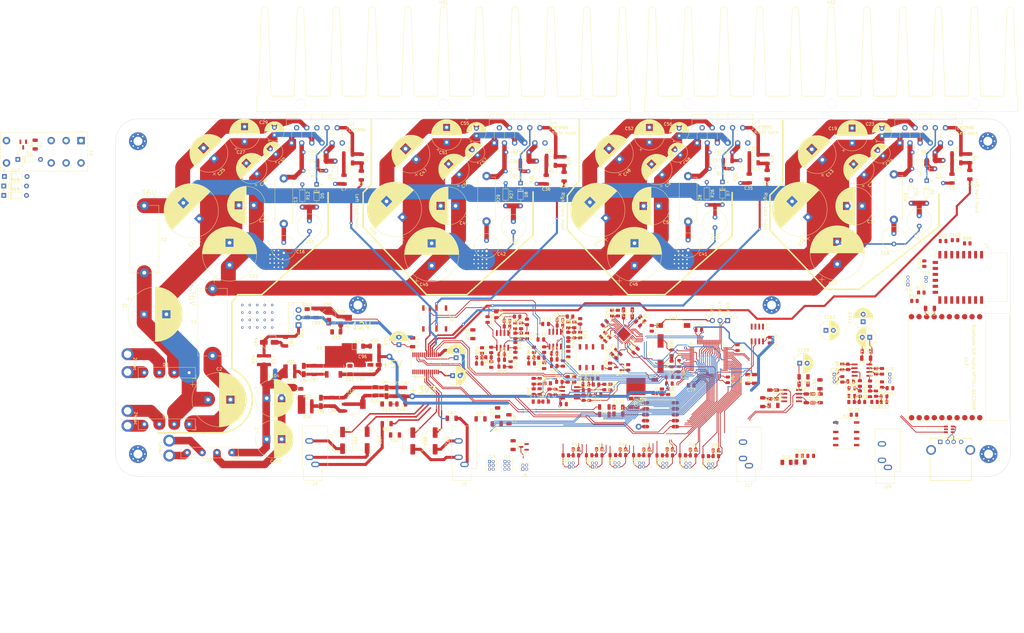
<source format=kicad_pcb>
(kicad_pcb (version 20211014) (generator pcbnew)
  (layers (0 "F.Cu" signal) (31 "B.Cu" signal) (34 "B.Paste" user) (35 "F.Paste" user) (36 "B.SilkS" user "B.Silkscreen") (37 "F.SilkS" user "F.Silkscreen") (38 "B.Mask" user) (39 "F.Mask" user) (44 "Edge.Cuts" user))
  (net 0 "")
  (net 1 "PWR_GND")
  (net 2 "AUDIO_IN_LF")
  (net 3 "Net-(C6-Pad1)")
  (net 4 "AUDIO_IN_RF")
  (net 5 "Net-(C8-Pad1)")
  (net 6 "AUDIO_IN_LB")
  (net 7 "Net-(C11-Pad1)")
  (net 8 "AUDIO_IN_RB")
  (net 9 "SIG_GND")
  (net 10 "Net-(C31-Pad1)")
  (net 11 "Net-(C33-Pad1)")
  (net 12 "Net-(C37-Pad2)")
  (net 13 "Net-(C38-Pad2)")
  (net 14 "Net-(C40-Pad2)")
  (net 15 "Net-(C42-Pad2)")
  (net 16 "Net-(C1-Pad1)")
  (net 17 "Bluetooth_IN_R")
  (net 18 "Net-(C61-Pad1)")
  (net 19 "Jack_1_IN_G")
  (net 20 "Net-(C62-Pad1)")
  (net 21 "Jack_1_IN_R")
  (net 22 "DAC_R")
  (net 23 "Net-(C64-Pad1)")
  (net 24 "Radio_L")
  (net 25 "Net-(C65-Pad1)")
  (net 26 "Mic_L{slash}USB_L")
  (net 27 "Net-(C66-Pad1)")
  (net 28 "Bluetooth_IN_L")
  (net 29 "Net-(C67-Pad1)")
  (net 30 "Bluetooth_IN_G")
  (net 31 "Net-(C68-Pad1)")
  (net 32 "Jack_1_IN_L")
  (net 33 "Net-(C69-Pad1)")
  (net 34 "Jack_2_IN_L")
  (net 35 "Jack_2_IN_R")
  (net 36 "Net-(C71-Pad1)")
  (net 37 "Radio_R")
  (net 38 "Net-(C72-Pad1)")
  (net 39 "DAC_L")
  (net 40 "Net-(C73-Pad1)")
  (net 41 "Net-(C70-Pad1)")
  (net 42 "+12V")
  (net 43 "+5V")
  (net 44 "GNDD")
  (net 45 "Net-(Q1-Pad1)")
  (net 46 "AUDIO_OUT_LF")
  (net 47 "AUDIO_OUT_PF")
  (net 48 "AUDIO_OUT_LB")
  (net 49 "AUDIO_OUT_RB")
  (net 50 "Mic_R{slash}USB_R")
  (net 64 "I2C_SCL")
  (net 65 "I2C_SDA")
  (net 68 "Net-(C3-Pad1)")
  (net 69 "Net-(C4-Pad1)")
  (net 70 "Net-(C5-Pad1)")
  (net 71 "Net-(C7-Pad1)")
  (net 72 "Net-(C9-Pad2)")
  (net 73 "Net-(C9-Pad1)")
  (net 74 "Net-(C11-Pad2)")
  (net 75 "Net-(C15-Pad2)")
  (net 76 "Net-(C16-Pad2)")
  (net 77 "Net-(C17-Pad2)")
  (net 78 "Net-(C18-Pad2)")
  (net 79 "Net-(C32-Pad1)")
  (net 80 "Net-(C34-Pad1)")
  (net 81 "Net-(C35-Pad1)")
  (net 82 "Net-(C36-Pad1)")
  (net 83 "Net-(C37-Pad1)")
  (net 84 "Net-(C38-Pad1)")
  (net 85 "Net-(C39-Pad2)")
  (net 86 "Net-(C41-Pad2)")
  (net 87 "Net-(C59-Pad1)")
  (net 88 "Net-(C60-Pad1)")
  (net 89 "+3V3")
  (net 90 "OSC_IN")
  (net 91 "OSC_OUT")
  (net 92 "POWER_BUTTON")
  (net 93 "Net-(D1-Pad2)")
  (net 94 "Net-(D3-Pad3)")
  (net 95 "Net-(D3-Pad4)")
  (net 96 "Net-(D4-Pad3)")
  (net 97 "Net-(D4-Pad4)")
  (net 98 "Net-(D5-Pad1)")
  (net 99 "Net-(D6-Pad1)")
  (net 100 "Net-(D7-Pad1)")
  (net 101 "Net-(D8-Pad1)")
  (net 102 "TIM16_CH1")
  (net 104 "Net-(C82-Pad2)")
  (net 105 "+1V8")
  (net 106 "ENC_RADIO_1")
  (net 107 "ENC_MIDDLE_2")
  (net 108 "ENC_BASS_2")
  (net 109 "ENC_VOL_FRONT_1")
  (net 110 "Net-(C141-Pad1)")
  (net 111 "SPI3_MOSI")
  (net 112 "Net-(C141-Pad2)")
  (net 113 "SPI3_SCK")
  (net 114 "SWCLK")
  (net 115 "SWDIO")
  (net 116 "Net-(C144-Pad2)")
  (net 117 "Net-(C148-Pad1)")
  (net 118 "Net-(C149-Pad1)")
  (net 119 "Net-(C150-Pad2)")
  (net 120 "ENC_BUT_LOUD")
  (net 121 "ENC_BUT_VOL_BACK")
  (net 122 "ENC_BUT_VOL_FRONT")
  (net 123 "USER_BUTTON_4")
  (net 124 "USER_BUTTON_3")
  (net 125 "USER_BUTTON_2")
  (net 126 "USER_BUTTON_1")
  (net 127 "ADC2_IN13")
  (net 128 "ADC2_IN12")
  (net 129 "Net-(C153-Pad1)")
  (net 130 "DAC_OUT1")
  (net 131 "ADC2_IN8")
  (net 132 "ADC2_IN7")
  (net 133 "Net-(C154-Pad1)")
  (net 134 "NRST")
  (net 135 "SPI3_DC")
  (net 136 "SP3_RESET")
  (net 137 "Net-(C155-Pad2)")
  (net 138 "Net-(C156-Pad2)")
  (net 140 "Net-(C160-Pad2)")
  (net 145 "Net-(C161-Pad2)")
  (net 152 "Mic_in_R")
  (net 153 "Net-(C162-Pad2)")
  (net 154 "Mic_in_L")
  (net 155 "Net-(C163-Pad2)")
  (net 158 "Net-(C164-Pad2)")
  (net 159 "Net-(C165-Pad2)")
  (net 160 "Net-(C2-Pad2)")
  (net 161 "Net-(C83-Pad1)")
  (net 162 "VDDA")
  (net 163 "Net-(C101-Pad2)")
  (net 164 "Net-(C101-Pad1)")
  (net 165 "Net-(C102-Pad2)")
  (net 166 "Net-(C102-Pad1)")
  (net 167 "+15V")
  (net 168 "Net-(D13-Pad2)")
  (net 169 "Net-(D14-Pad2)")
  (net 170 "Net-(D15-Pad2)")
  (net 171 "Net-(L1-Pad1)")
  (net 172 "ANNTENA")
  (net 173 "Net-(D2-Pad4)")
  (net 174 "-36V")
  (net 175 "+36V")
  (net 177 "Net-(K1-Pad3)")
  (net 178 "AC_220V")
  (net 179 "Net-(K1-Pad8)")
  (net 180 "Net-(D2-Pad3)")
  (net 181 "Net-(C85-Pad1)")
  (net 182 "Net-(C84-Pad1)")
  (net 185 "NEXT_Butt")
  (net 186 "PREV_Butt")
  (net 187 "Pause{slash}play_Butt")
  (net 194 "Net-(C106-Pad2)")
  (net 195 "Net-(C107-Pad2)")
  (net 196 "Net-(C108-Pad2)")
  (net 197 "Net-(C109-Pad2)")
  (net 198 "Net-(C110-Pad2)")
  (net 199 "Net-(C111-Pad2)")
  (net 200 "Net-(C112-Pad2)")
  (net 201 "Net-(C113-Pad2)")
  (net 202 "Net-(C114-Pad2)")
  (net 203 "Net-(C115-Pad2)")
  (net 204 "Net-(C116-Pad2)")
  (net 205 "Net-(C117-Pad2)")
  (net 206 "Net-(C118-Pad2)")
  (net 207 "Net-(C119-Pad2)")
  (net 208 "Net-(C120-Pad2)")
  (net 209 "Net-(C121-Pad1)")
  (net 210 "Net-(C122-Pad1)")
  (net 211 "Net-(C123-Pad1)")
  (net 212 "Net-(C124-Pad1)")
  (net 213 "Net-(C127-Pad2)")
  (net 214 "AUDIO_IN_SubR")
  (net 215 "Net-(C128-Pad2)")
  (net 216 "AUDIO_IN_SubL")
  (net 217 "Net-(C129-Pad2)")
  (net 218 "Net-(C130-Pad2)")
  (net 219 "Net-(C131-Pad2)")
  (net 220 "Net-(C132-Pad2)")
  (net 221 "Net-(C133-Pad2)")
  (net 222 "Net-(C134-Pad2)")
  (net 223 "Net-(C135-Pad1)")
  (net 224 "Net-(C136-Pad1)")
  (net 225 "VBUS")
  (net 226 "USB_DM")
  (net 227 "USB_DP")
  (net 228 "Net-(J5-Pad3)")
  (net 229 "Net-(C166-Pad2)")
  (net 231 "Net-(C167-Pad2)")
  (net 232 "Net-(C168-Pad1)")
  (net 233 "Mic_out_L")
  (net 234 "Net-(C169-Pad1)")
  (net 235 "Mic_out_R")
  (net 236 "Net-(D16-Pad2)")
  (net 237 "Headphones_in_G")
  (net 238 "ENC_BUT_RADIO")
  (net 248 "ENC_BUT_MIDDLE")
  (net 249 "ENC_BUT_TREBLE")
  (net 251 "ENC_BUT_BASS")
  (net 253 "Net-(J15-Pad2)")
  (net 255 "UART_RX")
  (net 256 "UART_TX")
  (net 257 "Headphones_in_L")
  (net 258 "Headphones_in_R")
  (net 259 "MCU_USB_DM")
  (net 260 "MCU_USB_DP")
  (net 261 "SPI3_CS")
  (net 262 "Net-(J18-Pad3)")
  (net 263 "ADC2_SUB1")
  (net 264 "ADC2_SUB2")
  (net 265 "Net-(J19-Pad3)")
  (net 266 "Mic_external_G")
  (net 267 "Mic_external_R")
  (net 268 "Mic_external_L")
  (net 269 "Headphones_jack_R")
  (net 270 "Headphones_jack_L")
  (net 271 "Mic_board_R")
  (net 272 "Mic_board_L")
  (net 273 "USB_R")
  (net 274 "USB_L")
  (net 275 "Mic_out{slash}USB_L")
  (net 276 "Mic_out{slash}USB_R")
  (net 277 "Net-(Q3-Pad1)")
  (net 278 "Relay_POWER")
  (net 279 "Net-(R100-Pad2)")
  (net 280 "Net-(R101-Pad2)")
  (net 281 "Net-(R102-Pad2)")
  (net 282 "Net-(R103-Pad1)")
  (net 283 "Relay_MIC{slash}DAC")
  (net 284 "SAI1_SD")
  (net 285 "ENC_TREBLE_1")
  (net 286 "ENC_TREBLE_2")
  (net 287 "ENC_RADIO_2")
  (net 288 "SAI1_SCK")
  (net 289 "ENC_VOL_BACK_2")
  (net 290 "ENC_VOL_BACK_1")
  (net 291 "CS43L21_RESET")
  (net 292 "ENC_LOUD_1")
  (net 293 "ENC_LOUD_2")
  (net 294 "ENC_VOL_FRONT_2")
  (net 295 "ENC_MIDDLE_1")
  (net 296 "ENC_BASS_1")
  (net 297 "SAI1_MCLK")
  (net 298 "SAL1_FS")
  (net 299 "USB_AUDIO_R")
  (net 300 "USB_AUDIO_L")
  (net 301 "GNDA")
  (net 302 "Jack_2_IN_G")
  (net 303 "Front_left_main")
  (net 304 "Front_right_main")
  (net 305 "Net-(D19-Pad1)")
  (net 306 "Net-(K2-Pad8)")
  (net 307 "Net-(K3-Pad8)")
  (net 308 "Net-(K4-Pad8)")
  (footprint "Capacitor_THT:CP_Radial_D6.3mm_P2.50mm" (layer "F.Cu") (at 249.383883 102.178677 135)
    (fp_text reference "C58")
    (fp_text value "4,7uF")
  )
  (footprint "Capacitor_THT:CP_Radial_D6.3mm_P2.50mm" (layer "F.Cu") (at 317.383883 102.428677 135)
    (fp_text reference "C24")
    (fp_text value "4,7uF")
  )
  (footprint "Capacitor_THT:CP_Radial_D6.3mm_P2.50mm" (layer "F.Cu") (at 113.683883 101.878677 135)
    (fp_text reference "C30")
    (fp_text value "4,7uF")
  )
  (footprint "Capacitor_THT:CP_Radial_D10.0mm_P5.00mm" (layer "F.Cu") (at 243.25 108.75 135)
    (fp_text reference "C54")
    (fp_text value "220uF")
  )
  (footprint "Capacitor_SMD:C_1206_3216Metric" (layer "F.Cu") (at 278.5 108.75 -90)
    (fp_text reference "C31")
    (fp_text value "4.7uF")
  )
  (footprint "Capacitor_THT:CP_Radial_D10.0mm_P5.00mm" (layer "F.Cu") (at 175.2 108.671454 135)
    (fp_text reference "C53")
    (fp_text value "220uF")
  )
  (footprint "Capacitor_SMD:C_1206_3216Metric" (layer "F.Cu") (at 210.4 109.4 -90)
    (fp_text reference "C32")
    (fp_text value "4.7uF")
  )
  (footprint "Capacitor_THT:CP_Radial_D10.0mm_P5.00mm" (layer "F.Cu") (at 311 108.75 135)
    (fp_text reference "C20")
    (fp_text value "220uF")
  )
  (footprint "Capacitor_THT:CP_Radial_D10.0mm_P5.00mm" (layer "F.Cu") (at 107.367767 108.421454 135)
    (fp_text reference "C28")
    (fp_text value "220uF")
  )
  (footprint "Capacitor_SMD:C_1206_3216Metric" (layer "F.Cu") (at 346.475 108.75 -90)
    (fp_text reference "C4")
    (fp_text value "4.7uF")
  )
  (footprint "Capacitor_SMD:C_1206_3216Metric" (layer "F.Cu") (at 142.4 109 -90)
    (fp_text reference "C3")
    (fp_text value "4.7uF")
  )
  (footprint "Capacitor_THT:CP_Radial_D12.5mm_P5.00mm" (layer "F.Cu") (at 242.073959 119.25 180)
    (fp_text reference "C50")
    (fp_text value "1000uF")
  )
  (footprint "Capacitor_THT:CP_Radial_D12.5mm_P5.00mm" (layer "F.Cu") (at 174 119.2 180)
    (fp_text reference "C49")
    (fp_text value "1000uF")
  )
  (footprint "Capacitor_THT:CP_Radial_D12.5mm_P5.00mm" (layer "F.Cu") (at 310.323959 119.25 180)
    (fp_text reference "C14")
    (fp_text value "1000uF")
  )
  (footprint "Capacitor_SMD:C_1206_3216Metric" (layer "F.Cu") (at 274 101.75 180)
    (fp_text reference "C33")
    (fp_text value "680pF")
  )
  (footprint "Capacitor_THT:CP_Radial_D12.5mm_P5.00mm" (layer "F.Cu") (at 106.323959 119 180)
    (fp_text reference "C26")
    (fp_text value "1000uF")
  )
  (footprint "Capacitor_THT:CP_Radial_D18.0mm_P7.50mm" (layer "F.Cu") (at 234 139.22778 90)
    (fp_text reference "C46")
    (fp_text value "4 700uF")
  )
  (footprint "Capacitor_SMD:C_1206_3216Metric" (layer "F.Cu") (at 272.5 110 90)
    (fp_text reference "C35")
    (fp_text value "470uF")
  )
  (footprint "Capacitor_THT:CP_Radial_D18.0mm_P7.50mm" (layer "F.Cu") (at 166 139.27778 90)
    (fp_text reference "C45")
    (fp_text value "4 700uF")
  )
  (footprint "Capacitor_SMD:C_1206_3216Metric" (layer "F.Cu") (at 341.975 101.75 180)
    (fp_text reference "C6")
    (fp_text value "680pF")
  )
  (footprint "Capacitor_SMD:C_1206_3216Metric" (layer "F.Cu") (at 138 101.8 180)
    (fp_text reference "C5")
    (fp_text value "680pF")
  )
  (footprint "Capacitor_SMD:C_1206_3216Metric" (layer "F.Cu") (at 204.4 110.4 90)
    (fp_text reference "C36")
    (fp_text value "470uF")
  )
  (footprint "Capacitor_THT:CP_Radial_D18.0mm_P7.50mm" (layer "F.Cu") (at 302 138.75 90)
    (fp_text reference "C12")
    (fp_text value "4 700uF")
  )
  (footprint "Capacitor_THT:CP_Radial_D18.0mm_P7.50mm" (layer "F.Cu") (at 98.2 139.07778 90)
    (fp_text reference "C22")
    (fp_text value "4 700uF")
  )
  (footprint "Capacitor_SMD:C_1206_3216Metric" (layer "F.Cu") (at 340.475 110.05 90)
    (fp_text reference "C8")
    (fp_text value "470uF")
  )
  (footprint "Capacitor_SMD:C_1206_3216Metric" (layer "F.Cu") (at 136.6 110.4 90)
    (fp_text reference "C7")
    (fp_text value "470uF")
  )
  (footprint "Capacitor_SMD:C_1206_3216Metric" (layer "F.Cu") (at 197.2 104.2)
    (fp_text reference "C38")
    (fp_text value "47pF")
  )
  (footprint "Capacitor_SMD:C_1206_3216Metric" (layer "F.Cu") (at 333.5 104)
    (fp_text reference "C11")
    (fp_text value "47pF")
  )
  (footprint "Capacitor_THT:CP_Radial_D18.0mm_P7.50mm" (layer "F.Cu") (at 224.35165 123.300241 135)
    (fp_text reference "C44")
    (fp_text value "4 700uF")
  )
  (footprint "Capacitor_SMD:C_1206_3216Metric" (layer "F.Cu") (at 129.2 104.2)
    (fp_text reference "C9")
    (fp_text value "47pF")
  )
  (footprint "Capacitor_THT:CP_Radial_D18.0mm_P7.50mm" (layer "F.Cu") (at 156.15165 123.000241 135)
    (fp_text reference "C43")
    (fp_text value "4 700uF")
  )
  (footprint "Capacitor_THT:CP_Radial_D18.0mm_P7.50mm" (layer "F.Cu") (at 292.15165 123.000242 135)
    (fp_text reference "C10")
    (fp_text value "4 700uF")
  )
  (footprint "Capacitor_THT:CP_Radial_D18.0mm_P7.50mm" (layer "F.Cu") (at 88 123.5 135)
    (fp_text reference "C21")
    (fp_text value "4 700uF")
  )
  (footprint "Capacitor_THT:C_Radial_D8.0mm_H11.5mm_P3.50mm" (layer "F.Cu") (at 261 126.5 90)
    (fp_text reference "C39")
    (fp_text value "100uF")
  )
  (footprint "Capacitor_THT:C_Radial_D8.0mm_H11.5mm_P3.50mm" (layer "F.Cu") (at 193.4 127.95 90)
    (fp_text reference "C40")
    (fp_text value "100uF")
  )
  (footprint "Capacitor_THT:CP_Radial_D12.5mm_P5.00mm" (layer "F.Cu") (at 229 103.5 135)
    (fp_text reference "C48")
    (fp_text value "1000uF")
  )
  (footprint "Capacitor_THT:C_Radial_D8.0mm_H11.5mm_P3.50mm" (layer "F.Cu") (at 252 134.15 90)
    (fp_text reference "C41")
    (fp_text value "220nF")
  )
  (footprint "Capacitor_THT:CP_Radial_D12.5mm_P5.00mm" (layer "F.Cu") (at 160.767767 103.576111 135)
    (fp_text reference "C47")
    (fp_text value "1000uF")
  )
  (footprint "Capacitor_THT:C_Radial_D8.0mm_H11.5mm_P3.50mm" (layer "F.Cu") (at 184.4 134.35 90)
    (fp_text reference "C42")
    (fp_text value "220nF")
  )
  (footprint "Capacitor_THT:C_Radial_D8.0mm_H11.5mm_P3.50mm" (layer "F.Cu") (at 329.5 126 90)
    (fp_text reference "C17")
    (fp_text value "100uF")
  )
  (footprint "Capacitor_THT:C_Radial_D8.0mm_H11.5mm_P3.50mm" (layer "F.Cu") (at 125 127.75 90)
    (fp_text reference "C15")
    (fp_text value "100uF")
  )
  (footprint "Capacitor_THT:CP_Radial_D12.5mm_P5.00mm" (layer "F.Cu") (at 297 103.75 135)
    (fp_text reference "C13")
    (fp_text value "1000uF")
  )
  (footprint "Capacitor_THT:C_Radial_D8.0mm_H11.5mm_P3.50mm" (layer "F.Cu") (at 321 132 90)
    (fp_text reference "C18")
    (fp_text value "220nF")
  )
  (footprint "Capacitor_THT:CP_Radial_D12.5mm_P5.00mm" (layer "F.Cu") (at 93.017767 103.326111 135)
    (fp_text reference "C25")
    (fp_text value "1000uF")
  )
  (footprint "Capacitor_THT:C_Radial_D8.0mm_H11.5mm_P3.50mm" (layer "F.Cu") (at 116.4 135 90)
    (fp_text reference "C16")
    (fp_text value "220nF")
  )
  (footprint "Capacitor_THT:CP_Radial_D10.0mm_P5.00mm" (layer "F.Cu") (at 239 97.867677 90)
    (fp_text reference "C52")
    (fp_text value "220uF")
  )
  (footprint "Capacitor_THT:CP_Radial_D10.0mm_P5.00mm" (layer "F.Cu") (at 171 97.867677 90)
    (fp_text reference "C51")
    (fp_text value "220uF")
  )
  (footprint "Capacitor_THT:CP_Radial_D10.0mm_P5.00mm" (layer "F.Cu") (at 307 98.117677 90)
    (fp_text reference "C19")
    (fp_text value "220uF")
  )
  (footprint "Capacitor_THT:CP_Radial_D10.0mm_P5.00mm" (layer "F.Cu") (at 103.25 97.617677 90)
    (fp_text reference "C27")
    (fp_text value "220uF")
  )
  (footprint "Capacitor_THT:CP_Radial_D6.3mm_P2.50mm" (layer "F.Cu") (at 249 95.682379 90)
    (fp_text reference "C56")
    (fp_text value "4,7uF")
  )
  (footprint "Capacitor_THT:CP_Radial_D6.3mm_P2.50mm" (layer "F.Cu") (at 181 95.682379 90)
    (fp_text reference "C55")
    (fp_text value "4,7uF")
  )
  (footprint "Capacitor_THT:CP_Radial_D6.3mm_P2.50mm" (layer "F.Cu") (at 317 95.75 90)
    (fp_text reference "C23")
    (fp_text value "4,7uF")
  )
  (footprint "Capacitor_THT:CP_Radial_D6.3mm_P2.50mm" (layer "F.Cu") (at 113.25 95.432379 90)
    (fp_text reference "C29")
    (fp_text value "4,7uF")
  )
  (footprint "Capacitor_THT:CP_Radial_D18.0mm_P7.50mm" (layer "F.Cu") (at 69.52222 155.6)
    (fp_text reference "C1")
    (fp_text value "2200uF")
  )
  (footprint "Capacitor_THT:CP_Radial_D18.0mm_P7.50mm" (layer "F.Cu") (at 91 184.25)
    (fp_text reference "C2")
    (fp_text value "2200uF")
  )
  (footprint "Capacitor_SMD:C_1206_3216Metric" (layer "F.Cu") (at 187.8 192.4 180)
    (fp_text reference "C64")
    (fp_text value "100nF")
  )
  (footprint "Capacitor_THT:CP_Radial_D6.3mm_P2.50mm" (layer "F.Cu") (at 173.017621 176.18238)
    (fp_text reference "C73")
    (fp_text value "10uF")
  )
  (footprint "Capacitor_SMD:C_1206_3216Metric" (layer "F.Cu") (at 159.6 165 -90)
    (fp_text reference "C74")
    (fp_text value "100nF")
  )
  (footprint "Capacitor_THT:CP_Radial_D6.3mm_P2.50mm" (layer "F.Cu") (at 155 165.78238 90)
    (fp_text reference "C75")
    (fp_text value "4,7uF")
  )
  (footprint "Diode_THT:D_DO-34_SOD68_P7.62mm_Horizontal" (layer "F.Cu") (at 195.8 111.585 -90)
    (fp_text reference "D8")
    (fp_text value "D_Zener")
  )
  (footprint "Diode_THT:D_DO-34_SOD68_P7.62mm_Horizontal" (layer "F.Cu") (at 332 110.75 -90)
    (fp_text reference "D6")
    (fp_text value "D_Zener")
  )
  (footprint "Diode_THT:D_DO-34_SOD68_P7.62mm_Horizontal" (layer "F.Cu") (at 127.4 111.985 -90)
    (fp_text reference "D5")
    (fp_text value "D_Zener")
  )
  (footprint "Diode_THT:D_DO-35_SOD27_P7.62mm_Horizontal" (layer "F.Cu") (at 27.2 103.6325)
    (fp_text reference "D1")
    (fp_text value "D")
  )
  (footprint "Diode_THT:Diode_Bridge_19.0x3.5x10.0mm_P5.0mm" (layer "F.Cu") (at 84.6575 175.1825 180)
    (fp_text reference "D3")
    (fp_text value "D_Bridge_+-AA")
  )
  (footprint "Diode_THT:Diode_Bridge_19.0x3.5x10.0mm_P5.0mm" (layer "F.Cu") (at 84.6575 192.4825 180)
    (fp_text reference "D4")
    (fp_text value "D_Bridge_+-AA")
  )
  (footprint "Heatsink:Heatsink_125x35x50mm_3xFixationM3" (layer "F.Cu") (at 170 84.96)
    (fp_text reference "HS1")
    (fp_text value "Heatsink")
  )
  (footprint "Heatsink:Heatsink_125x35x50mm_3xFixationM3" (layer "F.Cu") (at 300 84.96)
    (fp_text reference "HS2")
    (fp_text value "Heatsink")
  )
  (footprint "Package_TO_SOT_SMD:SOT-23" (layer "F.Cu") (at 29.01 98.6325 -90)
    (fp_text reference "Q1")
    (fp_text value "BC817")
  )
  (footprint "Resistor_SMD:R_1206_3216Metric" (layer "F.Cu") (at 274 104.75)
    (fp_text reference "R16")
    (fp_text value "20k")
  )
  (footprint "Resistor_SMD:R_1206_3216Metric" (layer "F.Cu") (at 206 105.6)
    (fp_text reference "R17")
    (fp_text value "20k")
  )
  (footprint "Resistor_SMD:R_1206_3216Metric" (layer "F.Cu") (at 278.5 103.5 -90)
    (fp_text reference "R18")
    (fp_text value "1k")
  )
  (footprint "Resistor_SMD:R_1206_3216Metric" (layer "F.Cu") (at 341.975 104.75)
    (fp_text reference "R3")
    (fp_text value "20k")
  )
  (footprint "Resistor_SMD:R_1206_3216Metric" (layer "F.Cu") (at 138 104.8)
    (fp_text reference "R2")
    (fp_text value "20k")
  )
  (footprint "Resistor_SMD:R_1206_3216Metric" (layer "F.Cu") (at 346.425 103.25 -90)
    (fp_text reference "R5")
    (fp_text value "1k")
  )
  (footprint "Resistor_SMD:R_1206_3216Metric" (layer "F.Cu") (at 142.4 103.4 -90)
    (fp_text reference "R4")
    (fp_text value "1k")
  )
  (footprint "Resistor_THT:R_Axial_DIN0204_L3.6mm_D1.6mm_P7.62mm_Horizontal" (layer "F.Cu") (at 269.5 111.56 90)
    (fp_text reference "R20")
    (fp_text value "1k")
  )
  (footprint "Resistor_THT:R_Axial_DIN0204_L3.6mm_D1.6mm_P7.62mm_Horizontal" (layer "F.Cu") (at 201.2 111.81 90)
    (fp_text reference "R21")
    (fp_text value "1k")
  )
  (footprint "Resistor_THT:R_Axial_DIN0204_L3.6mm_D1.6mm_P7.62mm_Horizontal" (layer "F.Cu") (at 337.5 111.56 90)
    (fp_text reference "R7")
    (fp_text value "1k")
  )
  (footprint "Resistor_THT:R_Axial_DIN0204_L3.6mm_D1.6mm_P7.62mm_Horizontal" (layer "F.Cu") (at 133.6 111.81 90)
    (fp_text reference "R6")
    (fp_text value "1k")
  )
  (footprint "Resistor_THT:R_Axial_DIN0204_L3.6mm_D1.6mm_P7.62mm_Horizontal" (layer "F.Cu") (at 266.81 101.25 180)
    (fp_text reference "R22")
    (fp_text value "20k")
  )
  (footprint "Resistor_THT:R_Axial_DIN0204_L3.6mm_D1.6mm_P7.62mm_Horizontal" (layer "F.Cu") (at 198.6 101.2 180)
    (fp_text reference "R23")
    (fp_text value "20k")
  )
  (footprint "Resistor_THT:R_Axial_DIN0204_L3.6mm_D1.6mm_P7.62mm_Horizontal" (layer "F.Cu") (at 266.81 106.75 180)
    (fp_text reference "R24")
    (fp_text value "20k" hide)
  )
  (footprint "Resistor_THT:R_Axial_DIN0204_L3.6mm_D1.6mm_P7.62mm_Horizontal" (layer "F.Cu") (at 334.81 101.25 180)
    (fp_text reference "R9")
    (fp_text value "20k")
  )
  (footprint "Resistor_THT:R_Axial_DIN0204_L3.6mm_D1.6mm_P7.62mm_Horizontal" (layer "F.Cu") (at 198.41 107.6 180)
    (fp_text reference "R25")
    (fp_text value "20k")
  )
  (footprint "Resistor_THT:R_Axial_DIN0204_L3.6mm_D1.6mm_P7.62mm_Horizontal" (layer "F.Cu") (at 130.61 101.2 180)
    (fp_text reference "R8")
    (fp_text value "20k")
  )
  (footprint "Resistor_THT:R_Axial_DIN0204_L3.6mm_D1.6mm_P7.62mm_Horizontal" (layer "F.Cu") (at 258.25 111.25 -90)
    (fp_text reference "R26")
    (fp_text value "10k")
  )
  (footprint "Resistor_THT:R_Axial_DIN0204_L3.6mm_D1.6mm_P7.62mm_Horizontal" (layer "F.Cu") (at 334.75 106.75 180)
    (fp_text reference "R11")
    (fp_text value "20k")
  )
  (footprint "Resistor_THT:R_Axial_DIN0204_L3.6mm_D1.6mm_P7.62mm_Horizontal" (layer "F.Cu") (at 130.6 107.4 180)
    (fp_text reference "R10")
    (fp_text value "20k")
  )
  (footprint "Resistor_THT:R_Axial_DIN0204_L3.6mm_D1.6mm_P7.62mm_Horizontal" (layer "F.Cu") (at 190.8 111.59 -90)
    (fp_text reference "R27")
    (fp_text value "10k")
  )
  (footprint "Resistor_THT:R_Axial_DIN0614_L14.3mm_D5.7mm_P15.24mm_Horizontal" (layer "F.Cu") (at 252 109.25 -90)
    (fp_text reference "R28")
    (fp_text value "4,7R")
  )
  (footprint "Resistor_THT:R_Axial_DIN0614_L14.3mm_D5.7mm_P15.24mm_Horizontal" (layer "F.Cu") (at 184.4 109.2 -90)
    (fp_text reference "R29")
    (fp_text value "4,7R")
  )
  (footprint "Resistor_THT:R_Axial_DIN0204_L3.6mm_D1.6mm_P7.62mm_Horizontal" (layer "F.Cu") (at 326.75 110.69 -90)
    (fp_text reference "R14")
    (fp_text value "10k")
  )
  (footprint "Resistor_THT:R_Axial_DIN0204_L3.6mm_D1.6mm_P7.62mm_Horizontal" (layer "F.Cu") (at 122.6 111.99 -90)
    (fp_text reference "R12")
    (fp_text value "10k")
  )
  (footprint "Resistor_THT:R_Axial_DIN0614_L14.3mm_D5.7mm_P15.24mm_Horizontal" (layer "F.Cu") (at 321 108.63 -90)
    (fp_text reference "R15")
    (fp_text value "4,7R")
  )
  (footprint "Resistor_THT:R_Axial_DIN0614_L14.3mm_D5.7mm_P15.24mm_Horizontal" (layer "F.Cu") (at 116.4 110 -90)
    (fp_text reference "R13")
    (fp_text value "4,7R")
  )
  (footprint "Package_TO_SOT_THT:TO-220-11_P3.4x5.08mm_StaggerOdd_Lead4.85mm_Vertical" (layer "F.Cu") (at 323 98.085)
    (fp_text reference "U2")
    (fp_text value "LM3886")
  )
  (footprint "Package_TO_SOT_THT:TO-220-11_P3.4x5.08mm_StaggerOdd_Lead4.85mm_Vertical" (layer "F.Cu") (at 119 98.085)
    (fp_text reference "U1")
    (fp_text value "LM3886")
  )
  (footprint "lib-amplituner:TDA7719" (layer "F.Cu") (at 163.95 172.05 90)
    (fp_text reference "U5")
    (fp_text value "TDA7719")
  )
  (footprint "Capacitor_SMD:C_1206_3216Metric" (layer "F.Cu") (at 206 102.6 180)
    (fp_text reference "C34")
    (fp_text value "680pF")
  )
  (footprint "Capacitor_SMD:C_1206_3216Metric" (layer "F.Cu") (at 265.25 104)
    (fp_text reference "C37")
    (fp_text value "47pF")
  )
  (footprint "Capacitor_THT:CP_Radial_D6.3mm_P2.50mm" (layer "F.Cu") (at 181.383883 102.178677 135)
    (fp_text reference "C57")
    (fp_text value "4,7uF")
  )
  (footprint "Capacitor_SMD:C_1206_3216Metric" (layer "F.Cu") (at 188.1 188.5 90)
    (fp_text reference "C59")
    (fp_text value "100nF")
  )
  (footprint "Capacitor_SMD:C_1206_3216Metric" (layer "F.Cu") (at 150.9 192.3 180)
    (fp_text reference "C60")
    (fp_text value "220nF")
  )
  (footprint "Capacitor_SMD:CP_Elec_6.3x5.2" (layer "F.Cu") (at 136.1 197.9 -90)
    (fp_text reference "C61")
    (fp_text value "4,7uF")
  )
  (footprint "Capacitor_SMD:C_1206_3216Metric" (layer "F.Cu") (at 172.7 190.5)
    (fp_text reference "C62")
    (fp_text value "220nF")
  )
  (footprint "Capacitor_SMD:C_1206_3216Metric" (layer "F.Cu") (at 153.7 196.1 180)
    (fp_text reference "C65")
    (fp_text value "100nF")
  )
  (footprint "Capacitor_SMD:C_1206_3216Metric" (layer "F.Cu") (at 191.9 190.8 -90)
    (fp_text reference "C66")
    (fp_text value "220nF")
  )
  (footprint "Capacitor_SMD:CP_Elec_6.3x5.2" (layer "F.Cu") (at 144.35 197.8 -90)
    (fp_text reference "C67")
    (fp_text value "4,7uF")
  )
  (footprint "Capacitor_SMD:CP_Elec_6.3x5.2" (layer "F.Cu") (at 159.65 198.1 -90)
    (fp_text reference "C68")
    (fp_text value "4,7uF")
  )
  (footprint "Capacitor_SMD:CP_Elec_6.3x5.2" (layer "F.Cu") (at 167.15 198.1 -90)
    (fp_text reference "C69")
    (fp_text value "4,7uF")
  )
  (footprint "Capacitor_SMD:C_1206_3216Metric" (layer "F.Cu") (at 182.375 190.7)
    (fp_text reference "C71")
    (fp_text value "100nF")
  )
  (footprint "Capacitor_THT:CP_Radial_D6.3mm_P2.50mm" (layer "F.Cu") (at 174.2 170.18238 90)
    (fp_text reference "C72")
    (fp_text value "4,7uF")
  )
  (footprint "Capacitor_SMD:C_0805_2012Metric" (layer "F.Cu") (at 265.3 177.6 -90)
    (fp_text reference "C76")
    (fp_text value "100nF")
  )
  (footprint "Capacitor_SMD:C_0805_2012Metric" (layer "F.Cu") (at 253 179.4 180)
    (fp_text reference "C77")
    (fp_text value "100nF")
  )
  (footprint "Capacitor_SMD:C_0805_2012Metric" (layer "F.Cu") (at 268.55 166.8 -90)
    (fp_text reference "C78")
    (fp_text value "100nF")
  )
  (footprint "Capacitor_SMD:C_0805_2012Metric" (layer "F.Cu") (at 255.55 160.85)
    (fp_text reference "C79")
    (fp_text value "100nF")
  )
  (footprint "Capacitor_SMD:C_0805_2012Metric" (layer "F.Cu") (at 246.45 168.5 90)
    (fp_text reference "C80")
    (fp_text value "C")
  )
  (footprint "Capacitor_SMD:C_0805_2012Metric" (layer "F.Cu") (at 246.45 172.25 -90)
    (fp_text reference "C81")
    (fp_text value "C")
  )
  (footprint "Diode_THT:D_DO-34_SOD68_P7.62mm_Horizontal" (layer "F.Cu") (at 263.5 111.185 -90)
    (fp_text reference "D7")
    (fp_text value "D_Zener")
  )
  (footprint "Package_TO_SOT_SMD:SOT-23" (layer "F.Cu") (at 196.9 200.1 180)
    (fp_text reference "Q2")
    (fp_text value "BC817")
  )
  (footprint "Resistor_SMD:R_1206_3216Metric" (layer "F.Cu") (at 210.4 104.2 -90)
    (fp_text reference "R19")
    (fp_text value "1k")
  )
  (footprint "Resistor_SMD:R_1206_3216Metric" (layer "F.Cu") (at 193.3 199.5 -90)
    (fp_text reference "R31")
    (fp_text value "R")
  )
  (footprint "Package_TO_SOT_THT:TO-220-11_P3.4x5.08mm_StaggerOdd_Lead4.85mm_Vertical" (layer "F.Cu") (at 187 98.085)
    (fp_text reference "U4")
    (fp_text value "LM3886")
  )
  (footprint "Package_QFP:LQFP-64_10x10mm_P0.5mm" (layer "F.Cu") (at 258.92 170.62)
    (fp_text reference "U6")
    (fp_text value "STM32L4Q5")
  )
  (footprint "Crystal:Crystal_SMD_HC49-SD" (layer "F.Cu") (at 242.75 168.8 90)
    (fp_text reference "Y1")
    (fp_text value "Crystal")
  )
  (footprint "Capacitor_SMD:CP_Elec_4x3.9" (layer "F.Cu") (at 111.5 165)
    (fp_text reference "C83")
    (fp_text value "100uF Ele")
  )
  (footprint "lib-amplituner:CAP_TANT_1206_SMD" (layer "F.Cu") (at 123.085 174.3 -90)
    (fp_text reference "C84")
    (fp_text value "47uF Tan")
  )
  (footprint "lib-amplituner:CAP_TANT_1206_SMD" (layer "F.Cu") (at 128.8375 185 -90)
    (fp_text reference "C85")
    (fp_text value "47uF Tan")
  )
  (footprint "Capacitor_SMD:C_1206_3216Metric" (layer "F.Cu") (at 117 164.75 -90)
    (fp_text reference "C86")
    (fp_text value "100nF")
  )
  (footprint "Capacitor_SMD:C_1206_3216Metric" (layer "F.Cu") (at 126.585 174.3 90)
    (fp_text reference "C87")
    (fp_text value "100nF")
  )
  (footprint "Capacitor_SMD:C_1206_3216Metric" (layer "F.Cu") (at 132.5875 185 90)
    (fp_text reference "C88")
    (fp_text value "100nF")
  )
  (footprint "Capacitor_SMD:C_1206_3216Metric" (layer "F.Cu") (at 127.25 155.25 -90)
    (fp_text reference "C89")
    (fp_text value "100nF")
  )
  (footprint "Capacitor_SMD:C_1206_3216Metric" (layer "F.Cu") (at 142.085 174.3 90)
    (fp_text reference "C90")
    (fp_text value "100nF")
  )
  (footprint "Capacitor_SMD:C_1206_3216Metric" (layer "F.Cu") (at 153.85 181.65 90)
    (fp_text reference "C91")
    (fp_text value "100nF")
  )
  (footprint "Capacitor_SMD:C_0805_2012Metric" (layer "F.Cu") (at 245.7 178.85 180)
    (fp_text reference "C92")
    (fp_text value "100nF")
  )
  (footprint "lib-amplituner:CAP_TANT_1206_SMD" (layer "F.Cu") (at 146.835 172.55)
    (fp_text reference "C93")
    (fp_text value "47uF Tan")
  )
  (footprint "lib-amplituner:CAP_TANT_1206_SMD" (layer "F.Cu") (at 150.85 181.65 -90)
    (fp_text reference "C94")
    (fp_text value "47uF Tan")
  )
  (footprint "Capacitor_SMD:CP_Elec_4x3.9" (layer "F.Cu") (at 131.5 156.25 -90)
    (fp_text reference "C95")
    (fp_text value "10uF Ele")
  )
  (footprint "Capacitor_SMD:C_1206_3216Metric" (layer "F.Cu") (at 146.835 169.8 180)
    (fp_text reference "C96")
    (fp_text value "100pF")
  )
  (footprint "Capacitor_SMD:C_1206_3216Metric" (layer "F.Cu") (at 156.85 181.65 90)
    (fp_text reference "C97")
    (fp_text value "100pF")
  )
  (footprint "Capacitor_SMD:C_0805_2012Metric" (layer "F.Cu") (at 248.7 175.85 90)
    (fp_text reference "C98")
    (fp_text value "100nF")
  )
  (footprint "Capacitor_SMD:C_1206_3216Metric" (layer "F.Cu") (at 232.8 185.3 -90)
    (fp_text reference "C99")
    (fp_text value "100nF")
  )
  (footprint "Capacitor_SMD:C_1206_3216Metric" (layer "F.Cu") (at 234.8 185.3 -90)
    (fp_text reference "C100")
    (fp_text value "100pF")
  )
  (footprint "Capacitor_SMD:C_1206_3216Metric" (layer "F.Cu") (at 228.6 189.1)
    (fp_text reference "C101")
    (fp_text value "10uF")
  )
  (footprint "Capacitor_SMD:C_1206_3216Metric" (layer "F.Cu") (at 228.6 186.8)
    (fp_text reference "C102")
    (fp_text value "10uF")
  )
  (footprint "LED_SMD:LED_1206_3216Metric" (layer "F.Cu") (at 134 161.5)
    (fp_text reference "D13")
    (fp_text value "LED")
  )
  (footprint "LED_SMD:LED_1206_3216Metric" (layer "F.Cu") (at 141.585 166.3)
    (fp_text reference "D14")
    (fp_text value "LED")
  )
  (footprint "LED_SMD:LED_1206_3216Metric" (layer "F.Cu") (at 150.8 185.7)
    (fp_text reference "D15")
    (fp_text value "LED")
  )
  (footprint "Inductor_SMD:L_0805_2012Metric" (layer "F.Cu") (at 248.95 172.1 -90)
    (fp_text reference "L1")
    (fp_text value "L")
  )
  (footprint "Inductor_SMD:L_0805_2012Metric" (layer "F.Cu") (at 245.7 176.6)
    (fp_text reference "L2")
    (fp_text value "L")
  )
  (footprint "Inductor_SMD:L_1206_3216Metric" (layer "F.Cu") (at 223.9 189.2 180)
    (fp_text reference "L3")
    (fp_text value "100MHz")
  )
  (footprint "Inductor_SMD:L_1206_3216Metric" (layer "F.Cu") (at 223.9 186.7 180)
    (fp_text reference "L4")
    (fp_text value "100MHz")
  )
  (footprint "Resistor_SMD:R_1206_3216Metric" (layer "F.Cu") (at 118.6 176.2)
    (fp_text reference "R32")
    (fp_text value "R")
  )
  (footprint "Resistor_SMD:R_1206_3216Metric" (layer "F.Cu") (at 124.3375 185)
    (fp_text reference "R33")
    (fp_text value "R")
  )
  (footprint "Resistor_SMD:R_1206_3216Metric" (layer "F.Cu") (at 108.25 171 90)
    (fp_text reference "R34")
    (fp_text value "R")
  )
  (footprint "Resistor_SMD:R_1206_3216Metric" (layer "F.Cu") (at 118.585 173.3)
    (fp_text reference "R35")
    (fp_text value "R")
  )
  (footprint "Resistor_SMD:R_1206_3216Metric" (layer "F.Cu") (at 124.3375 188)
    (fp_text reference "R36")
    (fp_text value "R")
  )
  (footprint "Resistor_SMD:R_1206_3216Metric" (layer "F.Cu") (at 111.25 171 90)
    (fp_text reference "R37")
    (fp_text value "R")
  )
  (footprint "Resistor_SMD:R_1206_3216Metric" (layer "F.Cu") (at 135.5 157.75 90)
    (fp_text reference "R38")
    (fp_text value "R")
  )
  (footprint "Resistor_SMD:R_1206_3216Metric" (layer "F.Cu") (at 146.835 166.3)
    (fp_text reference "R39")
    (fp_text value "R")
  )
  (footprint "Resistor_SMD:R_1206_3216Metric" (layer "F.Cu") (at 155.8 185.7)
    (fp_text reference "R40")
    (fp_text value "R")
  )
  (footprint "Package_TO_SOT_THT:TO-220-3_Vertical" (layer "F.Cu") (at 121.345 159.24 90)
    (fp_text reference "U8")
    (fp_text value "LM7812_TO220")
  )
  (footprint "Package_TO_SOT_SMD:TO-252-2" (layer "F.Cu") (at 133.085 171.55 90)
    (fp_text reference "U9")
    (fp_text value "LM78M05_TO252")
  )
  (footprint "lib-amplituner:AZ1117-3.3" (layer "F.Cu") (at 139.8375 185.75)
    (fp_text reference "U10")
    (fp_text value "AZ1117-3.3")
  )
  (footprint "lib-amplituner:RDA5807M" (layer "F.Cu") (at 242.7 189.3 180)
    (fp_text reference "U11")
    (fp_text value "RDA5807M")
  )
  (footprint "Package_TO_SOT_THT:TO-220-11_P3.4x5.08mm_StaggerOdd_Lead4.85mm_Vertical" (layer "F.Cu") (at 255 98.085)
    (fp_text reference "U3")
    (fp_text value "LM3886")
  )
  (footprint "Relay_THT:Relay_DPDT_Fujitsu_FTR-F1C" (layer "F.Cu") (at 48.4 97.3 -90)
    (fp_text reference "K1")
    (fp_text value "AZ850-x")
  )
  (footprint "Diode_THT:Diode_Bridge_19.0x3.5x10.0mm_P5.0mm" (layer "F.Cu") (at 99 202 180)
    (fp_text reference "D2")
    (fp_text value "D_Bridge_+-AA")
  )
  (footprint "MountingHole:MountingHole_3mm_Pad_Via" (layer "F.Cu") (at 352.75 202.5)
    (fp_text reference "H1" hide)
    (fp_text value "MountingHole")
  )
  (footprint "MountingHole:MountingHole_3mm_Pad_Via" (layer "F.Cu") (at 280 152.5)
    (fp_text reference "H2" hide)
    (fp_text value "MountingHole")
  )
  (footprint "MountingHole:MountingHole_3mm_Pad_Via" (layer "F.Cu") (at 141.25 152.5)
    (fp_text reference "H3" hide)
    (fp_text value "MountingHole")
  )
  (footprint "MountingHole:MountingHole_3mm_Pad_Via" (layer "F.Cu") (at 67.5 202.5)
    (fp_text reference "H4" hide)
    (fp_text value "MountingHole")
  )
  (footprint "MountingHole:MountingHole_3mm_Pad_Via" (layer "F.Cu") (at 352.5 97.5)
    (fp_text reference "H5" hide)
    (fp_text value "MountingHole")
  )
  (footprint "MountingHole:MountingHole_3mm_Pad_Via" (layer "F.Cu") (at 67.5 97.5)
    (fp_text reference "H6" hide)
    (fp_text value "MountingHole")
  )
  (footprint "Resistor_SMD:R_1206_3216Metric" (layer "F.Cu") (at 33.01 98.6325 -90)
    (fp_text reference "R1")
    (fp_text value "R")
  )
  (footprint "RF_Module:ESP-12E" (layer "F.Cu") (at 346.9 143.2 -90)
    (fp_text reference "U7")
    (fp_text value "ESP8266-12E_ESP-12E")
  )
  (footprint "Resistor_SMD:R_0805_2012Metric" (layer "F.Cu") (at 242.45375 202.94625 180)
    (fp_text reference "R81")
    (fp_text value "R")
  )
  (footprint "Capacitor_THT:CP_Radial_D12.5mm_P5.00mm" (layer "F.Cu") (at 110.676041 183.75)
    (fp_text reference "C104")
    (fp_text value "2200uF")
  )
  (footprint "Diode_SMD:D_1206_3216Metric" (layer "F.Cu") (at 147.1 181.4 90)
    (fp_text reference "D10")
    (fp_text value "TVS 3,6V")
  )
  (footprint "Resistor_SMD:R_1206_3216Metric" (layer "F.Cu") (at 281.6 182.5 -90)
    (fp_text reference "R109")
    (fp_text value "R")
  )
  (footprint "Capacitor_SMD:C_0805_2012Metric" (layer "F.Cu") (at 201 184.9)
    (fp_text reference "C134")
    (fp_text value "C")
  )
  (footprint "Capacitor_SMD:C_0805_2012Metric" (layer "F.Cu") (at 211.8 168.95 90)
    (fp_text reference "C126")
    (fp_text value "C")
  )
  (footprint "Capacitor_SMD:C_0805_2012Metric" (layer "F.Cu") (at 217.8 181.05)
    (fp_text reference "C132")
    (fp_text value "C")
  )
  (footprint "Resistor_SMD:R_0805_2012Metric" (layer "F.Cu") (at 314.5 185 180)
    (fp_text reference "R111")
    (fp_text value "R")
  )
  (footprint "amplituner_lib:LMV358" (layer "F.Cu") (at 310.3 174.325)
    (fp_text reference "U21")
    (fp_text value "LM833D")
  )
  (footprint "Resistor_SMD:R_0805_2012Metric" (layer "F.Cu") (at 208.8 178.25)
    (fp_text reference "R69")
    (fp_text value "R")
  )
  (footprint "Resistor_SMD:R_0805_2012Metric" (layer "F.Cu") (at 217.7 177.15)
    (fp_text reference "R67")
    (fp_text value "R")
  )
  (footprint "amplituner_lib:LMV358" (layer "F.Cu") (at 212.2 181.95 180)
    (fp_text reference "U15")
    (fp_text value "LM833D")
  )
  (footprint "Resistor_SMD:R_0805_2012Metric" (layer "F.Cu") (at 189.45 169.05)
    (fp_text reference "R62")
    (fp_text value "R")
  )
  (footprint "Resistor_SMD:R_0805_2012Metric" (layer "F.Cu") (at 202.8 170.15 180)
    (fp_text reference "R49")
    (fp_text value "R")
  )
  (footprint "Resistor_SMD:R_0805_2012Metric" (layer "F.Cu") (at 210.97 202.93 180)
    (fp_text reference "R91")
    (fp_text value "R")
  )
  (footprint "Resistor_SMD:R_0805_2012Metric" (layer "F.Cu") (at 214.37 202.93)
    (fp_text reference "R97")
    (fp_text value "R")
  )
  (footprint "Diode_SMD:D_1206_3216Metric" (layer "F.Cu") (at 138.585 174.3 90)
    (fp_text reference "D11")
    (fp_text value "TVS 6V")
  )
  (footprint "Resistor_SMD:R_0805_2012Metric" (layer "F.Cu") (at 182.85 167.75 90)
    (fp_text reference "R30")
    (fp_text value "R")
  )
  (footprint "Connector_PinHeader_1.27mm:PinHeader_1x02_P1.27mm_Vertical" (layer "F.Cu") (at 331.8 143.3)
    (fp_text reference "J15")
    (fp_text value "Conn_01x02")
  )
  (footprint "Resistor_SMD:R_0805_2012Metric" (layer "F.Cu") (at 315 182.2 -90)
    (fp_text reference "R115")
    (fp_text value "R")
  )
  (footprint "Capacitor_SMD:C_0805_2012Metric" (layer "F.Cu") (at 194.05 169.3 90)
    (fp_text reference "C125")
    (fp_text value "C")
  )
  (footprint "Resistor_SMD:R_0805_2012Metric" (layer "F.Cu") (at 223.9 180 -90)
    (fp_text reference "R71")
    (fp_text value "R")
  )
  (footprint "Package_DFN_QFN:QFN-32-1EP_5x5mm_P0.5mm_EP3.45x3.45mm" (layer "F.Cu") (at 230.4 162.3 -135)
    (fp_text reference "U16")
    (fp_text value "CS43L21")
  )
  (footprint "Resistor_SMD:R_0805_2012Metric" (layer "F.Cu") (at 211.8 162.55 -90)
    (fp_text reference "R47")
    (fp_text value "R")
  )
  (footprint "Capacitor_SMD:C_0805_2012Metric" (layer "F.Cu") (at 228.4 155.2 90)
    (fp_text reference "C148")
    (fp_text value "C")
  )
  (footprint "Resistor_SMD:R_0805_2012Metric" (layer "F.Cu") (at 197.95 158.15 90)
    (fp_text reference "R54")
    (fp_text value "R")
  )
  (footprint "Connector_PinHeader_1.27mm:PinHeader_2x03_P1.27mm_Vertical" (layer "F.Cu") (at 190.575 205.025)
    (fp_text reference "J14")
    (fp_text value "Conn_02x03_Counter_Clockwise")
  )
  (footprint "Resistor_SMD:R_0805_2012Metric" (layer "F.Cu") (at 207.1 168.75)
    (fp_text reference "R63")
    (fp_text value "R")
  )
  (footprint "Resistor_SMD:R_0805_2012Metric" (layer "F.Cu") (at 221.8 182.6 180)
    (fp_text reference "R72")
    (fp_text value "R")
  )
  (footprint "Resistor_SMD:R_0805_2012Metric" (layer "F.Cu") (at 303.7 177.425 90)
    (fp_text reference "R119")
    (fp_text value "R")
  )
  (footprint "Resistor_SMD:R_0805_2012Metric" (layer "F.Cu") (at 330.2 148.3)
    (fp_text reference "R101")
    (fp_text value "R")
  )
  (footprint "LED_SMD:LED_1206_3216Metric" (layer "F.Cu") (at 285 205.3)
    (fp_text reference "D16")
    (fp_text value "LED")
  )
  (footprint "Capacitor_SMD:C_0805_2012Metric" (layer "F.Cu") (at 319.7 180.4 180)
    (fp_text reference "C167")
    (fp_text value "C")
  )
  (footprint "Capacitor_SMD:C_0805_2012Metric" (layer "F.Cu") (at 236.6 157.3 -45)
    (fp_text reference "C151")
    (fp_text value "C")
  )
  (footprint "Resistor_SMD:R_0805_2012Metric" (layer "F.Cu") (at 204.2 184.9)
    (fp_text reference "R73")
    (fp_text value "R")
  )
  (footprint "Capacitor_SMD:C_0805_2012Metric" (layer "F.Cu") (at 217.7 179.15)
    (fp_text reference "C130")
    (fp_text value "C")
  )
  (footprint "Connector_PinHeader_1.27mm:PinHeader_2x03_P1.27mm_Vertical" (layer "F.Cu") (at 185.375 205.025)
    (fp_text reference "J13")
    (fp_text value "Conn_02x03_Counter_Clockwise")
  )
  (footprint "Capacitor_SMD:C_1206_3216Metric" (layer "F.Cu") (at 333.1 153.6 180)
    (fp_text reference "C105")
    (fp_text value "100nF")
  )
  (footprint "Resistor_SMD:R_0805_2012Metric" (layer "F.Cu") (at 212.4 156.35 180)
    (fp_text reference "R57")
    (fp_text value "R")
  )
  (footprint "Capacitor_SMD:C_0805_2012Metric" (layer "F.Cu") (at 211.6 177.45 -90)
    (fp_text reference "C128")
    (fp_text value "C")
  )
  (footprint "Resistor_SMD:R_0805_2012Metric" (layer "F.Cu") (at 226.73125 202.86875 180)
    (fp_text reference "R90")
    (fp_text value "R")
  )
  (footprint "Resistor_SMD:R_0805_2012Metric" (layer "F.Cu") (at 218.79375 202.90625 180)
    (fp_text reference "R92")
    (fp_text value "R")
  )
  (footprint "Fuse:Fuseholder_Cylinder-5x20mm_Schurter_0031_8201_Horizontal_Open" (layer "F.Cu") (at 69.6 141.65 90)
    (fp_text reference "F2")
    (fp_text value "Fuse")
  )
  (footprint "Resistor_SMD:R_0805_2012Metric" (layer "F.Cu") (at 315 174.725 90)
    (fp_text reference "R122")
    (fp_text value "R")
  )
  (footprint "Capacitor_SMD:C_0805_2012Metric" (layer "F.Cu") (at 194.05 159.45 90)
    (fp_text reference "C117")
    (fp_text value "C")
  )
  (footprint "Capacitor_THT:CP_Radial_D12.5mm_P5.00mm" (layer "F.Cu") (at 110.676041 197.5)
    (fp_text reference "C103")
    (fp_text value "2200uF")
  )
  (footprint "Capacitor_SMD:C_0805_2012Metric" (layer "F.Cu") (at 209 157.65)
    (fp_text reference "C122")
    (fp_text value "C")
  )
  (footprint "Resistor_SMD:R_0805_2012Metric" (layer "F.Cu") (at 194.05 165.95 -90)
    (fp_text reference "R44")
    (fp_text value "R")
  )
  (footprint "Resistor_SMD:R_0805_2012Metric" (layer "F.Cu") (at 214.37 200.93)
    (fp_text reference "R94")
    (fp_text value "R")
  )
  (footprint "Capacitor_SMD:C_1206_3216Metric" (layer "F.Cu") (at 231.8 156.4)
    (fp_text reference "C142")
    (fp_text value "C")
  )
  (footprint "Capacitor_SMD:C_0805_2012Metric" (layer "F.Cu") (at 210.2 185.75 180)
    (fp_text reference "C137")
    (fp_text value "C")
  )
  (footprint "Capacitor_SMD:C_0805_2012Metric" (layer "F.Cu") (at 317.7 183.1 180)
    (fp_text reference "C160")
    (fp_text value "C")
  )
  (footprint "Capacitor_SMD:C_1206_3216Metric" (layer "F.Cu") (at 293.8 183.8 -90)
    (fp_text reference "C156")
    (fp_text value "100nF")
  )
  (footprint "Resistor_SMD:R_0805_2012Metric" (layer "F.Cu") (at 234.6125 202.875 180)
    (fp_text reference "R80")
    (fp_text value "R")
  )
  (footprint "Capacitor_SMD:C_0805_2012Metric" (layer "F.Cu") (at 204.2 158.85)
    (fp_text reference "C110")
    (fp_text value "C")
  )
  (footprint "Capacitor_SMD:C_0805_2012Metric" (layer "F.Cu") (at 199.5 172.05)
    (fp_text reference "C108")
    (fp_text value "C")
  )
  (footprint "Resistor_SMD:R_0805_2012Metric" (layer "F.Cu") (at 327.9 151.1)
    (fp_text reference "R102")
    (fp_text value "R")
  )
  (footprint "Capacitor_SMD:C_0805_2012Metric" (layer "F.Cu") (at 202.6 164.05)
    (fp_text reference "C109")
    (fp_text value "C")
  )
  (footprint "Capacitor_SMD:C_0805_2012Metric" (layer "F.Cu") (at 203.7 172.85 90)
    (fp_text reference "C114")
    (fp_text value "C")
  )
  (footprint "Resistor_SMD:R_0805_2012Metric" (layer "F.Cu") (at 185.05 170.05 180)
    (fp_text reference "R48")
    (fp_text value "R")
  )
  (footprint "Resistor_SMD:R_0805_2012Metric" (layer "F.Cu") (at 181.95 170.15)
    (fp_text reference "R41")
    (fp_text value "R")
  )
  (footprint "Capacitor_THT:CP_Radial_D6.3mm_P2.50mm" (layer "F.Cu") (at 298.2 161)
    (fp_text reference "C162")
    (fp_text value "4,7uF")
  )
  (footprint "Package_TO_SOT_SMD:TO-252-2" (layer "F.Cu") (at 236.6 179.8 180)
    (fp_text reference "U19")
    (fp_text value "LM78M05_TO252")
  )
  (footprint "amplituner_lib:LMV358" (layer "F.Cu") (at 207.4 163.95 -90)
    (fp_text reference "U14")
    (fp_text value "LM833D")
  )
  (footprint "Capacitor_SMD:C_1206_3216Metric" (layer "F.Cu") (at 231.8 154.1 180)
    (fp_text reference "C141")
    (fp_text value "C")
  )
  (footprint "Resistor_SMD:R_0805_2012Metric" (layer "F.Cu") (at 216.9 183.55 -90)
    (fp_text reference "R74")
    (fp_text value "R")
  )
  (footprint "Resistor_SMD:R_0805_2012Metric" (layer "F.Cu") (at 245.3 181.6 -90)
    (fp_text reference "R104")
    (fp_text value "R")
  )
  (footprint "amplituner_lib:bluetooth_module" (layer "F.Cu") (at 346.8 168.3 -90)
    (fp_text reference "U12")
    (fp_text value "bluetooth_module")
  )
  (footprint "Resistor_SMD:R_0805_2012Metric" (layer "F.Cu") (at 231.9 173.4 90)
    (fp_text reference "R124")
    (fp_text value "R")
  )
  (footprint "Diode_THT:D_DO-35_SOD27_P7.62mm_Horizontal" (layer "F.Cu") (at 22.49 115.7)
    (fp_text reference "D19")
    (fp_text value "D")
  )
  (footprint "Resistor_SMD:R_0805_2012Metric" (layer "F.Cu") (at 261.3 203.2)
    (fp_text reference "R87")
    (fp_text value "R")
  )
  (footprint "Package_TO_SOT_SMD:SOT-23-6" (layer "F.Cu") (at 339.6 194.2 180)
    (fp_text reference "U18")
    (fp_text value "USBLC6-4SC6")
  )
  (footprint "amplituner_lib:LMV358" (layer "F.Cu") (at 286.7 182.9)
    (fp_text reference "U20")
    (fp_text value "LM833D")
  )
  (footprint "Connector_Audio:Jack_3.5mm_CUI_SJ1-3533NG_Horizontal" (layer "F.Cu") (at 272.4 206.4 180)
    (fp_text reference "J17")
    (fp_text value "AudioJack3")
  )
  (footprint "Resistor_SMD:R_0805_2012Metric" (layer "F.Cu") (at 313 178.8875 90)
    (fp_text reference "R117")
    (fp_text value "R")
  )
  (footprint "Capacitor_SMD:C_0805_2012Metric" (layer "F.Cu") (at 189.45 170.85)
    (fp_text reference "C123")
    (fp_text value "C")
  )
  (footprint "Capacitor_SMD:C_0805_2012Metric" (layer "F.Cu") (at 224.9 163.9 45)
    (fp_text reference "C150")
    (fp_text value "C")
  )
  (footprint "Resistor_SMD:R_0805_2012Metric" (layer "F.Cu") (at 250.16875 202.93125 180)
    (fp_text reference "R78")
    (fp_text value "R")
  )
  (footprint "Capacitor_SMD:C_0805_2012Metric" (layer "F.Cu") (at 243.2 181.6 90)
    (fp_text reference "C70")
    (fp_text value "100nF")
  )
  (footprint "Capacitor_SMD:C_1206_3216Metric" (layer "F.Cu") (at 296.2 179.1 90)
    (fp_text reference "C154")
    (fp_text value "100nF")
  )
  (footprint "Resistor_SMD:R_0805_2012Metric" (layer "F.Cu") (at 199.4 170.15)
    (fp_text reference "R43")
    (fp_text value "R")
  )
  (footprint "Relay_SMD:Relay_DPDT_Omron_G6K-2F-Y" (layer "F.Cu") (at 167 157 -90)
    (fp_text reference "K2")
    (fp_text value "G6K-2")
  )
  (footprint "Resistor_SMD:R_0805_2012Metric" (layer "F.Cu") (at 207.4 181.65 -90)
    (fp_text reference "R75")
    (fp_text value "R")
  )
  (footprint "Capacitor_SMD:C_0805_2012Metric" (layer "F.Cu") (at 303.7 173.225 90)
    (fp_text reference "C168")
    (fp_text value "C")
  )
  (footprint "Capacitor_SMD:C_0805_2012Metric" (layer "F.Cu") (at 213.8 177.45 -90)
    (fp_text reference "C129")
    (fp_text value "C")
  )
  (footprint "Capacitor_SMD:C_0805_2012Metric" (layer "F.Cu") (at 224 158.6 -135)
    (fp_text reference "C147")
    (fp_text value "C")
  )
  (footprint "Capacitor_SMD:C_0805_2012Metric" (layer "F.Cu") (at 306.9 180.425)
    (fp_text reference "C165")
    (fp_text value "C")
  )
  (footprint "Capacitor_SMD:C_0805_2012Metric" (layer "F.Cu") (at 184.75 157.35 -90)
    (fp_text reference "C106")
    (fp_text value "C")
  )
  (footprint "Capacitor_SMD:C_0805_2012Metric" (layer "F.Cu") (at 213.8 162.55 -90)
    (fp_text reference "C113")
    (fp_text value "C")
  )
  (footprint "Capacitor_SMD:C_0805_2012Metric" (layer "F.Cu") (at 187.65 155.75 -90)
    (fp_text reference "C107")
    (fp_text value "C")
  )
  (footprint "Capacitor_SMD:C_0805_2012Metric" (layer "F.Cu") (at 191.25 157.85)
    (fp_text reference "C121")
    (fp_text value "C")
  )
  (footprint "Resistor_SMD:R_0805_2012Metric" (layer "F.Cu") (at 200.2 181.55 90)
    (fp_text reference "R68")
    (fp_text value "R")
  )
  (footprint "Connector_PinHeader_1.27mm:PinHeader_2x02_P1.27mm_Vertical" (layer "F.Cu") (at 227.50625 206.74375 90)
    (fp_text reference "J10")
    (fp_text value "Conn_02x02_Counter_Clockwise")
  )
  (footprint "Resistor_SMD:R_0805_2012Metric" (layer "F.Cu") (at 341.5 130.7)
    (fp_text reference "R100")
    (fp_text value "R")
  )
  (footprint "Resistor_SMD:R_0805_2012Metric" (layer "F.Cu") (at 245.85375 200.94625)
    (fp_text reference "R85")
    (fp_text value "R")
  )
  (footprint "Resistor_SMD:R_1206_3216Metric" (layer "F.Cu") (at 274.2 177.3 90)
    (fp_text reference "R76")
    (fp_text value "R")
  )
  (footprint "Capacitor_SMD:C_1206_3216Metric" (layer "F.Cu") (at 279.4 182.5 -90)
    (fp_text reference "C155")
    (fp_text value "100nF")
  )
  (footprint "Capacitor_SMD:C_0805_2012Metric" (layer "F.Cu") (at 223.5 162.5 -135)
    (fp_text reference "C149")
    (fp_text value "C")
  )
  (footprint "Diode_SMD:D_1206_3216Metric" (layer "F.Cu") (at 289.7 205.2)
    (fp_text reference "D9")
    (fp_text value "TVS 3,6V")
  )
  (footprint "Capacitor_SMD:C_1206_3216Metric" (layer "F.Cu") (at 290.7 179 180)
    (fp_text reference "C157")
    (fp_text value "100nF")
  )
  (footprint "Resistor_SMD:R_0805_2012Metric" (layer "F.Cu") (at 191.25 159.65)
    (fp_text reference "R60")
    (fp_text value "R")
  )
  (footprint "Resistor_SMD:R_0805_2012Metric" (layer "F.Cu") (at 257.9 203.2 180)
    (fp_text reference "R79")
    (fp_text value "R")
  )
  (footprint "amplituner_lib:CAT24C256" (layer "F.Cu") (at 275.2 162.2 -90)
    (fp_text reference "U17")
    (fp_text value "CAT24C256")
  )
  (footprint "Capacitor_SMD:C_0805_2012Metric" (layer "F.Cu") (at 227.2 168.2 45)
    (fp_text reference "C145")
    (fp_text value "C")
  )
  (footprint "Resistor_SMD:R_0805_2012Metric" (layer "F.Cu") (at 261.3 201.3)
    (fp_text reference "R83")
    (fp_text value "R")
  )
  (footprint "Resistor_SMD:R_0805_2012Metric" (layer "F.Cu") (at 194.05 162.85 -90)
    (fp_text reference "R45")
    (fp_text value "R")
  )
  (footprint "Capacitor_SMD:C_1206_3216Metric" (layer "F.Cu") (at 280.6 186.2)
    (fp_text reference "C153")
    (fp_text value "100nF")
  )
  (footprint "Connector_PinHeader_1.27mm:PinHeader_1x03_P1.27mm_Vertical" (layer "F.Cu") (at 325.7 145.675 180)
    (fp_text reference "J16")
    (fp_text value "Conn_01x03")
  )
  (footprint "Resistor_SMD:R_0805_2012Metric" (layer "F.Cu") (at 215.8 157.95 90)
    (fp_text reference "R55")
    (fp_text value "R")
  )
  (footprint "Capacitor_SMD:C_0805_2012Metric" (layer "F.Cu") (at 228.6 169.6 45)
    (fp_text reference "C144")
    (fp_text value "C")
  )
  (footprint "Capacitor_SMD:C_0805_2012Metric" (layer "F.Cu") (at 279.4 164.25 90)
    (fp_text reference "C139")
    (fp_text value "100nF")
  )
  (footprint "Capacitor_SMD:C_0805_2012Metric" (layer "F.Cu") (at 181.95 172.1)
    (fp_text reference "C82")
    (fp_text value "C")
  )
  (footprint "Capacitor_SMD:C_0805_2012Metric" (layer "F.Cu") (at 185.95 172.45 90)
    (fp_text reference "C112")
    (fp_text value "C")
  )
  (footprint "Resistor_SMD:R_0805_2012Metric" (layer "F.Cu") (at 200.3 167.55 90)
    (fp_text reference "R42")
    (fp_text value "R")
  )
  (footprint "Resistor_SMD:R_0805_2012Metric" (layer "F.Cu") (at 221.1 179.15 180)
    (fp_text reference "R70")
    (fp_text value "R")
  )
  (footprint "Diode_THT:D_DO-35_SOD27_P7.62mm_Horizontal" (layer "F.Cu") (at 22.69 109.35)
    (fp_text reference "D17")
    (fp_text value "D")
  )
  (footprint "Capacitor_SMD:C_1206_3216Metric" (layer "F.Cu") (at 311.8 168.025)
    (fp_text reference "C171")
    (fp_text value "100nF")
  )
  (footprint "Connector_Audio:Jack_3.5mm_CUI_SJ1-3533NG_Horizontal" (layer "F.Cu") (at 127 206 180)
    (fp_text reference "J2")
    (fp_text value "AudioJack3")
  )
  (footprint "Capacitor_SMD:C_0805_2012Metric" (layer "F.Cu") (at 195.95 159.45 90)
    (fp_text reference "C115")
    (fp_text value "C")
  )
  (footprint "Capacitor_THT:CP_Radial_D6.3mm_P2.50mm" (layer "F.Cu") (at 289.417621 172)
    (fp_text reference "C159")
    (fp_text value "4,7uF")
  )
  (footprint "Relay_SMD:Relay_DPDT_Omron_G6K-2F-Y" (layer "F.Cu") (at 219.5 170 -90)
    (fp_text reference "K4")
    (fp_text value "G6K-2")
  )
  (footprint "Resistor_SMD:R_0805_2012Metric" (layer "F.Cu") (at 220.8 177.15)
    (fp_text reference "R66")
    (fp_text value "R")
  )
  (footprint "Resistor_SMD:R_0805_2012Metric" (layer "F.Cu") (at 222.19375 200.90625)
    (fp_text reference "R95")
    (fp_text value "R")
  )
  (footprint "Package_TO_SOT_SMD:SOT-23" (layer "F.Cu") (at 228.8 173.4 180)
    (fp_text reference "Q3")
    (fp_text value "BC817")
  )
  (footprint "Resistor_SMD:R_0805_2012Metric" (layer "F.Cu") (at 215.8 162.55 -90)
    (fp_text reference "R53")
    (fp_text value "R")
  )
  (footprint "Resistor_SMD:R_0805_2012Metric" (layer "F.Cu") (at 306.8 185.025)
    (fp_text reference "R114")
    (fp_text value "R")
  )
  (footprint "Capacitor_SMD:C_0805_2012Metric" (layer "F.Cu") (at 306.9 183.025)
    (fp_text reference "C161")
    (fp_text value "C")
  )
  (footprint "Resistor_SMD:R_0805_2012Metric" (layer "F.Cu") (at 345.6 131.8)
    (fp_text reference "R99")
    (fp_text value "R")
  )
  (footprint "Resistor_SMD:R_0805_2012Metric" (layer "F.Cu") (at 209 159.35)
    (fp_text reference "R61")
    (fp_text value "R")
  )
  (footprint "Relay_SMD:Relay_DPDT_Omron_G6K-2F-Y" (layer "F.Cu") (at 305 195.7)
    (fp_text reference "K3")
    (fp_text value "G6K-2")
  )
  (footprint "Capacitor_SMD:C_0805_2012Metric" (layer "F.Cu") (at 293.1 203.1)
    (fp_text reference "C140")
    (fp_text value "100nF")
  )
  (footprint "Capacitor_THT:CP_Radial_D6.3mm_P2.50mm" (layer "F.Cu") (at 310.7 158.08238 90)
    (fp_text reference "C163")
    (fp_text value "4,7uF")
  )
  (footprint "Capacitor_SMD:C_0805_2012Metric" (layer "F.Cu") (at 202.2 181.55 -90)
    (fp_text reference "C131")
    (fp_text value "C")
  )
  (footprint "Diode_SMD:D_1206_3216Metric" (layer "F.Cu") (at 124.25 155.25 -90)
    (fp_text reference "D12")
    (fp_text value "TVS 15V")
  )
  (footprint "Resistor_SMD:R_0805_2012Metric" (layer "F.Cu") (at 225.8 172.9 90)
    (fp_text reference "R125")
    (fp_text value "R")
  )
  (footprint "Capacitor_SMD:C_0805_2012Metric" (layer "F.Cu") (at 313 182.3 90)
    (fp_text reference "C164")
    (fp_text value "C")
  )
  (footprint "Capacitor_SMD:C_0805_2012Metric" (layer "F.Cu") (at 192.45 172.35 -90)
    (fp_text reference "C119")
    (fp_text value "C")
  )
  (footprint "Resistor_SMD:R_0805_2012Metric" (layer "F.Cu") (at 307.6 189.3)
    (fp_text reference "R123")
    (fp_text value "R")
  )
  (footprint "Resistor_SMD:R_0805_2012Metric" (layer "F.Cu") (at 222.19375 202.90625)
    (fp_text reference "R98")
    (fp_text value "R")
  )
  (footprint "Capacitor_SMD:C_0805_2012Metric" (layer "F.Cu") (at 337.5 131)
    (fp_text reference "C63")
    (fp_text value "C")
  )
  (footprint "Resistor_SMD:R_0805_2012Metric" (layer "F.Cu") (at 309.6 178.825 90)
    (fp_text reference "R118")
    (fp_text value "R")
  )
  (footprint "Resistor_SMD:R_1206_3216Metric" (layer "F.Cu") (at 296.3 183.8 90)
    (fp_text reference "R108")
    (fp_text value "R")
  )
  (footprint "Connector_PinHeader_1.27mm:PinHeader_2x02_P1.27mm_Vertical" (layer "F.Cu") (at 251.31875 206.85625 90)
    (fp_text reference "J6")
    (fp_text value "Conn_02x02_Counter_Clockwise")
  )
  (footprint "Resistor_SMD:R_0805_2012Metric" (layer "F.Cu") (at 253.64375 201.05625)
    (fp_text reference "R82")
    (fp_text value "R")
  )
  (footprint "Capacitor_SMD:C_0805_2012Metric" (layer "F.Cu") (at 211.8 159.15 90)
    (fp_text reference "C118")
    (fp_text value "C")
  )
  (footprint "Resistor_SMD:R_0805_2012Metric" (layer "F.Cu") (at 203.7 167.45 90)
    (fp_text reference "R52")
    (fp_text value "R")
  )
  (footprint "Resistor_SMD:R_0805_2012Metric" (layer "F.Cu") (at 230.13125 202.86875)
    (fp_text reference "R96")
    (fp_text value "R")
  )
  (footprint "Resistor_SMD:R_0805_2012Metric" (layer "F.Cu") (at 317 179.2 90)
    (fp_text reference "R120")
    (fp_text value "R")
  )
  (footprint "Capacitor_SMD:C_0805_2012Metric" (layer "F.Cu") (at 195.95 162.85 -90)
    (fp_text reference "C111")
    (fp_text value "C")
  )
  (footprint "amplituner_lib:LMV358" (layer "F.Cu") (at 189.75 164.35 -90)
    (fp_text reference "U13")
    (fp_text value "LM833D")
  )
  (footprint "Resistor_SMD:R_0805_2012Metric" (layer "F.Cu") (at 204.9 178.75)
    (fp_text reference "R64")
    (fp_text value "R")
  )
  (footprint "Capacitor_SMD:C_0805_2012Metric" (layer "F.Cu") (at 317 174.725 90)
    (fp_text reference "C169")
    (fp_text value "C")
  )
  (footprint "Resistor_SMD:R_0805_2012Metric" (layer "F.Cu") (at 289.4 203.1)
    (fp_text reference "R105")
    (fp_text value "R")
  )
  (footprint "Capacitor_THT:CP_Radial_D6.3mm_P2.50mm" (layer "F.Cu") (at 312.9 163.3 180)
    (fp_text reference "C172")
    (fp_text value "4,7uF")
  )
  (footprint "Connector_PinHeader_1.27mm:PinHeader_2x02_P1.27mm_Vertical" (layer "F.Cu") (at 212.2 206.8 90)
    (fp_text reference "J11")
    (fp_text value "Conn_02x02_Counter_Clockwise")
  )
  (footprint "Fuse:Fuse_1206_3216Metric" (layer "F.Cu") (at 122.0875 182 90)
    (fp_text reference "F1")
    (fp_text value "Fuse")
  )
  (footprint "Capacitor_SMD:C_0805_2012Metric" (layer "F.Cu") (at 205.5 181.65 -90)
    (fp_text reference "C136")
    (fp_text value "C")
  )
  (footprint "Capacitor_SMD:C_0805_2012Metric" (layer "F.Cu") (at 226.5 155.2 90)
    (fp_text reference "C152")
    (fp_text value "C")
  )
  (footprint "Resistor_SMD:R_0805_2012Metric" (layer "F.Cu") (at 245.83375 202.94625)
    (fp_text reference "R89")
    (fp_text value "R")
  )
  (footprint "Resistor_SMD:R_0805_2012Metric" (layer "F.Cu") (at 238.0325 201)
    (fp_text reference "R84")
    (fp_text value "R")
  )
  (footprint "Connector_PinHeader_2.54mm:PinHeader_1x03_P2.54mm_Vertical" (layer "F.Cu") (at 265.225 157.7 -90)
    (fp_text reference "J4")
    (fp_text value "Conn_01x03")
  )
  (footprint "Connector_PinHeader_1.27mm:PinHeader_2x02_P1.27mm_Vertical" (layer "F.Cu") (at 235.7625 206.8 90)
    (fp_text reference "J8")
    (fp_text value "Conn_02x02_Counter_Clockwise")
  )
  (footprint "Resistor_SMD:R_0805_2012Metric" (layer "F.Cu") (at 211.8 165.55 -90)
    (fp_text reference "R46")
    (fp_text value "R")
  )
  (footprint "Resistor_SMD:R_0805_2012Metric" (layer "F.Cu") (at 185.95 167.55 90)
    (fp_text reference "R50")
    (fp_text value "R")
  )
  (footprint "Capacitor_SMD:C_0805_2012Metric" (layer "F.Cu") (at 218.8 183.55 -90)
    (fp_text reference "C135")
    (fp_text value "C")
  )
  (footprint "Resistor_SMD:R_0805_2012Metric" (layer "F.Cu") (at 331.2 138.6 90)
    (fp_text reference "R103")
    (fp_text value "R")
  )
  (footprint "Resistor_SMD:R_0805_2012Metric" (layer "F.Cu") (at 309.6 182.225 -90)
    (fp_text reference "R116")
    (fp_text value "R")
  )
  (footprint "Resistor_SMD:R_0805_2012Metric" (layer "F.Cu") (at 202.2 178.05 -90)
    (fp_text reference "R65")
    (fp_text value "R")
  )
  (footprint "Resistor_SMD:R_0805_2012Metric" (layer "F.Cu") (at 238.0325 202.9)
    (fp_text reference "R88")
    (fp_text value "R")
  )
  (footprint "Capacitor_SMD:C_0805_2012Metric" (layer "F.Cu") (at 306.5 178.125 180)
    (fp_text reference "C166")
    (fp_text value "C")
  )
  (footprint "Resistor_SMD:R_1206_3216Metric" (layer "F.Cu") (at 277 185.1 -90)
    (fp_text reference "R107")
    (fp_text value "R")
  )
  (footprint "Resistor_SMD:R_1206_3216Metric" (layer "F.Cu") (at 291.6 183.8 -90)
    (fp_text reference "R110")
    (fp_text value "R")
  )
  (footprint "Capacitor_SMD:C_0805_2012Metric" (layer "F.Cu") (at 239.8 160.3 -90)
    (fp_text reference "C138")
    (fp_text value "C")
  )
  (footprint "Resistor_SMD:R_0805_2012Metric" (layer "F.Cu") (at 305.6 173.225 90)
    (fp_text reference "R121")
    (fp_text value "R")
  )
  (footprint "Resistor_SMD:R_1206_3216Metric" (layer "F.Cu") (at 272 177.3 90)
    (fp_text reference "R77")
    (fp_text value "R")
  )
  (footprint "Capacitor_SMD:C_0805_2012Metric" (layer "F.Cu") (at 210 172.05 -90)
    (fp_text reference "C120")
    (fp_text value "C")
  )
  (footprint "Resistor_SMD:R_1206_3216Metric" (layer "F.Cu") (at 179.8 162.3 90)
    (fp_text reference "R106")
    (fp_text value "R")
  )
  (footprint "Connector_PinHeader_1.27mm:PinHeader_1x03_P1.27mm_Vertical" (layer "F.Cu") (at 319.6 175.7)
    (fp_text reference "J19")
    (fp_text value "Conn_01x03")
  )
  (footprint "Capacitor_SMD:C_0805_2012Metric" (layer "F.Cu") (at 200.2 178.05 -90)
    (fp_text reference "C127")
    (fp_text value "C")
  )
  (footprint "Resistor_SMD:R_0805_2012Metric" (layer "F.Cu") (at 194.65 156.35 180)
    (fp_text reference "R56")
    (fp_text value "R")
  )
  (footprint "Connector_PinHeader_1.27mm:PinHeader_1x03_P1.27mm_Vertical" (layer "F.Cu") (at 301 175.75)
    (fp_text reference "J18")
    (fp_text value "Conn_01x03")
  )
  (footprint "Capacitor_SMD:C_1206_3216Metric" (layer "F.Cu") (at 290.7 176.6 180)
    (fp_text reference "C158")
    (fp_text value "100nF")
  )
  (footprint "Connector_PinHeader_1.27mm:PinHeader_2x02_P1.27mm_Vertical" (layer "F.Cu") (at 243.53375 206.84625 90)
    (fp_text reference "J9")
    (fp_text value "Conn_02x02_Counter_Clockwise")
  )
  (footprint "Resistor_SMD:R_0805_2012Metric" (layer "F.Cu") (at 253.64375 202.95625)
    (fp_text reference "R86")
    (fp_text value "R")
  )
  (footprint "Button_Switch_SMD:SW_SPST_FSMSM" (layer "F.Cu") (at 247.05 159.35)
    (fp_text reference "SW1")
    (fp_text value "NRST_BUTT")
  )
  (footprint "Connector_PinHeader_1.27mm:PinHeader_2x02_P1.27mm_Vertical" (layer "F.Cu") (at 258.93 207.1 90)
    (fp_text reference "J7")
    (fp_text value "Conn_02x02_Counter_Clockwise")
  )
  (footprint "Resistor_SMD:R_0805_2012Metric" (layer "F.Cu") (at 207.1 172.95 180)
    (fp_text reference "R59")
    (fp_text value "R")
  )
  (footprint "Capacitor_SMD:C_0805_2012Metric" (layer "F.Cu") (at 225.9 180 -90)
    (fp_text reference "C133")
    (fp_text value "C")
  )
  (footprint "Connector_Audio:Jack_3.5mm_CUI_SJ1-3533NG_Horizontal" (layer "F.Cu") (at 319 207 180)
    (fp_text reference "J20")
    (fp_text value "AudioJack3")
  )
  (footprint "Connector_PinHeader_1.27mm:PinHeader_2x02_P1.27mm_Vertical" (layer "F.Cu") (at 219.94375 206.80625 90)
    (fp_text reference "J12")
    (fp_text value "Conn_02x02_Counter_Clockwise")
  )
  (footprint "amplituner_lib:usb_A" (layer "F.Cu") (at 340.0525 201.1225)
    (fp_text reference "J3")
    (fp_text value "USB_A")
  )
  (footprint "Connector_Audio:Jack_3.5mm_CUI_SJ1-3533NG_Horizontal" (layer "F.Cu") (at 177 206 180)
    (fp_text reference "J1")
    (fp_text value "AudioJack3")
  )
  (footprint "Capacitor_SMD:C_0805_2012Metric" (layer "F.Cu") (at 234.4 167.8 45)
    (fp_text reference "C143")
    (fp_text value "C")
  )
  (footprint "Resistor_SMD:R_0805_2012Metric" (layer "F.Cu") (at 189.45 173.15 180)
    (fp_text reference "R58")
    (fp_text value "R")
  )
  (footprint "Resistor_SMD:R_0805_2012Metric" (layer "F.Cu") (at 197.95 162.85 -90)
    (fp_text reference "R51")
    (fp_text value "R")
  )
  (footprint "Fuse:Fuseholder_Cylinder-5x20mm_Schurter_0031_8201_Horizontal_Open" (layer "F.Cu") (at 92.5 169.5 90)
    (fp_text reference "F3")
    (fp_text value "Fuse")
  )
  (footprint "Capacitor_SMD:C_0805_2012Metric" (layer "F.Cu") (at 213.8 159.15 90)
    (fp_text reference "C116")
    (fp_text value "C")
  )
  (footprint "Capacitor_SMD:C_0805_2012Metric" (layer "F.Cu") (at 235.2 158.7 -45)
    (fp_text reference "C146")
    (fp_text value "C")
  )
  (footprint "Resistor_SMD:R_0805_2012Metric" (layer "F.Cu") (at 310.3 185.025)
    (fp_text reference "R113")
    (fp_text value "R")
  )
  (footprint "Diode_THT:D_DO-35_SOD27_P7.62mm_Horizontal" (layer "F.Cu") (at 22.49 112.55)
    (fp_text reference "D18")
    (fp_text value "D")
  )
  (footprint "Connector_PinSocket_1.27mm:PinSocket_2x02_P1.27mm_Vertical" (layer "F.Cu") (at 196.555 207.525 180)
    (fp_text reference "J5")
    (fp_text value "Conn_02x02_Counter_Clockwise")
  )
  (footprint "Capacitor_SMD:C_1206_3216Metric" (layer "F.Cu") (at 311.7 170.325)
    (fp_text reference "C170")
    (fp_text value "100nF")
  )
  (footprint "Capacitor_SMD:C_0805_2012Metric" (layer "F.Cu") (at 207.1 170.75)
    (fp_text reference "C124")
    (fp_text value "C")
  )
  (footprint "Resistor_SMD:R_0805_2012Metric" (layer "F.Cu") (at 230.13125 200.96875)
    (fp_text reference "R93")
    (fp_text value "R")
  )
  (footprint "Resistor_SMD:R_0805_2012Metric" (layer "F.Cu") (at 317.7 185 180)
    (fp_text reference "R112")
    (fp_text value "R")
  )
  (gr_line (start 109 149) (end 131.25 129.25) (layer "F.SilkS") (width 0.5))
  (gr_line (start 211.5 115.75) (end 214.25 112.25) (layer "F.SilkS") (width 0.5))
  (gr_line (start 101 149) (end 109 149) (layer "F.SilkS") (width 0.5))
  (gr_line (start 177.8 149) (end 200 129) (layer "F.SilkS") (width 0.5))
  (gr_line (start 231.8 149) (end 244.3 149) (layer "F.SilkS") (width 0.5))
  (gr_line (start 298.2 147.2) (end 309.4 147.2) (layer "F.SilkS") (width 0.5))
  (gr_line (start 164.25 149) (end 177.8 149) (layer "F.SilkS") (width 0.5))
  (gr_line (start 231.8 149) (end 211.5 127.25) (layer "F.SilkS") (width 0.5))
  (gr_line (start 101.35 151.5) (end 117.75 151.5) (layer "F.SilkS") (width 0.05))
  (gr_line (start 99 151.5) (end 99 174) (layer "F.SilkS") (width 0.5))
  (gr_line (start 117.75 162) (end 101.35 162) (layer "F.SilkS") (width 0.05))
  (gr_line (start 101.25 151.55) (end 101.25 161.9) (layer "F.SilkS") (width 0.05))
  (gr_line (start 336.1 126.2) (end 336.1 115.3) (layer "F.SilkS") (width 0.5))
  (gr_line (start 200 129) (end 200 114.5) (layer "F.SilkS") (width 0.5))
  (gr_line (start 117.75 151.5) (end 117.75 162) (layer "F.SilkS") (width 0.05))
  (gr_line (start 309.4 147.2) (end 336.1 126.2) (layer "F.SilkS") (width 0.5))
  (gr_arc (start 99 174) (mid 105.634173 186.417027) (end 94.75 195.34617) (layer "F.SilkS") (width 0.5))
  (gr_line (start 145.75 112) (end 145.75 90.25) (layer "F.SilkS") (width 0.5))
  (gr_line (start 244.2 149) (end 266.75 129.25) (layer "F.SilkS") (width 0.5))
  (gr_line (start 101 149) (end 99 151.5) (layer "F.SilkS") (width 0.5))
  (gr_line (start 283.75 111.25) (end 283.75 90.5) (layer "F.SilkS") (width 0.5))
  (gr_line (start 131.25 129.25) (end 131.25 114.75) (layer "F.SilkS") (width 0.5))
  (gr_line (start 164.25 149) (end 143 126.25) (layer "F.SilkS") (width 0.5))
  (gr_line (start 266.75 129.25) (end 266.75 114.75) (layer "F.SilkS") (width 0.5))
  (gr_line (start 101.25 151.55) (end 101.35 151.5) (layer "F.SilkS") (width 0.05))
  (gr_line (start 279.5 115.5) (end 282.25 112.75) (layer "F.SilkS") (width 0.5))
  (gr_line (start 298.2 147.2) (end 279.2375 127.1875) (layer "F.SilkS") (width 0.5))
  (gr_line (start 211.5 127.25) (end 211.5 115.75) (layer "F.SilkS") (width 0.5))
  (gr_line (start 101.35 162) (end 101.25 161.9) (layer "F.SilkS") (width 0.05))
  (gr_line (start 279.4375 127.1875) (end 279.4375 115.6875) (layer "F.SilkS") (width 0.5))
  (gr_line (start 143 114.75) (end 145.75 112) (layer "F.SilkS") (width 0.5))
  (gr_line (start 214.25 112.25) (end 215.5 110.75) (layer "F.SilkS") (width 0.5))
  (gr_line (start 215.5 110.75) (end 215.5 90.25) (layer "F.SilkS") (width 0.5))
  (gr_line (start 143 126.25) (end 143 114.75) (layer "F.SilkS") (width 0.5))
  (gr_line (start 94.75 195.34617) (end 74.2 195.4) (layer "F.SilkS") (width 0.5))
  (gr_line (start 282.25 112.75) (end 283.75 111.25) (layer "F.SilkS") (width 0.5))
  (gr_line (start 67.5 210) (end 352.5 210) (layer "Edge.Cuts") (width 0.1))
  (gr_arc (start 60 97.5) (mid 62.196699 92.196699) (end 67.5 90) (layer "Edge.Cuts") (width 0.1))
  (gr_line (start 60 97.5) (end 60 202.5) (layer "Edge.Cuts") (width 0.1))
  (gr_arc (start 360 202.5) (mid 357.803301 207.803301) (end 352.5 210) (layer "Edge.Cuts") (width 0.1))
  (gr_line (start 360 202.5) (end 360 97.5) (layer "Edge.Cuts") (width 0.1))
  (gr_arc (start 352.5 90) (mid 357.803301 92.196699) (end 360 97.5) (layer "Edge.Cuts") (width 0.1))
  (gr_line (start 352.5 90) (end 67.5 90) (layer "Edge.Cuts") (width 0.1))
  (gr_arc (start 67.5 210) (mid 62.196699 207.803301) (end 60 202.5) (layer "Edge.Cuts") (width 0.1))
  (gr_text "+3V3" (at 163 181) (layer "F.SilkS") (effects (font (size 2.3 2.3) (thickness 0.3))))
  (gr_text "Right back input" (at 278 121 270) (layer "F.SilkS") (effects (font (size 1 1))))
  (gr_text "Right front" (at 210.25 94.75) (layer "F.SilkS") (effects (font (size 1 1))))
  (gr_text "Left back input" (at 348.9 115.9 270) (layer "F.SilkS") (effects (font (size 1 1))))
  (gr_text "12Vac" (at 75 200.5 270) (layer "F.SilkS") (effects (font (size 1 1))))
  (gr_text "+5V" (at 152.6 172.4) (layer "F.SilkS") (effects (font (size 2.3 2.3) (thickness 0.3))))
  (gr_text "Left back" (at 345.75 94.75) (layer "F.SilkS") (effects (font (size 1 1))))
  (gr_text "Right back" (at 278.25 94.5) (layer "F.SilkS") (effects (font (size 1 1))))
  (gr_text "-36V" (at 69.75 115) (layer "F.SilkS") (effects (font (size 2 2))))
  (gr_text "24Vac" (at 66.75 190.5 270) (layer "F.SilkS") (effects (font (size 1 1))))
  (gr_text "Right front input" (at 210 121 270) (layer "F.SilkS") (effects (font (size 1 1))))
  (gr_text "SWDIO" (at 265.4 153.8 90) (layer "F.SilkS") (effects (font (size 1 1))))
  (gr_text "+12V" (at 141 159.5) (layer "F.SilkS") (effects (font (size 2.3 2.3) (thickness 0.3))))
  (gr_text "+36V" (at 85.75 148.75 270) (layer "F.SilkS") (effects (font (size 2 2))))
  (gr_text "SWCLK" (at 262.6 153.6 90) (layer "F.SilkS") (effects (font (size 1 1))))
  (gr_text "Left front input" (at 141 121 270) (layer "F.SilkS") (effects (font (size 1 1))))
  (gr_text "24Vac" (at 66.5 172.25 270) (layer "F.SilkS") (effects (font (size 1 1))))
  (gr_text "NRST" (at 260.1 154.2 90) (layer "F.SilkS") (effects (font (size 1 1))))
  (via (at 107.5 152.5) (size 0.8) (drill 0.4) (layers "F.Cu" "B.Cu") (net 0))
  (via (at 110 160) (size 0.8) (drill 0.4) (layers "F.Cu" "B.Cu") (net 0))
  (via (at 105 160) (size 0.8) (drill 0.4) (layers "F.Cu" "B.Cu") (net 0))
  (via (at 102.5 152.5) (size 0.8) (drill 0.4) (layers "F.Cu" "B.Cu") (net 0))
  (via (at 110 157.5) (size 0.8) (drill 0.4) (layers "F.Cu" "B.Cu") (net 0))
  (via (at 102.5 157.5) (size 0.8) (drill 0.4) (layers "F.Cu" "B.Cu") (net 0))
  (via (at 102.5 155) (size 0.8) (drill 0.4) (layers "F.Cu" "B.Cu") (net 0))
  (via (at 107.5 157.5) (size 0.8) (drill 0.4) (layers "F.Cu" "B.Cu") (net 0))
  (via (at 107.5 155) (size 0.8) (drill 0.4) (layers "F.Cu" "B.Cu") (net 0))
  (via (at 105 152.5) (size 0.8) (drill 0.4) (layers "F.Cu" "B.Cu") (net 0))
  (via (at 107.5 160) (size 0.8) (drill 0.4) (layers "F.Cu" "B.Cu") (net 0))
  (via (at 112.5 155) (size 0.8) (drill 0.4) (layers "F.Cu" "B.Cu") (net 0))
  (via (at 112.5 160) (size 0.8) (drill 0.4) (layers "F.Cu" "B.Cu") (net 0))
  (via (at 112.5 152.5) (size 0.8) (drill 0.4) (layers "F.Cu" "B.Cu") (net 0))
  (via (at 110 152.5) (size 0.8) (drill 0.4) (layers "F.Cu" "B.Cu") (net 0))
  (via (at 105 157.5) (size 0.8) (drill 0.4) (layers "F.Cu" "B.Cu") (net 0))
  (via (at 102.5 160) (size 0.8) (drill 0.4) (layers "F.Cu" "B.Cu") (net 0))
  (via (at 110 155) (size 0.8) (drill 0.4) (layers "F.Cu" "B.Cu") (net 0))
  (via (at 112.5 157.5) (size 0.8) (drill 0.4) (layers "F.Cu" "B.Cu") (net 0))
  (via (at 105 155) (size 0.8) (drill 0.4) (layers "F.Cu" "B.Cu") (net 0))
  (segment (start 84.6575 184.0925) (end 90.8425 184.0925) (width 5) (layer "F.Cu") (net 1))
  (segment (start 163.75 129.5) (end 156.05 137.2) (width 7) (layer "F.Cu") (net 1))
  (segment (start 79.6575 189.0925) (end 80.25 188.5) (width 4) (layer "F.Cu") (net 1))
  (segment (start 80.25 188.5) (end 84.6575 184.0925) (width 6) (layer "F.Cu") (net 1))
  (segment (start 79.6575 192.4825) (end 79.6575 189.0925) (width 4) (layer "F.Cu") (net 1))
  (segment (start 84.6575 184.0925) (end 84.6575 175.1825) (width 5) (layer "F.Cu") (net 1))
  (segment (start 249.6 137.2) (end 292.4 137.2) (width 7) (layer "F.Cu") (net 1))
  (segment (start 156.05 137.2) (end 114.4 137.2) (width 7) (layer "F.Cu") (net 1))
  (segment (start 232.5 129) (end 224.250489 137.249511) (width 7) (layer "F.Cu") (net 1))
  (segment (start 77.02222 155.6) (end 77.02222 148.97778) (width 7) (layer "F.Cu") (net 1))
  (segment (start 77.02222 148.97778) (end 91 135) (width 7) (layer "F.Cu") (net 1))
  (segment (start 96.25 129.75) (end 96.5 129.75) (width 7) (layer "F.Cu") (net 1))
  (segment (start 292.4 137.2) (end 294.4 135.2) (width 7) (layer "F.Cu") (net 1))
  (segment (start 224.250489 137.249511) (end 182.4 137.249511) (width 7) (layer "F.Cu") (net 1))
  (segment (start 91 135) (end 96.25 129.75) (width 7) (layer "F.Cu") (net 1))
  (via (at 111.8 135.6) (size 1) (drill 0.5) (layers "F.Cu" "B.Cu") (net 1))
  (via (at 247.4 137.2) (size 1) (drill 0.5) (layers "F.Cu" "B.Cu") (net 1))
  (via (at 183 134.4) (size 1) (drill 0.5) (layers "F.Cu" "B.Cu") (net 1))
  (via (at 250.2 140) (size 1) (drill 0.5) (layers "F.Cu" "B.Cu") (net 1))
  (via (at 183 135.8) (size 1) (drill 0.5) (layers "F.Cu" "B.Cu") (net 1))
  (via (at 251.6 137.2) (size 1) (drill 0.5) (layers "F.Cu" "B.Cu") (net 1))
  (via (at 247.4 138.6) (size 1) (drill 0.5) (layers "F.Cu" "B.Cu") (net 1))
  (via (at 183 138.6) (size 1) (drill 0.5) (layers "F.Cu" "B.Cu") (net 1))
  (via (at 114.6 138.4) (size 1) (drill 0.5) (layers "F.Cu" "B.Cu") (net 1))
  (via (at 250.2 135.8) (size 1) (drill 0.5) (layers "F.Cu" "B.Cu") (net 1))
  (via (at 180.2 137.2) (size 1) (drill 0.5) (layers "F.Cu" "B.Cu") (net 1))
  (via (at 248.8 138.6) (size 1) (drill 0.5) (layers "F.Cu" "B.Cu") (net 1))
  (via (at 111.8 137) (size 1) (drill 0.5) (layers "F.Cu" "B.Cu") (net 1))
  (via (at 183 137.2) (size 1) (drill 0.5) (layers "F.Cu" "B.Cu") (net 1))
  (via (at 113.2 137) (size 1) (drill 0.5) (layers "F.Cu" "B.Cu") (net 1))
  (via (at 114.6 139.8) (size 1) (drill 0.5) (layers "F.Cu" "B.Cu") (net 1))
  (via (at 181.6 135.8) (size 1) (drill 0.5) (layers "F.Cu" "B.Cu") (net 1))
  (via (at 114.6 134.2) (size 1) (drill 0.5) (layers "F.Cu" "B.Cu") (net 1))
  (via (at 113.2 134.2) (size 1) (drill 0.5) (layers "F.Cu" "B.Cu") (net 1))
  (via (at 116 138.4) (size 1) (drill 0.5) (layers "F.Cu" "B.Cu") (net 1))
  (via (at 247.6 135.8) (size 1) (drill 0.5) (layers "F.Cu" "B.Cu") (net 1))
  (via (at 251.6 135.8) (size 1) (drill 0.5) (layers "F.Cu" "B.Cu") (net 1))
  (via (at 111.8 138.4) (size 1) (drill 0.5) (layers "F.Cu" "B.Cu") (net 1))
  (via (at 116 137) (size 1) (drill 0.5) (layers "F.Cu" "B.Cu") (net 1))
  (via (at 181.6 134.4) (size 1) (drill 0.5) (layers "F.Cu" "B.Cu") (net 1))
  (via (at 180.2 138.6) (size 1) (drill 0.5) (layers "F.Cu" "B.Cu") (net 1))
  (via (at 114.6 137) (size 1) (drill 0.5) (layers "F.Cu" "B.Cu") (net 1))
  (via (at 250.2 137.2) (size 1) (drill 0.5) (layers "F.Cu" "B.Cu") (net 1))
  (via (at 248.8 140) (size 1) (drill 0.5) (layers "F.Cu" "B.Cu") (net 1))
  (via (at 181.6 138.6) (size 1) (drill 0.5) (layers "F.Cu" "B.Cu") (net 1))
  (via (at 250.2 134.4) (size 1) (drill 0.5) (layers "F.Cu" "B.Cu") (net 1))
  (via (at 114.6 135.6) (size 1) (drill 0.5) (layers "F.Cu" "B.Cu") (net 1))
  (via (at 116 139.8) (size 1) (drill 0.5) (layers "F.Cu" "B.Cu") (net 1))
  (via (at 113.2 135.6) (size 1) (drill 0.5) (layers "F.Cu" "B.Cu") (net 1))
  (via (at 183 140) (size 1) (drill 0.5) (layers "F.Cu" "B.Cu") (net 1))
  (via (at 251.6 138.6) (size 1) (drill 0.5) (layers "F.Cu" "B.Cu") (net 1))
  (via (at 113.2 138.4) (size 1) (drill 0.5) (layers "F.Cu" "B.Cu") (net 1))
  (via (at 251.6 140) (size 1) (drill 0.5) (layers "F.Cu" "B.Cu") (net 1))
  (via (at 184.4 135.8) (size 1) (drill 0.5) (layers "F.Cu" "B.Cu") (net 1))
  (via (at 248.8 137.2) (size 1) (drill 0.5) (layers "F.Cu" "B.Cu") (net 1))
  (via (at 248.8 135.8) (size 1) (drill 0.5) (layers "F.Cu" "B.Cu") (net 1))
  (via (at 248.8 134.4) (size 1) (drill 0.5) (layers "F.Cu" "B.Cu") (net 1))
  (via (at 181.6 140) (size 1) (drill 0.5) (layers "F.Cu" "B.Cu") (net 1))
  (via (at 184.4 137.2) (size 1) (drill 0.5) (layers "F.Cu" "B.Cu") (net 1))
  (via (at 113.2 139.8) (size 1) (drill 0.5) (layers "F.Cu" "B.Cu") (net 1))
  (via (at 184.4 140) (size 1) (drill 0.5) (layers "F.Cu" "B.Cu") (net 1))
  (via (at 250.2 138.6) (size 1) (drill 0.5) (layers "F.Cu" "B.Cu") (net 1))
  (via (at 184.4 138.6) (size 1) (drill 0.5) (layers "F.Cu" "B.Cu") (net 1))
  (via (at 181.6 137.2) (size 1) (drill 0.5) (layers "F.Cu" "B.Cu") (net 1))
  (via (at 180.4 135.8) (size 1) (drill 0.5) (layers "F.Cu" "B.Cu") (net 1))
  (segment (start 329.5 126) (end 329.5 127.5) (width 0.5) (layer "B.Cu") (net 1))
  (segment (start 125 129) (end 119 135) (width 0.5) (layer "B.Cu") (net 1))
  (segment (start 252 134.15) (end 258.1 134.15) (width 0.5) (layer "B.Cu") (net 1))
  (segment (start 258.1 134.15) (end 261 131.25) (width 0.5) (layer "B.Cu") (net 1))
  (segment (start 119 135) (end 116.4 135) (width 0.5) (layer "B.Cu") (net 1))
  (segment (start 110.4 137.2) (end 115 137.2) (width 7) (layer "B.Cu") (net 1))
  (segment (start 84.6575 175.1825) (end 84.6575 169.6575) (width 7) (layer "B.Cu") (net 1))
  (segment (start 172.27778 131.77778) (end 177.749511 137.249511) (width 7) (layer "B.Cu") (net 1))
  (segment (start 104.77778 131.57778) (end 110.4 137.2) (width 7) (layer "B.Cu") (net 1))
  (segment (start 263.1 95.7) (end 263.082379 95.682379) (width 1.7) (layer "B.Cu") (net 1))
  (segment (start 265.375 98) (end 263.075 95.7) (width 2.1) (layer "B.Cu") (net 1))
  (segment (start 245.95 137.2) (end 250.6 137.2) (width 7) (layer "B.Cu") (net 1))
  (segment (start 184.4 136.649511) (end 183.8 137.249511) (width 0.5) (layer "B.Cu") (net 1))
  (segment (start 325 132) (end 321 132) (width 0.5) (layer "B.Cu") (net 1))
  (segment (start 197.1 98) (end 194.8 95.7) (width 2.1) (layer "B.Cu") (net 1))
  (segment (start 330.615 95.5) (end 318 95.5) (width 1.7) (layer "B.Cu") (net 1))
  (segment (start 190.85 134.4) (end 184.45 134.4) (width 0.5) (layer "B.Cu") (net 1))
  (segment (start 77.02222 162.02222) (end 77.02222 155.6) (width 7) (layer "B.Cu") (net 1))
  (segment (start 263.082379 95.682379) (end 249 95.682379) (width 2.1) (layer "B.Cu") (net 1))
  (segment (start 184.45 134.4) (end 184.4 134.35) (width 0.5) (layer "B.Cu") (net 1))
  (segment (start 129.25 98) (end 126.665 95.415) (width 1.7) (layer "B.Cu") (net 1))
  (segment (start 329.5 127.5) (end 325 132) (width 0.5) (layer "B.Cu") (net 1))
  (segment (start 126.615 95.25) (end 114 95.25) (width 1.7) (layer "B.Cu") (net 1))
  (segment (start 261 131.25) (end 261 126.5) (width 0.5) (layer "B.Cu") (net 1))
  (segment (start 84.6575 169.6575) (end 77.02222 162.02222) (width 7) (layer "B.Cu") (net 1))
  (segment (start 166 131.77778) (end 172.27778 131.77778) (width 7) (layer "B.Cu") (net 1))
  (segment (start 193.4 127.95) (end 193.4 131.85) (width 0.5) (layer "B.Cu") (net 1))
  (segment (start 321 132) (end 302.75 132) (width 0.5) (layer "B.Cu") (net 1))
  (segment (start 184.4 134.35) (end 184.2 134.15) (width 0.5) (layer "B.Cu") (net 1))
  (segment (start 193.4 131.85) (end 190.85 134.4) (width 0.5) (layer "B.Cu") (net 1))
  (segment (start 234 131.72778) (end 240.47778 131.72778) (width 7) (layer "B.Cu") (net 1))
  (segment (start 302.75 132) (end 302 131.25) (width 0.5) (layer "B.Cu") (net 1))
  (segment (start 194.6 95.5) (end 180.95881 95.5) (width 2.1) (layer "B.Cu") (net 1))
  (segment (start 177.749511 137.249511) (end 183.8 137.249511) (width 7) (layer "B.Cu") (net 1))
  (segment (start 333.2 98.085) (end 330.615 95.5) (width 1.7) (layer "B.Cu") (net 1))
  (segment (start 125 127.75) (end 125 129) (width 0.5) (layer "B.Cu") (net 1))
  (segment (start 98.2 131.57778) (end 104.77778 131.57778) (width 7) (layer "B.Cu") (net 1))
  (segment (start 240.47778 131.72778) (end 245.95 137.2) (width 7) (layer "B.Cu") (net 1))
  (segment (start 164.1 163.9) (end 165.4 162.6) (width 0.5) (layer "F.Cu") (net 2))
  (segment (start 168.2 156.65) (end 174.25 156.65) (width 0.25) (layer "F.Cu") (net 2))
  (segment (start 185.2 153.5) (end 185.2 155.6) (width 0.25) (layer "F.Cu") (net 2))
  (segment (start 164 164) (end 164 167.6) (width 0.4) (layer "F.Cu") (net 2))
  (segment (start 164.1 163.9) (end 164 164) (width 0.4) (layer "F.Cu") (net 2))
  (segment (start 165.4 159.45) (end 168.2 156.65) (width 0.25) (layer "F.Cu") (net 2))
  (segment (start 177.55 153.35) (end 182.35 153.35) (width 0.25) (layer "F.Cu") (net 2))
  (segment (start 165.4 160.5) (end 165.4 159.45) (width 0.25) (layer "F.Cu") (net 2))
  (segment (start 174.25 156.65) (end 177.55 153.35) (width 0.25) (layer "F.Cu") (net 2))
  (segment (start 165.4 162.6) (end 165.4 160.5) (width 0.5) (layer "F.Cu") (net 2))
  (segment (start 164.275 167.875) (end 164.275 169.17) (width 0.4) (layer "F.Cu") (net 2))
  (segment (start 164 167.6) (end 164.275 167.875) (width 0.4) (layer "F.Cu") (net 2))
  (segment (start 185.2 155.6) (end 184.85 155.95) (width 0.25) (layer "F.Cu") (net 2))
  (via (at 182.5 153.3) (size 0.5) (drill 0.2) (layers "F.Cu" "B.Cu") (net 2))
  (via (at 185.2 153.5) (size 0.5) (drill 0.2) (layers "F.Cu" "B.Cu") (net 2))
  (via (at 184.85 155.95) (size 0.5) (drill 0.2) (layers "F.Cu" "B.Cu") (net 2))
  (segment (start 185.1 153.3) (end 185.2 153.4) (width 0.25) (layer "B.Cu") (net 2))
  (segment (start 182.5 153.3) (end 185.1 153.3) (width 0.25) (layer "B.Cu") (net 2))
  (segment (start 343.475 101.725) (end 343.45 101.75) (width 1.2) (layer "F.Cu") (net 3))
  (segment (start 346.425 101.7875) (end 343.4875 101.7875) (width 1.2) (layer "F.Cu") (net 3))
  (segment (start 338.3 93.005) (end 341.745 93.005) (width 1.2) (layer "F.Cu") (net 3))
  (segment (start 343.475 94.75) (end 343.475 101.725) (width 1.2) (layer "F.Cu") (net 3))
  (segment (start 341.745 93.005) (end 341.75 93) (width 1.2) (layer "F.Cu") (net 3))
  (segment (start 343.4875 101.7875) (end 343.45 101.75) (width 1.2) (layer "F.Cu") (net 3))
  (segment (start 341.755 93.005) (end 343.5 94.75) (width 1.2) (layer "F.Cu") (net 3))
  (segment (start 178.95 150.95) (end 181.95 150.95) (width 0.25) (layer "F.Cu") (net 4))
  (segment (start 200.75 153.45) (end 200.75 151.75) (width 0.25) (layer "F.Cu") (net 4))
  (segment (start 202.5 158.85) (end 203.25 158.85) (width 0.25) (layer "F.Cu") (net 4))
  (segment (start 181.95 150.95) (end 199.95 150.95) (width 0.25) (layer "F.Cu") (net 4))
  (segment (start 166.55 155.95) (end 173.95 155.95) (width 0.25) (layer "F.Cu") (net 4))
  (segment (start 200.75 151.75) (end 199.95 150.95) (width 0.25) (layer "F.Cu") (net 4))
  (segment (start 166.225 169.17) (end 166.225 166.775) (width 0.4) (layer "F.Cu") (net 4))
  (segment (start 165.4 154.8) (end 166.55 155.95) (width 0.25) (layer "F.Cu") (net 4))
  (segment (start 173.95 155.95) (end 178.95 150.95) (width 0.25) (layer "F.Cu") (net 4))
  (segment (start 166.225 166.775) (end 167.4 165.6) (width 0.4) (layer "F.Cu") (net 4))
  (segment (start 202.3 158.65) (end 202.5 158.85) (width 0.25) (layer "F.Cu") (net 4))
  (segment (start 165.4 154.8) (end 165.4 153.5) (width 0.7) (layer "F.Cu") (net 4))
  (via (at 165.4 154.8) (size 0.5) (drill 0.2) (layers "F.Cu" "B.Cu") (net 4))
  (via (at 167.4 165.6) (size 0.5) (drill 0.2) (layers "F.Cu" "B.Cu") (net 4))
  (via (at 202.3 158.65) (size 0.5) (drill 0.2) (layers "F.Cu" "B.Cu") (net 4))
  (via (at 200.75 153.45) (size 0.5) (drill 0.2) (layers "F.Cu" "B.Cu") (net 4))
  (segment (start 200.75 155.364282) (end 202.3 156.914282) (width 0.25) (layer "B.Cu") (net 4))
  (segment (start 202.3 156.914282) (end 202.3 158.65) (width 0.25) (layer "B.Cu") (net 4))
  (segment (start 165.8 161.6) (end 166 161.8) (width 0.25) (layer "B.Cu") (net 4))
  (segment (start 167.4 163.2) (end 165.8 161.6) (width 0.7) (layer "B.Cu") (net 4))
  (segment (start 165.4 161.2) (end 165.4 154.8) (width 0.7) (layer "B.Cu") (net 4))
  (segment (start 200.75 153.4) (end 200.75 155.364282) (width 0.25) (layer "B.Cu") (net 4))
  (segment (start 167.4 165.6) (end 167.4 163.2) (width 0.7) (layer "B.Cu") (net 4))
  (segment (start 166 161.8) (end 165.4 161.2) (width 0.7) (layer "B.Cu") (net 4))
  (segment (start 340.44 111.56) (end 340.475 111.525) (width 1) (layer "F.Cu") (net 5))
  (segment (start 337.5 111.56) (end 340.44 111.56) (width 1) (layer "F.Cu") (net 5))
  (segment (start 342.1 119.3) (end 342.1 122.2) (width 0.7) (layer "F.Cu") (net 6))
  (segment (start 346.475 110.225) (end 346.475 114.925) (width 0.7) (layer "F.Cu") (net 6))
  (segment (start 205.433952 154.25) (end 186.55 154.25) (width 0.7) (layer "F.Cu") (net 6))
  (segment (start 235.7 151.9) (end 217.4 151.9) (width 0.7) (layer "F.Cu") (net 6))
  (segment (start 275.1 157.1) (end 272.22548 154.22548) (width 0.7) (layer "F.Cu") (net 6))
  (segment (start 286.8 157.1) (end 275.1 157.1) (width 0.7) (layer "F.Cu") (net 6))
  (segment (start 165 165.6) (end 168 162.6) (width 0.5) (layer "F.Cu") (net 6))
  (segment (start 291.1 152.8) (end 286.8 157.1) (width 0.7) (layer "F.Cu") (net 6))
  (segment (start 215.07452 154.22548) (end 205.458473 154.22548) (width 0.7) (layer "F.Cu") (net 6))
  (segment (start 238.02548 154.22548) (end 235.7 151.9) (width 0.7) (layer "F.Cu") (net 6))
  (segment (start 342.1 122.2) (end 314.7 149.6) (width 0.7) (layer "F.Cu") (net 6))
  (segment (start 297.7 152.8) (end 291.1 152.8) (width 0.7) (layer "F.Cu") (net 6))
  (segment (start 272.22548 154.22548) (end 238.02548 154.22548) (width 0.7) (layer "F.Cu") (net 6))
  (segment (start 346.475 114.925) (end 342.1 119.3) (width 0.7) (layer "F.Cu") (net 6))
  (segment (start 164.925 169.17) (end 164.925 165.675) (width 0.4) (layer "F.Cu") (net 6))
  (segment (start 176.6 159) (end 173.1 162.5) (width 0.7) (layer "F.Cu") (net 6))
  (segment (start 300.9 149.6) (end 297.7 152.8) (width 0.7) (layer "F.Cu") (net 6))
  (segment (start 314.7 149.6) (end 300.9 149.6) (width 0.7) (layer "F.Cu") (net 6))
  (segment (start 164.925 165.675) (end 165 165.6) (width 0.4) (layer "F.Cu") (net 6))
  (segment (start 217.4 151.9) (end 215.07452 154.22548) (width 0.7) (layer "F.Cu") (net 6))
  (segment (start 168 162.6) (end 173.1 162.6) (width 0.5) (layer "F.Cu") (net 6))
  (via (at 176.6 159) (size 1) (drill 0.5) (layers "F.Cu" "B.Cu") (net 6))
  (via (at 186.55 154.25) (size 1) (drill 0.5) (layers "F.Cu" "B.Cu") (net 6))
  (segment (start 181.35 154.25) (end 176.8 158.8) (width 0.7) (layer "B.Cu") (net 6))
  (segment (start 186.55 154.25) (end 181.35 154.25) (width 0.7) (layer "B.Cu") (net 6))
  (segment (start 332.025 104) (end 332.025 105.525) (width 1.7) (layer "F.Cu") (net 7))
  (segment (start 332.025 105.525) (end 333.25 106.75) (width 1.7) (layer "F.Cu") (net 7))
  (segment (start 333.25 106.75) (end 334.75 106.75) (width 1.7) (layer "F.Cu") (net 7))
  (segment (start 184.5 152.7) (end 186.4 152.7) (width 0.7) (layer "F.Cu") (net 8))
  (segment (start 201.5 163.3) (end 201.5 162.3) (width 0.25) (layer "F.Cu") (net 8))
  (segment (start 278.5 110.225) (end 278.5 112.5) (width 0.7) (layer "F.Cu") (net 8))
  (segment (start 165.575 166.2) (end 165.575 166.375) (width 0.25) (layer "F.Cu") (net 8))
  (segment (start 168.2 163.6) (end 165.6 166.2) (width 0.5) (layer "F.Cu") (net 8))
  (segment (start 201.65 163.45) (end 201.5 163.3) (width 0.25) (layer "F.Cu") (net 8))
  (segment (start 165.575 166.375) (end 165.6 166.4) (width 0.25) (layer "F.Cu") (net 8))
  (segment (start 173.7 163.5) (end 184.5 152.7) (width 0.7) (layer "F.Cu") (net 8))
  (segment (start 201.65 164.05) (end 201.65 163.45) (width 0.25) (layer "F.Cu") (net 8))
  (segment (start 201.7 164) (end 201.65 164.05) (width 0.25) (layer "F.Cu") (net 8))
  (segment (start 173.6 163.6) (end 168.2 163.6) (width 0.5) (layer "F.Cu") (net 8))
  (segment (start 173.7 163.5) (end 173.6 163.6) (width 0.5) (layer "F.Cu") (net 8))
  (segment (start 278.5 112.5) (end 276 115) (width 0.7) (layer "F.Cu") (net 8))
  (segment (start 201.5 162.3) (end 201.5 162.2) (width 0.25) (layer "F.Cu") (net 8))
  (segment (start 276 115) (end 276 127) (width 0.7) (layer "F.Cu") (net 8))
  (segment (start 165.575 169.17) (end 165.575 166.2) (width 0.4) (layer "F.Cu") (net 8))
  (via (at 276 127) (size 0.8) (drill 0.4) (layers "F.Cu" "B.Cu") (net 8))
  (via (at 201.5 162.3) (size 0.5) (drill 0.2) (layers "F.Cu" "B.Cu") (net 8))
  (via (at 186.4 152.7) (size 1) (drill 0.5) (layers "F.Cu" "B.Cu") (net 8))
  (segment (start 186.449511 152.650489) (end 186.4 152.7) (width 0.7) (layer "B.Cu") (net 8))
  (segment (start 276 127) (end 250.35 152.65) (width 0.7) (layer "B.Cu") (net 8))
  (segment (start 200 155.7) (end 200 152.8) (width 0.25) (layer "B.Cu") (net 8))
  (segment (start 250.7 152.3) (end 250.349511 152.650489) (width 0.7) (layer "B.Cu") (net 8))
  (segment (start 250.35 152.65) (end 250.2 152.65) (width 0.7) (layer "B.Cu") (net 8))
  (segment (start 250.349511 152.650489) (end 199.850489 152.650489) (width 0.7) (layer "B.Cu") (net 8))
  (segment (start 201.5 162.3) (end 201.5 157.2) (width 0.25) (layer "B.Cu") (net 8))
  (segment (start 199.850489 152.650489) (end 186.449511 152.650489) (width 0.7) (layer "B.Cu") (net 8))
  (segment (start 201.5 157.2) (end 200 155.7) (width 0.25) (layer "B.Cu") (net 8))
  (segment (start 136.525 101.8) (end 136.525 108.85) (width 1.2) (layer "F.Cu") (net 9))
  (segment (start 204.525 105.5875) (end 204.5375 105.6) (width 1.2) (layer "F.Cu") (net 9))
  (segment (start 204.525 102.6) (end 204.525 105.5875) (width 1.2) (layer "F.Cu") (net 9))
  (segment (start 204.4 108.925) (end 204.4 102.725) (width 1.2) (layer "F.Cu") (net 9))
  (segment (start 272.525 101.75) (end 272.525 108.5) (width 1.2) (layer "F.Cu") (net 9))
  (segment (start 340.475 108.525) (end 340.5 108.5) (width 1.2) (layer "F.Cu") (net 9))
  (segment (start 204.4 102.725) (end 204.525 102.6) (width 1.2) (layer "F.Cu") (net 9))
  (segment (start 272.525 108.5) (end 272.5 108.525) (width 1.2) (layer "F.Cu") (net 9))
  (segment (start 340.5 108.5) (end 340.5 101.75) (width 1.2) (layer "F.Cu") (net 9))
  (segment (start 278.5 107.275) (end 278.5 104.9625) (width 1.2) (layer "F.Cu") (net 10))
  (segment (start 278.5 104.9625) (end 275.675 104.9625) (width 1.2) (layer "F.Cu") (net 10))
  (segment (start 270.305 93) (end 273.25 93) (width 1.2) (layer "F.Cu") (net 11))
  (segment (start 273.6275 93.3775) (end 275.3725 95.1225) (width 1.2) (layer "F.Cu") (net 11))
  (segment (start 275.5 95.2625) (end 275.5 102.2375) (width 1.2) (layer "F.Cu") (net 11))
  (segment (start 278.5 102.0375) (end 275.7625 102.0375) (width 1.2) (layer "F.Cu") (net 11))
  (segment (start 273.25 93) (end 273.75 93.5) (width 1.2) (layer "F.Cu") (net 11))
  (segment (start 268.6 98.085) (end 268.6 99.46) (width 1.7) (layer "F.Cu") (net 12))
  (segment (start 268.6 99.46) (end 266.81 101.25) (width 1.7) (layer "F.Cu") (net 12))
  (segment (start 269.44 104) (end 269.5 103.94) (width 1) (layer "F.Cu") (net 12))
  (segment (start 266.725 104) (end 269.44 104) (width 1) (layer "F.Cu") (net 12))
  (segment (start 266.725 104) (end 266.725 101.335) (width 1) (layer "F.Cu") (net 12))
  (segment (start 266.725 101.335) (end 266.81 101.25) (width 1) (layer "F.Cu") (net 12))
  (segment (start 200.6 99.2) (end 198.6 101.2) (width 1.7) (layer "F.Cu") (net 13))
  (segment (start 198.6 104.125) (end 198.675 104.2) (width 1.7) (layer "F.Cu") (net 13))
  (segment (start 200.6 98.085) (end 200.6 99.2) (width 1.7) (layer "F.Cu") (net 13))
  (segment (start 201.2 104.19) (end 198.685 104.19) (width 1.7) (layer "F.Cu") (net 13))
  (segment (start 198.685 104.19) (end 198.675 104.2) (width 1.7) (layer "F.Cu") (net 13))
  (segment (start 198.6 101.2) (end 198.6 104.125) (width 1.7) (layer "F.Cu") (net 13))
  (segment (start 193.4 124.45) (end 193.4 119.41) (width 1.7) (layer "F.Cu") (net 14))
  (segment (start 190.805 119.205) (end 190.8 119.21) (width 1.7) (layer "F.Cu") (net 14))
  (segment (start 193.195 119.205) (end 190.805 119.205) (width 1.7) (layer "F.Cu") (net 14))
  (segment (start 195.8 119.205) (end 193.195 119.205) (width 1.7) (layer "F.Cu") (net 14))
  (segment (start 184.4 124.44) (end 184.4 130.85) (width 1.5) (layer "F.Cu") (net 15))
  (segment (start 69.6 158.35) (end 69.6 141.65) (width 5) (layer "F.Cu") (net 16))
  (segment (start 79.75 168.5) (end 69.6 158.35) (width 5) (layer "F.Cu") (net 16))
  (segment (start 79.75 172.25) (end 79.6575 172.3425) (width 4) (layer "F.Cu") (net 16))
  (segment (start 79.6575 172.3425) (end 79.6575 175.1825) (width 4) (layer "F.Cu") (net 16))
  (segment (start 79.75 172.25) (end 79.75 168.5) (width 5) (layer "F.Cu") (net 16))
  (segment (start 143.4 190.9) (end 145.3 189) (width 0.5) (layer "F.Cu") (net 18))
  (segment (start 139.2 195.1) (end 143.4 190.9) (width 0.4) (layer "F.Cu") (net 18))
  (segment (start 145.3 189) (end 158.6 189) (width 0.5) (layer "F.Cu") (net 18))
  (segment (start 160.2 189) (end 164 185.2) (width 0.5) (layer "F.Cu") (net 18))
  (segment (start 158.6 189) (end 160.2 189) (width 0.5) (layer "F.Cu") (net 18))
  (segment (start 136.1 195.1) (end 139.2 195.1) (width 0.5) (layer "F.Cu") (net 18))
  (segment (start 143.8 206) (end 149.4 200.4) (width 1) (layer "F.Cu") (net 19))
  (segment (start 127 206) (end 143.8 206) (width 1) (layer "F.Cu") (net 19))
  (segment (start 149.4 200.4) (end 149.4 192.325) (width 1) (layer "F.Cu") (net 19))
  (segment (start 149.4 192.325) (end 149.425 192.3) (width 1) (layer "F.Cu") (net 19))
  (segment (start 164.275 178.183216) (end 164.275 174.93) (width 0.4) (layer "F.Cu") (net 20))
  (segment (start 168.4 189.50096) (end 168.4 182.308216) (width 0.4) (layer "F.Cu") (net 20))
  (segment (start 168.4 182.308216) (end 164.275 178.183216) (width 0.4) (layer "F.Cu") (net 20))
  (via (at 168.4 189.6) (size 0.5) (drill 0.2) (layers "F.Cu" "B.Cu") (net 20))
  (via (at 170.8 190.6) (size 0.5) (drill 0.2) (layers "F.Cu" "B.Cu") (net 20))
  (segment (start 168.4 189.6) (end 169.4 190.6) (width 0.4) (layer "B.Cu") (net 20))
  (segment (start 169.4 190.6) (end 170.6 190.6) (width 0.4) (layer "B.Cu") (net 20))
  (segment (start 125 198.1) (end 131.4 198.1) (width 1) (layer "F.Cu") (net 21))
  (segment (start 131.4 198.1) (end 134 200.7) (width 1) (layer "F.Cu") (net 21))
  (segment (start 134 200.7) (end 136.1 200.7) (width 1) (layer "F.Cu") (net 21))
  (segment (start 165.575 174.93) (end 165.575 176.425) (width 0.25) (layer "F.Cu") (net 24))
  (segment (start 221.2 189.2) (end 222.325 189.2) (width 0.25) (layer "F.Cu") (net 24))
  (segment (start 180.05 184.95) (end 175.64952 180.54952) (width 0.25) (layer "F.Cu") (net 24))
  (segment (start 191.55 184.95) (end 180.05 184.95) (width 0.25) (layer "F.Cu") (net 24))
  (segment (start 196.7 188.35) (end 194.95 188.35) (width 0.25) (layer "F.Cu") (net 24))
  (segment (start 169.69952 180.54952) (end 171.413803 180.54952) (width 0.25) (layer "F.Cu") (net 24))
  (segment (start 194.95 188.35) (end 191.55 184.95) (width 0.25) (layer "F.Cu") (net 24))
  (segment (start 165.575 176.425) (end 169.69952 180.54952) (width 0.25) (layer "F.Cu") (net 24))
  (segment (start 220.35 188.35) (end 221.2 189.2) (width 0.25) (layer "F.Cu") (net 24))
  (segment (start 201.1 188.35) (end 220.35 188.35) (width 0.25) (layer "F.Cu") (net 24))
  (segment (start 175.64952 180.54952) (end 171.413803 180.54952) (width 0.25) (layer "F.Cu") (net 24))
  (via (at 196.7 188.35) (size 0.5) (drill 0.2) (layers "F.Cu" "B.Cu") (net 24))
  (via (at 201.1 188.35) (size 0.5) (drill 0.2) (layers "F.Cu" "B.Cu") (net 24))
  (segment (start 201.1 188.35) (end 196.7 188.35) (width 0.25) (layer "B.Cu") (net 24))
  (segment (start 160.6 190) (end 160.8 190) (width 0.5) (layer "F.Cu") (net 29))
  (segment (start 147.4 190) (end 160.6 190) (width 0.5) (layer "F.Cu") (net 29))
  (segment (start 147.2 190.2) (end 147.4 190) (width 0.5) (layer "F.Cu") (net 29))
  (segment (start 144.35 195) (end 144.35 193.05) (width 0.5) (layer "F.Cu") (net 29))
  (segment (start 144.35 193.05) (end 147.2 190.2) (width 0.5) (layer "F.Cu") (net 29))
  (segment (start 160.8 190) (end 164.9 185.9) (width 0.5) (layer "F.Cu") (net 29))
  (segment (start 163.625 174.93) (end 163.625 178.275) (width 0.25) (layer "F.Cu") (net 31))
  (segment (start 167.6 187.5) (end 167.6 188.3) (width 0.4) (layer "F.Cu") (net 31))
  (segment (start 167.6 182.25) (end 167.6 187.5) (width 0.25) (layer "F.Cu") (net 31))
  (segment (start 163.625 178.275) (end 167.6 182.25) (width 0.25) (layer "F.Cu") (net 31))
  (segment (start 160.6 195.3) (end 159.65 195.3) (width 0.5) (layer "F.Cu") (net 31))
  (segment (start 167.6 188.3) (end 160.6 195.3) (width 0.4) (layer "F.Cu") (net 31))
  (segment (start 143.8 203.6) (end 144.4 203) (width 1) (layer "F.Cu") (net 32))
  (segment (start 144.4 203) (end 144.4 200.65) (width 1) (layer "F.Cu") (net 32))
  (segment (start 125 203.6) (end 143.8 203.6) (width 1) (layer "F.Cu") (net 32))
  (segment (start 144.4 200.65) (end 144.35 200.6) (width 1) (layer "F.Cu") (net 32))
  (segment (start 164.925 177.675) (end 169.3 182.05) (width 0.25) (layer "F.Cu") (net 33))
  (segment (start 167.15 195.3) (end 167.8 195.3) (width 0.5) (layer "F.Cu") (net 33))
  (segment (start 169.3 193.8) (end 169.3 188.4) (width 0.4) (layer "F.Cu") (net 33))
  (segment (start 167.8 195.3) (end 169.3 193.8) (width 0.5) (layer "F.Cu") (net 33))
  (segment (start 164.925 174.93) (end 164.925 177.675) (width 0.25) (layer "F.Cu") (net 33))
  (segment (start 169.3 182.05) (end 169.3 188) (width 0.25) (layer "F.Cu") (net 33))
  (segment (start 169.3 188) (end 169.3 188.4) (width 0.4) (layer "F.Cu") (net 33))
  (segment (start 170.9 203.6) (end 175 203.6) (width 1) (layer "F.Cu") (net 34))
  (segment (start 162.2 200.9) (end 165.7 204.4) (width 1) (layer "F.Cu") (net 34))
  (segment (start 159.65 200.9) (end 162.2 200.9) (width 1) (layer "F.Cu") (net 34))
  (segment (start 165.7 204.4) (end 170.1 204.4) (width 1) (layer "F.Cu") (net 34))
  (segment (start 170.1 204.4) (end 170.9 203.6) (width 1) (layer "F.Cu") (net 34))
  (segment (start 175 198.1) (end 171.8 198.1) (width 1) (layer "F.Cu") (net 35))
  (segment (start 171.8 198.1) (end 169 200.9) (width 1) (layer "F.Cu") (net 35))
  (segment (start 169 200.9) (end 167.15 200.9) (width 1) (layer "F.Cu") (net 35))
  (segment (start 192.125 184.625) (end 192 184.5) (width 0.25) (layer "F.Cu") (net 37))
  (segment (start 221.1 186.7) (end 222.325 186.7) (width 0.25) (layer "F.Cu") (net 37))
  (segment (start 220.25 187.55) (end 221.1 186.7) (width 0.25) (layer "F.Cu") (net 37))
  (segment (start 192.125 184.625) (end 192.05 184.55) (width 0.25) (layer "F.Cu") (net 37))
  (segment (start 201 187.55) (end 220.25 187.55) (width 0.25) (layer "F.Cu") (net 37))
  (segment (start 192 184.5) (end 180.235718 184.5) (width 0.25) (layer "F.Cu") (net 37))
  (segment (start 196.6 187.55) (end 195.05 187.55) (width 0.25) (layer "F.Cu") (net 37))
  (segment (start 175.835718 180.1) (end 169.9 180.1) (width 0.25) (layer "F.Cu") (net 37))
  (segment (start 169.9 180.1) (end 166.225 176.425) (width 0.25) (layer "F.Cu") (net 37))
  (segment (start 180.235718 184.5) (end 175.835718 180.1) (width 0.25) (layer "F.Cu") (net 37))
  (segment (start 195.05 187.55) (end 192.125 184.625) (width 0.25) (layer "F.Cu") (net 37))
  (segment (start 166.225 176.425) (end 166.225 174.93) (width 0.25) (layer "F.Cu") (net 37))
  (via (at 201 187.55) (size 0.5) (drill 0.2) (layers "F.Cu" "B.Cu") (net 37))
  (via (at 196.6 187.55) (size 0.5) (drill 0.2) (layers "F.Cu" "B.Cu") (net 37))
  (segment (start 201 187.55) (end 196.6 187.55) (width 0.25) (layer "B.Cu") (net 37))
  (segment (start 171.7 170.6) (end 172.11762 170.18238) (width 0.25) (layer "F.Cu") (net 38))
  (segment (start 172.11762 170.18238) (end 174.2 170.18238) (width 0.25) (layer "F.Cu") (net 38))
  (segment (start 163.625 169.951931) (end 164.273069 170.6) (width 0.25) (layer "F.Cu") (net 38))
  (segment (start 164.273069 170.6) (end 171.7 170.6) (width 0.25) (layer "F.Cu") (net 38))
  (segment (start 169.18 174.93) (end 168.17952 174.93) (width 0.5) (layer "F.Cu") (net 40))
  (segment (start 170.43238 176.18238) (end 169.18 174.93) (width 0.5) (layer "F.Cu") (net 40))
  (segment (start 173.017621 176.18238) (end 170.43238 176.18238) (width 0.5) (layer "F.Cu") (net 40))
  (segment (start 245.3 182.5125) (end 242.4125 182.5125) (width 0.25) (layer "F.Cu") (net 41))
  (segment (start 242.4125 182.5125) (end 241.98 182.08) (width 0.25) (layer "F.Cu") (net 41))
  (segment (start 241.98 182.08) (end 240.8 182.08) (width 0.25) (layer "F.Cu") (net 41))
  (segment (start 313.6 166.7) (end 313.6 167.7) (width 0.25) (layer "F.Cu") (net 42))
  (segment (start 313.275 171.625) (end 313.275 168.025) (width 0.25) (layer "F.Cu") (net 42))
  (segment (start 312.77 172.42) (end 312.77 172.13) (width 0.25) (layer "F.Cu") (net 42))
  (segment (start 152.6 162.2) (end 152.6 165) (width 0.25) (layer "F.Cu") (net 42))
  (segment (start 313.6 167.7) (end 313.275 168.025) (width 0.25) (layer "F.Cu") (net 42))
  (segment (start 136.4125 157.2) (end 147.6 157.2) (width 0.25) (layer "F.Cu") (net 42))
  (segment (start 289.17 172.247621) (end 289.417621 172) (width 0.25) (layer "F.Cu") (net 42))
  (segment (start 153.38238 165.78238) (end 155 165.78238) (width 0.25) (layer "F.Cu") (net 42))
  (segment (start 135.5 156.2875) (end 136.4125 157.2) (width 0.25) (layer "F.Cu") (net 42))
  (segment (start 312.77 172.13) (end 313.275 171.625) (width 0.25) (layer "F.Cu") (net 42))
  (segment (start 312.9 166) (end 313.6 166.7) (width 0.25) (layer "F.Cu") (net 42))
  (segment (start 152.6 165) (end 153.38238 165.78238) (width 0.25) (layer "F.Cu") (net 42))
  (segment (start 147.6 157.2) (end 152.6 162.2) (width 0.25) (layer "F.Cu") (net 42))
  (segment (start 159.6 166.475) (end 157.675 166.475) (width 0.25) (layer "F.Cu") (net 42))
  (segment (start 289.17 180.995) (end 289.17 172.247621) (width 0.25) (layer "F.Cu") (net 42))
  (segment (start 157.675 166.475) (end 156.98238 165.78238) (width 0.25) (layer "F.Cu") (net 42))
  (segment (start 312.9 163.3) (end 312.9 166) (width 0.25) (layer "F.Cu") (net 42))
  (segment (start 156.98238 165.78238) (end 155 165.78238) (width 0.25) (layer "F.Cu") (net 42))
  (segment (start 334.52 153.655) (end 334.52 156.4) (width 0.25) (layer "F.Cu") (net 43))
  (segment (start 148.31 169.8) (end 151.8 169.8) (width 1) (layer "F.Cu") (net 43))
  (segment (start 148.335 166.3375) (end 148.2975 166.3) (width 1.2) (layer "F.Cu") (net 43))
  (segment (start 334.575 153.6) (end 334.52 153.655) (width 0.25) (layer "F.Cu") (net 43))
  (segment (start 148.335 174.05) (end 148.335 166.3375) (width 1.2) (layer "F.Cu") (net 43))
  (segment (start 146.635 175.75) (end 148.335 174.05) (width 1.2) (layer "F.Cu") (net 43))
  (segment (start 135.365 175.75) (end 146.635 175.75) (width 1.2) (layer "F.Cu") (net 43))
  (via (at 151.8 169.8) (size 2) (drill 1) (layers "F.Cu" "B.Cu") (net 43))
  (segment (start 151.8 169.8) (end 154.4 172.4) (width 1) (layer "B.Cu") (net 43))
  (segment (start 154.4 172.4) (end 154.4 182.2) (width 1) (layer "B.Cu") (net 43))
  (segment (start 301.6 191.8) (end 301.9 192.1) (width 1) (layer "B.Cu") (net 43))
  (segment (start 154.4 182.2) (end 157.6 185.4) (width 1) (layer "B.Cu") (net 43))
  (segment (start 157.6 185.4) (end 191.5 185.4) (width 1) (layer "B.Cu") (net 43))
  (segment (start 96 206) (end 110 206) (width 2.54) (layer "F.Cu") (net 44))
  (segment (start 232.8 186.25) (end 234.8 186.25) (width 0.25) (layer "F.Cu") (net 44))
  (segment (start 140.0375 180.175) (end 156.85 180.175) (width 1.2) (layer "F.Cu") (net 44))
  (segment (start 264.55 178.75) (end 263.6 177.8) (width 0.25) (layer "F.Cu") (net 44))
  (segment (start 256.55 161.75) (end 256.55 160.9) (width 0.25) (layer "F.Cu") (net 44))
  (segment (start 123.085 172.9) (end 128.985 172.9) (width 1.2) (layer "F.Cu") (net 44))
  (segment (start 331.5 153.725) (end 331.625 153.6) (width 0.25) (layer "F.Cu") (net 44))
  (segment (start 234.1 166.1) (end 235.071751 167.071751) (width 0.25) (layer "F.Cu") (net 44))
  (segment (start 252.05 179.35) (end 253.1 178.3) (width 0.25) (layer "F.Cu") (net 44))
  (segment (start 265.1 178.75) (end 264.55 178.75) (width 0.25) (layer "F.Cu") (net 44))
  (segment (start 132.435 169.45) (end 133.085 169.45) (width 1.2) (layer "F.Cu") (net 44))
  (segment (start 233.846447 166.1) (end 234.1 166.1) (width 0.25) (layer "F.Cu") (net 44))
  (segment (start 246.45 169.45) (end 246.45 171.3) (width 1) (layer "F.Cu") (net 44))
  (segment (start 136.685 172.9) (end 136.735 172.85) (width 1.2) (layer "F.Cu") (net 44))
  (segment (start 128.985 172.9) (end 136.685 172.9) (width 1.2) (layer "F.Cu") (net 44))
  (segment (start 255.67 162.63) (end 256.55 161.75) (width 0.25) (layer "F.Cu") (net 44))
  (segment (start 331.98 156.4) (end 331.98 155.58) (width 0.25) (layer "F.Cu") (net 44))
  (segment (start 252.05 179.4) (end 252.05 179.35) (width 0.25) (layer "F.Cu") (net 44))
  (segment (start 264.595 167.37) (end 267.07 167.37) (width 0.25) (layer "F.Cu") (net 44))
  (segment (start 255.67 177.294282) (end 254.664282 178.3) (width 0.25) (layer "F.Cu") (net 44))
  (segment (start 255.67 164.945) (end 255.67 162.63) (width 0.25) (layer "F.Cu") (net 44))
  (segment (start 115.676041 200.323959) (end 115.676041 197.5) (width 2.54) (layer "F.Cu") (net 44))
  (segment (start 115.676041 197.5) (end 115.676041 183.75) (width 2.54) (layer "F.Cu") (net 44))
  (segment (start 263.6 177.8) (end 262.5 177.8) (width 0.25) (layer "F.Cu") (net 44))
  (segment (start 231.946796 164.200349) (end 233.846447 166.1) (width 0.25) (layer "F.Cu") (net 44))
  (segment (start 136.7625 183.45) (end 140.0375 180.175) (width 1.2) (layer "F.Cu") (net 44))
  (segment (start 331.5 155.1) (end 331.5 153.725) (width 0.25) (layer "F.Cu") (net 44))
  (segment (start 262.17 177.47) (end 262.17 176.295) (width 0.25) (layer "F.Cu") (net 44))
  (segment (start 267.45 167.75) (end 268.55 167.75) (width 0.25) (layer "F.Cu") (net 44))
  (segment (start 254.664282 178.3) (end 253.1 178.3) (width 0.25) (layer "F.Cu") (net 44))
  (segment (start 331.98 155.58) (end 331.5 155.1) (width 0.25) (layer "F.Cu") (net 44))
  (segment (start 235.071751 167.071751) (end 235.071751 167.128249) (width 0.25) (layer "F.Cu") (net 44))
  (segment (start 94 202) (end 94 204) (width 2.54) (layer "F.Cu") (net 44))
  (segment (start 255.67 176.295) (end 255.67 177.294282) (width 0.25) (layer "F.Cu") (net 44))
  (segment (start 94 204) (end 96 206) (width 2.54) (layer "F.Cu") (net 44))
  (segment (start 128.8375 183.6) (end 136.6125 183.6) (width 1.2) (layer "F.Cu") (net 44))
  (segment (start 267.07 167.37) (end 267.45 167.75) (width 0.25) (layer "F.Cu") (net 44))
  (segment (start 262.5 177.8) (end 262.17 177.47) (width 0.25) (layer "F.Cu") (net 44))
  (segment (start 256.55 160.9) (end 256.5 160.85) (width 0.25) (layer "F.Cu") (net 44))
  (segment (start 110 206) (end 115.676041 200.323959) (width 2.54) (layer "F.Cu") (net 44))
  (via (at 256.9 161.5) (size 0.8) (drill 0.4) (layers "F.Cu" "B.Cu") (net 44))
  (segment (start 115.676041 183.75) (end 115.676041 180.676041) (width 1.5) (layer "B.Cu") (net 44))
  (segment (start 115.676041 180.676041) (end 113.5 178.5) (width 1.5) (layer "B.Cu") (net 44))
  (segment (start 113.5 178.5) (end 113.5 174.5) (width 1.5) (layer "B.Cu") (net 44))
  (segment (start 258.4 106.85) (end 256 109.25) (width 1.5) (layer "F.Cu") (net 46))
  (segment (start 258.4 98.085) (end 258.4 106.85) (width 1.5) (layer "F.Cu") (net 46))
  (segment (start 255.62 109.25) (end 252 109.25) (width 1.7) (layer "F.Cu") (net 46))
  (segment (start 188 109.4) (end 184.38 109.4) (width 1.7) (layer "F.Cu") (net 47))
  (segment (start 190.4 98.2175) (end 190.4 106.9825) (width 1.5) (layer "F.Cu") (net 47))
  (segment (start 190.4 107) (end 188 109.4) (width 1.5) (layer "F.Cu") (net 47))
  (segment (start 326.4 98.085) (end 326.4 106.85) (width 1.7) (layer "F.Cu") (net 48))
  (segment (start 324.62 108.63) (end 321 108.63) (width 1.7) (layer "F.Cu") (net 48))
  (segment (start 326.4 106.85) (end 324.62 108.63) (width 1.7) (layer "F.Cu") (net 48))
  (segment (start 120 109.6) (end 116.38 109.6) (width 1.7) (layer "F.Cu") (net 49))
  (segment (start 122.4 98.2175) (end 122.4 106.9825) (width 1.5) (layer "F.Cu") (net 49))
  (segment (start 122.4 107.2) (end 120 109.6) (width 1.5) (layer "F.Cu") (net 49))
  (segment (start 251.357128 195.7) (end 244.6 195.7) (width 0.25) (layer "F.Cu") (net 64))
  (segment (start 162 171) (end 163.4 171) (width 0.25) (layer "F.Cu") (net 64))
  (segment (start 178.025 174.725) (end 178.24952 174.949521) (width 0.25) (layer "F.Cu") (net 64))
  (segment (start 274.565 164.675) (end 274.565 165.835) (width 0.25) (layer "F.Cu") (net 64))
  (segment (start 245.8 191.3) (end 247.7 191.3) (width 0.25) (layer "F.Cu") (net 64))
  (segment (start 257.355208 189.70192) (end 251.357128 195.7) (width 0.25) (layer "F.Cu") (net 64))
  (segment (start 257.362362 189.70192) (end 257.355208 189.70192) (width 0.25) (layer "F.Cu") (net 64))
  (segment (start 163.4 171) (end 164.6 172.2) (width 0.25) (layer "F.Cu") (net 64))
  (segment (start 233.9 195.1) (end 242 195.1) (width 0.25) (layer "F.Cu") (net 64))
  (segment (start 265.77 173.87) (end 264.595 173.87) (width 0.25) (layer "F.Cu") (net 64))
  (segment (start 265.4 180) (end 265.4 181.664282) (width 0.25) (layer "F.Cu") (net 64))
  (segment (start 218.1 189.4) (end 220.6 191.9) (width 0.25) (layer "F.Cu") (net 64))
  (segment (start 194.2 182.95) (end 200.65 189.4) (width 0.25) (layer "F.Cu") (net 64))
  (segment (start 164.6 172.2) (end 175.5 172.2) (width 0.25) (layer "F.Cu") (net 64))
  (segment (start 200.65 189.4) (end 218.1 189.4) (width 0.25) (layer "F.Cu") (net 64))
  (segment (start 230.7 191.9) (end 233.9 195.1) (width 0.25) (layer "F.Cu") (net 64))
  (segment (start 161.675 169.17) (end 161.675 170.675) (width 0.25) (layer "F.Cu") (net 64))
  (segment (start 273.88 172.72) (end 272.85 173.75) (width 0.25) (layer "F.Cu") (net 64))
  (segment (start 273.88 166.52) (end 273.88 172.72) (width 0.25) (layer "F.Cu") (net 64))
  (segment (start 272.73 173.87) (end 271.83 173.87) (width 0.25) (layer "F.Cu") (net 64))
  (segment (start 161.675 170.675) (end 162 171) (width 0.25) (layer "F.Cu") (net 64))
  (segment (start 178.025 174.725) (end 186.25 182.95) (width 0.25) (layer "F.Cu") (net 64))
  (segment (start 235.95048 162.15048) (end 236.7 162.15048) (width 0.25) (layer "F.Cu") (net 64))
  (segment (start 220.6 191.9) (end 230.7 191.9) (width 0.25) (layer "F.Cu") (net 64))
  (segment (start 242 195.1) (end 245.8 191.3) (width 0.25) (layer "F.Cu") (net 64))
  (segment (start 186.25 182.95) (end 194.2 182.95) (width 0.25) (layer "F.Cu") (net 64))
  (segment (start 266 174.1) (end 265.77 173.87) (width 0.25) (layer "F.Cu") (net 64))
  (segment (start 232.653903 161.106757) (end 233.21018 160.55048) (width 0.25) (layer "F.Cu") (net 64))
  (segment (start 175.5 172.2) (end 178.025 174.725) (width 0.25) (layer "F.Cu") (net 64))
  (segment (start 274.565 165.835) (end 273.88 166.52) (width 0.25) (layer "F.Cu") (net 64))
  (segment (start 234.35048 160.55048) (end 235.95048 162.15048) (width 0.25) (layer "F.Cu") (net 64))
  (segment (start 272.85 173.75) (end 271.4 175.2) (width 0.25) (layer "F.Cu") (net 64))
  (segment (start 233.21018 160.55048) (end 234.35048 160.55048) (width 0.25) (layer "F.Cu") (net 64))
  (segment (start 272.85 173.75) (end 272.73 173.87) (width 0.25) (layer "F.Cu") (net 64))
  (segment (start 271.4 175.2) (end 271.4 175.8375) (width 0.25) (layer "F.Cu") (net 64))
  (segment (start 265.4 181.664282) (end 257.362362 189.70192) (width 0.25) (layer "F.Cu") (net 64))
  (via (at 266 174.1) (size 0.5) (drill 0.2) (layers "F.Cu" "B.Cu") (net 64))
  (via (at 265.4 179.9) (size 0.5) (drill 0.2) (layers "F.Cu" "B.Cu") (net 64))
  (via (at 271.83 173.87) (size 0.5) (drill 0.2) (layers "F.Cu" "B.Cu") (net 64))
  (via (at 271.4 175.3) (size 0.5) (drill 0.2) (layers "F.Cu" "B.Cu") (net 64))
  (segment (start 266 174.1) (end 266.23 173.87) (width 0.25) (layer "B.Cu") (net 64))
  (segment (start 266.7 179.9) (end 271.3 175.3) (width 0.25) (layer "B.Cu") (net 64))
  (segment (start 266.23 173.87) (end 271.83 173.87) (width 0.25) (layer "B.Cu") (net 64))
  (segment (start 265.4 179.9) (end 266.7 179.9) (width 0.25) (layer "B.Cu") (net 64))
  (segment (start 247.7 193.3) (end 253.1 193.3) (width 0.25) (layer "F.Cu") (net 65))
  (segment (start 230.4 192.5) (end 233.5 195.6) (width 0.25) (layer "F.Cu") (net 65))
  (segment (start 193.8 183.5) (end 200.3 190) (width 0.25) (layer "F.Cu") (net 65))
  (segment (start 261.67 175.33) (end 262 175) (width 0.25) (layer "F.Cu") (net 65))
  (segment (start 243.7 195.6) (end 246 193.3) (width 0.25) (layer "F.Cu") (net 65))
  (segment (start 233.007456 161.460311) (end 233.467767 161) (width 0.25) (layer "F.Cu") (net 65))
  (segment (start 233.5 195.6) (end 243.7 195.6) (width 0.25) (layer "F.Cu") (net 65))
  (segment (start 163.2 171.5) (end 164.417859 172.717859) (width 0.25) (layer "F.Cu") (net 65))
  (segment (start 273.295 164.675) (end 273.295 172.295) (width 0.25) (layer "F.Cu") (net 65))
  (segment (start 253.1 193.3) (end 261.67 184.73) (width 0.25) (layer "F.Cu") (net 65))
  (segment (start 161.025 169.17) (end 161.025 170.925) (width 0.25) (layer "F.Cu") (net 65))
  (segment (start 261.67 176.295) (end 261.67 175.33) (width 0.25) (layer "F.Cu") (net 65))
  (segment (start 261.67 184.73) (end 261.67 176.295) (width 0.25) (layer "F.Cu") (net 65))
  (segment (start 235.7 162.6) (end 236.7 162.6) (width 0.25) (layer "F.Cu") (net 65))
  (segment (start 246 193.3) (end 247.7 193.3) (width 0.25) (layer "F.Cu") (net 65))
  (segment (start 164.417859 172.717859) (end 175.167859 172.717859) (width 0.25) (layer "F.Cu") (net 65))
  (segment (start 234.1 161) (end 234.8 161.7) (width 0.25) (layer "F.Cu") (net 65))
  (segment (start 220.2 192.5) (end 230.4 192.5) (width 0.25) (layer "F.Cu") (net 65))
  (segment (start 185.95 183.5) (end 193.8 183.5) (width 0.25) (layer "F.Cu") (net 65))
  (segment (start 234.8 161.7) (end 235.7 162.6) (width 0.25) (layer "F.Cu") (net 65))
  (segment (start 233.467767 161) (end 234.1 161) (width 0.25) (layer "F.Cu") (net 65))
  (segment (start 161.6 171.5) (end 163.2 171.5) (width 0.25) (layer "F.Cu") (net 65))
  (segment (start 175.167859 172.717859) (end 185.95 183.5) (width 0.25) (layer "F.Cu") (net 65))
  (segment (start 161.025 170.925) (end 161.6 171.5) (width 0.25) (layer "F.Cu") (net 65))
  (segment (start 217.7 190) (end 220.2 192.5) (width 0.25) (layer "F.Cu") (net 65))
  (segment (start 200.3 190) (end 217.7 190) (width 0.25) (layer "F.Cu") (net 65))
  (segment (start 262 175) (end 265.9 175) (width 0.25) (layer "F.Cu") (net 65))
  (via (at 265.9 175) (size 0.5) (drill 0.2) (layers "F.Cu" "B.Cu") (net 65))
  (via (at 273.25 175.15) (size 0.5) (drill 0.2) (layers "F.Cu" "B.Cu") (net 65))
  (via (at 273.25 172.35) (size 0.5) (drill 0.2) (layers "F.Cu" "B.Cu") (net 65))
  (segment (start 273.25 174.55) (end 270.95 174.55) (width 0.25) (layer "B.Cu") (net 65))
  (segment (start 273.25 174.55) (end 273.25 175.15) (width 0.25) (layer "B.Cu") (net 65))
  (segment (start 273.25 172.35) (end 273.25 174.55) (width 0.25) (layer "B.Cu") (net 65))
  (segment (start 270.95 174.55) (end 270.5 175) (width 0.25) (layer "B.Cu") (net 65))
  (segment (start 270.5 175) (end 265.9 175) (width 0.25) (layer "B.Cu") (net 65))
  (segment (start 142.4 107.525) (end 142.4 104.8625) (width 1.2) (layer "F.Cu") (net 68))
  (segment (start 139.4625 104.8) (end 142.3375 104.8) (width 1.2) (layer "F.Cu") (net 68))
  (segment (start 346.425 107.225) (end 346.475 107.275) (width 1.2) (layer "F.Cu") (net 69))
  (segment (start 346.425 104.7125) (end 346.425 107.225) (width 1.2) (layer "F.Cu") (net 69))
  (segment (start 343.4375 104.75) (end 346.3875 104.75) (width 1.2) (layer "F.Cu") (net 69))
  (segment (start 346.45 107.25) (end 346.475 107.275) (width 1.2) (layer "F.Cu") (net 69))
  (segment (start 346.3875 104.75) (end 346.425 104.7125) (width 1.2) (layer "F.Cu") (net 69))
  (segment (start 137.6 93.2) (end 139.345 94.945) (width 1.2) (layer "F.Cu") (net 70))
  (segment (start 139.475 101.8) (end 142.2625 101.8) (width 1.2) (layer "F.Cu") (net 70))
  (segment (start 134.4 93) (end 137.345 93) (width 1.2) (layer "F.Cu") (net 70))
  (segment (start 139.4 95.1125) (end 139.4 102.0875) (width 1.2) (layer "F.Cu") (net 70))
  (segment (start 133.6 111.81) (end 136.535 111.81) (width 1.2) (layer "F.Cu") (net 71))
  (segment (start 132.6 99.21) (end 130.61 101.2) (width 1.7) (layer "F.Cu") (net 72))
  (segment (start 132.6 98.085) (end 132.6 99.21) (width 1.7) (layer "F.Cu") (net 72))
  (segment (start 130.675 104.2) (end 133.59 104.2) (width 1.7) (layer "F.Cu") (net 72))
  (segment (start 130.61 101.2) (end 130.61 104.135) (width 1.7) (layer "F.Cu") (net 72))
  (segment (start 130.61 104.135) (end 130.675 104.2) (width 1.7) (layer "F.Cu") (net 72))
  (segment (start 133.59 104.2) (end 133.6 104.19) (width 1.7) (layer "F.Cu") (net 72))
  (segment (start 127.725 106.525) (end 128.6 107.4) (width 1.2) (layer "F.Cu") (net 73))
  (segment (start 127.725 104.2) (end 127.725 106.525) (width 1.2) (layer "F.Cu") (net 73))
  (segment (start 128.6 107.4) (end 130.6 107.4) (width 1.2) (layer "F.Cu") (net 73))
  (segment (start 336.6 98.085) (end 336.6 99.46) (width 1.7) (layer "F.Cu") (net 74))
  (segment (start 334.81 101.25) (end 334.81 103.835) (width 1.7) (layer "F.Cu") (net 74))
  (segment (start 335.035 103.94) (end 334.975 104) (width 1.7) (layer "F.Cu") (net 74))
  (segment (start 337.5 103.94) (end 335.035 103.94) (width 1.7) (layer "F.Cu") (net 74))
  (segment (start 336.6 99.46) (end 334.81 101.25) (width 1.7) (layer "F.Cu") (net 74))
  (segment (start 125 124.25) (end 125 119.8) (width 1.7) (layer "F.Cu") (net 75))
  (segment (start 124.805 119.605) (end 122.605 119.605) (width 1.7) (layer "F.Cu") (net 75))
  (segment (start 127.4 119.605) (end 124.805 119.605) (width 1.7) (layer "F.Cu") (net 75))
  (segment (start 122.605 119.605) (end 122.6 119.61) (width 1.7) (layer "F.Cu") (net 75))
  (segment (start 116.4 125.24) (end 116.4 131.5) (width 1.5) (layer "F.Cu") (net 76))
  (segment (start 329.5 122.5) (end 329.5 118.37) (width 1.7) (layer "F.Cu") (net 77))
  (segment (start 331.94 118.31) (end 332 118.37) (width 1.7) (layer "F.Cu") (net 77))
  (segment (start 326.75 118.31) (end 329.44 118.31) (width 1.7) (layer "F.Cu") (net 77))
  (segment (start 329.44 118.31) (end 331.94 118.31) (width 1.7) (layer "F.Cu") (net 77))
  (segment (start 321 128.5) (end 321 123.87) (width 1.7) (layer "F.Cu") (net 78))
  (segment (start 210.4 107.925) (end 210.4 105.6625) (width 1.2) (layer "F.Cu") (net 79))
  (segment (start 210.4 105.6625) (end 207.525 105.6625) (width 1.2) (layer "F.Cu") (net 79))
  (segment (start 210.4 102.7375) (end 207.6125 102.7375) (width 1.2) (layer "F.Cu") (net 80))
  (segment (start 205.8 93.4) (end 207.545 95.145) (width 1.2) (layer "F.Cu") (net 80))
  (segment (start 202.4 93) (end 205.345 93) (width 1.2) (layer "F.Cu") (net 80))
  (segment (start 207.6125 102.7375) (end 207.475 102.6) (width 1.2) (layer "F.Cu") (net 80))
  (segment (start 207.6 95.3125) (end 207.6 102.2875) (width 1.2) (layer "F.Cu") (net 80))
  (segment (start 269.5 111.56) (end 272.415 111.56) (width 1.2) (layer "F.Cu") (net 81))
  (segment (start 201.2 111.81) (end 204.335 111.81) (width 1.2) (layer "F.Cu") (net 82))
  (segment (start 264.5 106.75) (end 266.81 106.75) (width 1) (layer "F.Cu") (net 83))
  (segment (start 263.775 106.025) (end 264.5 106.75) (width 1) (layer "F.Cu") (net 83))
  (segment (start 263.775 104) (end 263.775 106.025) (width 1) (layer "F.Cu") (net 83))
  (segment (start 195.725 104.2) (end 195.725 106.925) (width 1.2) (layer "F.Cu") (net 84))
  (segment (start 196.4 107.6) (end 198.41 107.6) (width 1.2) (layer "F.Cu") (net 84))
  (segment (start 195.725 106.925) (end 196.4 107.6) (width 1.2) (layer "F.Cu") (net 84))
  (segment (start 261 123) (end 261 118.99) (width 1.2) (layer "F.Cu") (net 85))
  (segment (start 263.435 118.87) (end 263.5 118.805) (width 1.2) (layer "F.Cu") (net 85))
  (segment (start 258.25 118.87) (end 260.88 118.87) (width 1.2) (layer "F.Cu") (net 85))
  (segment (start 261 118.99) (end 260.88 118.87) (width 1.2) (layer "F.Cu") (net 85))
  (segment (start 260.88 118.87) (end 263.435 118.87) (width 1.2) (layer "F.Cu") (net 85))
  (segment (start 252 124.49) (end 252 130.65) (width 1.7) (layer "F.Cu") (net 86))
  (segment (start 152.375 192.3) (end 153.8 192.3) (width 0.5) (layer "F.Cu") (net 88))
  (segment (start 161.5 191.1) (end 165.6 187) (width 0.5) (layer "F.Cu") (net 88))
  (segment (start 153.8 192.3) (end 155 191.1) (width 0.5) (layer "F.Cu") (net 88))
  (segment (start 155 191.1) (end 161.5 191.1) (width 0.5) (layer "F.Cu") (net 88))
  (segment (start 227.64375 202.86875) (end 229.21875 202.86875) (width 0.25) (layer "F.Cu") (net 89))
  (segment (start 233.728249 168.471751) (end 234.171751 168.471751) (width 0.25) (layer "F.Cu") (net 89))
  (segment (start 242.3 176.6) (end 244.6375 176.6) (width 0.25) (layer "F.Cu") (net 89))
  (segment (start 252.70625 202.93125) (end 252.73125 202.95625) (width 0.25) (layer "F.Cu") (net 89))
  (segment (start 260.3875 203.2) (end 260.3875 201.3) (width 0.25) (layer "F.Cu") (net 89))
  (segment (start 209.25 184.55) (end 209.25 185.75) (width 0.25) (layer "F.Cu") (net 89))
  (segment (start 245.3 180.6875) (end 245.3 179.625) (width 0.25) (layer "F.Cu") (net 89))
  (segment (start 237.095 202.875) (end 237.12 202.9) (width 0.25) (layer "F.Cu") (net 89))
  (segment (start 235.95 184.35) (end 236.3 184.7) (width 0.25) (layer "F.Cu") (net 89))
  (segment (start 236.5 185.3) (end 237.7 185.3) (width 0.25) (layer "F.Cu") (net 89))
  (segment (start 229.21875 202.86875) (end 229.21875 200.96875) (width 0.25) (layer "F.Cu") (net 89))
  (segment (start 237.12 202.9) (end 237.12 201) (width 0.25) (layer "F.Cu") (net 89))
  (segment (start 244.75 178.85) (end 244.75 177.4) (width 0.25) (layer "F.Cu") (net 89))
  (segment (start 231.239689 164.907456) (end 231.6 165.267767) (width 0.25) (layer "F.Cu") (net 89))
  (segment (start 266.53 166.87) (end 264.595 166.87) (width 0.25) (layer "F.Cu") (net 89))
  (segment (start 157.05 185.4875) (end 157.2625 185.7) (width 1.2) (layer "F.Cu") (net 89))
  (segment (start 271.4 178.7625) (end 273.7 178.7625) (width 0.25) (layer "F.Cu") (net 89))
  (segment (start 156.85 183.125) (end 159.5 183.125) (width 1.2) (layer "F.Cu") (net 89))
  (segment (start 232.8 184.35) (end 232.15 184.35) (width 0.25) (layer "F.Cu") (net 89))
  (segment (start 236.3 184.7) (end 236.3 185.1) (width 0.25) (layer "F.Cu") (net 89))
  (segment (start 136.7625 185.75) (end 142.9125 185.75) (width 1.2) (layer "F.Cu") (net 89))
  (segment (start 278.2 163.55) (end 278.45 163.3) (width 0.25) (layer "F.Cu") (net 89))
  (segment (start 243.36625 202.94625) (end 244.92125 202.94625) (width 0.25) (layer "F.Cu") (net 89))
  (segment (start 255.17 164.945) (end 255.17 162.72) (width 0.25) (layer "F.Cu") (net 89))
  (segment (start 219.70625 202.90625) (end 221.28125 202.90625) (width 0.25) (layer "F.Cu") (net 89))
  (segment (start 142.9125 185.75) (end 142.9125 183.5875) (width 1.2) (layer "F.Cu") (net 89))
  (segment (start 142.9125 183.5875) (end 143.6 182.9) (width 1.2) (layer "F.Cu") (net 89))
  (segment (start 231.6 166.343502) (end 233.728249 168.471751) (width 0.25) (layer "F.Cu") (net 89))
  (segment (start 254.2 179.4) (end 256.17 177.43) (width 0.25) (layer "F.Cu") (net 89))
  (segment (start 244.6375 178.7375) (end 244.75 178.85) (width 0.25) (layer "F.Cu") (net 89))
  (segment (start 277.625 164.675) (end 278.2 164.1) (width 0.25) (layer "F.Cu") (net 89))
  (segment (start 255.17 162.72) (end 254.55 162.1) (width 0.25) (layer "F.Cu") (net 89))
  (segment (start 235.525 202.875) (end 237.095 202.875) (width 0.25) (layer "F.Cu") (net 89))
  (segment (start 262.67 176.295) (end 263.795 176.295) (width 0.25) (layer "F.Cu") (net 89))
  (segment (start 267.55 165.85) (end 266.53 166.87) (width 0.25) (layer "F.Cu") (net 89))
  (segment (start 256.17 177.43) (end 256.17 176.295) (width 0.25) (layer "F.Cu") (net 89))
  (segment (start 252.73125 202.95625) (end 252.73125 201.05625) (width 0.25) (layer "F.Cu") (net 89))
  (segment (start 209.73 183.855) (end 209.73 184.07) (width 0.25) (layer "F.Cu") (net 89))
  (segment (start 232.15 184.35) (end 231.9 184.1) (width 0.25) (layer "F.Cu") (net 89))
  (segment (start 150.6 182.8) (end 150.85 183.05) (width 1.2) (layer "F.Cu") (net 89))
  (segment (start 150.85 183.05) (end 156.775 183.05) (width 1.2) (layer "F.Cu") (net 89))
  (segment (start 254.55 162.1) (end 254.55 160.9) (width 0.25) (layer "F.Cu") (net 89))
  (segment (start 194.05 168.35) (end 194.05 166.8625) (width 0.25) (layer "F.Cu") (net 89))
  (segment (start 157.05 183.325) (end 157.05 185.4875) (width 1.2) (layer "F.Cu") (net 89))
  (segment (start 156.85 183.125) (end 157.05 183.325) (width 1.2) (layer "F.Cu") (net 89))
  (segment (start 254.55 160.9) (end 254.6 160.85) (width 0.25) (layer "F.Cu") (net 89))
  (segment (start 147 182.9) (end 147.1 182.8) (width 1.2) (layer "F.Cu") (net 89))
  (segment (start 209.73 184.07) (end 209.25 184.55) (width 0.25) (layer "F.Cu") (net 89))
  (segment (start 191.655 166.82) (end 194.0075 166.82) (width 0.25) (layer "F.Cu") (net 89))
  (segment (start 143.6 182.9) (end 147 182.9) (width 1.2) (layer "F.Cu") (net 89))
  (segment (start 244.6375 177.2875) (end 244.6375 176.6) (width 0.25) (layer "F.Cu") (net 89))
  (segment (start 279.4 163.3) (end 280.4 163.3) (width 0.25) (layer "F.Cu") (net 89))
  (segment (start 253.95 179.4) (end 254.2 179.4) (width 0.25) (layer "F.Cu") (net 89))
  (segment (start 221.28125 202.90625) (end 221.28125 200.90625) (width 0.25) (layer "F.Cu") (net 89))
  (segment (start 245.3 179.625) (end 245.1 179.425) (width 0.25) (layer "F.Cu") (net 89))
  (segment (start 277.105 164.675) (end 277.625 164.675) (width 0.25) (layer "F.Cu") (net 89))
  (segment (start 236.3 185.1) (end 236.5 185.3) (width 0.25) (layer "F.Cu") (net 89))
  (segment (start 211.8825 202.93) (end 213.4575 202.93) (width 0.25) (layer "F.Cu") (net 89))
  (segment (start 265.25 176.7) (end 265.3 176.65) (width 0.25) (layer "F.Cu") (net 89))
  (segment (start 263.795 176.295) (end 264.2 176.7) (width 0.25) (layer "F.Cu") (net 89))
  (segment (start 244.75 177.4) (end 244.6375 177.2875) (width 0.25) (layer "F.Cu") (net 89))
  (segment (start 278.2 164.1) (end 278.2 163.55) (width 0.25) (layer "F.Cu") (net 89))
  (segment (start 232.8 184.35) (end 235.95 184.35) (width 0.25) (layer "F.Cu") (net 89))
  (segment (start 264.2 176.7) (end 265.25 176.7) (width 0.25) (layer "F.Cu") (net 89))
  (segment (start 244.92125 202.94625) (end 244.92125 200.96625) (width 0.25) (layer "F.Cu") (net 89))
  (segment (start 156.775 183.05) (end 156.85 183.125) (width 1.2) (layer "F.Cu") (net 89))
  (segment (start 244.92125 200.96625) (end 244.94125 200.94625) (width 0.25) (layer "F.Cu") (net 89))
  (segment (start 147.1 182.8) (end 150.6 182.8) (width 1.2) (layer "F.Cu") (net 89))
  (segment (start 231.6 165.267767) (end 231.6 166.343502) (width 0.25) (layer "F.Cu") (net 89))
  (segment (start 194.0075 166.82) (end 194.05 166.8625) (width 0.25) (layer "F.Cu") (net 89))
  (segment (start 278.45 163.3) (end 279.4 163.3) (width 0.25) (layer "F.Cu") (net 89))
  (segment (start 234.171751 168.471751) (end 242.3 176.6) (width 0.25) (layer "F.Cu") (net 89))
  (segment (start 258.8125 203.2) (end 260.3875 203.2) (width 0.25) (layer "F.Cu") (net 89))
  (segment (start 251.08125 202.93125) (end 252.70625 202.93125) (width 0.25) (layer "F.Cu") (net 89))
  (segment (start 213.4575 202.93) (end 213.4575 200.93) (width 0.25) (layer "F.Cu") (net 89))
  (segment (start 268.55 165.85) (end 267.55 165.85) (width 0.25) (layer "F.Cu") (net 89))
  (via (at 268 165.3) (size 0.5) (drill 0.2) (layers "F.Cu" "B.Cu") (net 89))
  (via (at 280.4 163.3) (size 0.8) (drill 0.4) (layers "F.Cu" "B.Cu") (net 89))
  (via (at 159.5 183.125) (size 2) (drill 1) (layers "F.Cu" "B.Cu") (net 89))
  (via (at 245.1 179.425) (size 1) (drill 0.5) (layers "F.Cu" "B.Cu") (net 89))
  (via (at 254.1 160.3) (size 0.8) (drill 0.4) (layers "F.Cu" "B.Cu") (net 89))
  (via (at 208.9 186.4) (size 0.8) (drill 0.4) (layers "F.Cu" "B.Cu") (net 89))
  (via (at 274.5 179.3) (size 0.5) (drill 0.2) (layers "F.Cu" "B.Cu") (net 89))
  (via (at 231.9 184.1) (size 0.8) (drill 0.4) (layers "F.Cu" "B.Cu") (net 89))
  (segment (start 275.6 170) (end 275.6 169.8) (width 1) (layer "B.Cu") (net 89))
  (segment (start 232.75 181.8) (end 244.1 181.8) (width 1) (layer "B.Cu") (net 89))
  (segment (start 231.425 183.125) (end 208.525 183.125) (width 1) (layer "B.Cu") (net 89))
  (segment (start 208.9 183.5) (end 208.525 183.125) (width 0.25) (layer "B.Cu") (net 89))
  (segment (start 159.5 183.125) (end 208.525 183.125) (width 1) (layer "B.Cu") (net 89))
  (segment (start 265.8 163.6) (end 267.5 165.3) (width 0.5) (layer "B.Cu") (net 89))
  (segment (start 231.425 183.625) (end 231.425 183.125) (width 0.25) (layer "B.Cu") (net 89))
  (segment (start 280.4 165) (end 280.4 163.3) (width 1) (layer "B.Cu") (net 89))
  (segment (start 231.425 183.125) (end 232.75 181.8) (width 1) (layer "B.Cu") (net 89))
  (segment (start 275.6 178.7) (end 275.6 170) (width 1) (layer "B.Cu") (net 89))
  (segment (start 274.8 179.5) (end 275.6 178.7) (width 1) (layer "B.Cu") (net 89))
  (segment (start 254.5 159.9) (end 263.9 159.9) (width 0.5) (layer "B.Cu") (net 89))
  (segment (start 208.9 186.4) (end 208.9 183.5) (width 0.25) (layer "B.Cu") (net 89))
  (segment (start 244.2 181.6) (end 245.075 180.725) (width 0.5) (layer "B.Cu") (net 89))
  (segment (start 231.9 184.1) (end 231.425 183.625) (width 0.25) (layer "B.Cu") (net 89))
  (segment (start 275.6 169.8) (end 280.4 165) (width 1) (layer "B.Cu") (net 89))
  (segment (start 267.5 165.3) (end 268 165.3) (width 0.5) (layer "B.Cu") (net 89))
  (segment (start 254.1 160.3) (end 254.5 159.9) (width 0.5) (layer "B.Cu") (net 89))
  (segment (start 245.075 180.725) (end 245.075 179.425) (width 0.5) (layer "B.Cu") (net 89))
  (segment (start 270.9 165.3) (end 275.6 170) (width 0.5) (layer "B.Cu") (net 89))
  (segment (start 273.2 181.1) (end 274.9 179.4) (width 1) (layer "B.Cu") (net 89))
  (segment (start 263.9 159.9) (end 265.8 161.8) (width 0.5) (layer "B.Cu") (net 89))
  (segment (start 268 165.3) (end 270.9 165.3) (width 0.5) (layer "B.Cu") (net 89))
  (segment (start 265.8 161.8) (end 265.8 163.6) (width 0.5) (layer "B.Cu") (net 89))
  (segment (start 247.15 167.55) (end 248.47 168.87) (width 0.25) (layer "F.Cu") (net 90))
  (segment (start 246.45 167.55) (end 245.5 167.55) (width 0.25) (layer "F.Cu") (net 90))
  (segment (start 248.47 168.87) (end 249.32 168.87) (width 0.25) (layer "F.Cu") (net 90))
  (segment (start 249.32 168.87) (end 253.245 168.87) (width 0.25) (layer "F.Cu") (net 90))
  (segment (start 242.9 164.4) (end 242.75 164.55) (width 0.25) (layer "F.Cu") (net 90))
  (segment (start 244.85 165.3) (end 243.95 164.4) (width 0.25) (layer "F.Cu") (net 90))
  (segment (start 243.95 164.4) (end 242.9 164.4) (width 0.25) (layer "F.Cu") (net 90))
  (segment (start 246.45 167.55) (end 247.15 167.55) (width 0.25) (layer "F.Cu") (net 90))
  (segment (start 244.85 166.9) (end 244.85 165.3) (width 0.25) (layer "F.Cu") (net 90))
  (segment (start 245.5 167.55) (end 244.85 166.9) (width 0.25) (layer "F.Cu") (net 90))
  (segment (start 248.68 169.37) (end 247.7 170.35) (width 0.25) (layer "F.Cu") (net 91))
  (segment (start 247.35 173.2) (end 246.45 173.2) (width 0.25) (layer "F.Cu") (net 91))
  (segment (start 253.245 169.37) (end 248.68 169.37) (width 0.25) (layer "F.Cu") (net 91))
  (segment (start 247.7 172.85) (end 247.35 173.2) (width 0.25) (layer "F.Cu") (net 91))
  (segment (start 244.6 172.75) (end 245.05 173.2) (width 0.25) (layer "F.Cu") (net 91))
  (segment (start 243.2 172.75) (end 244.6 172.75) (width 0.25) (layer "F.Cu") (net 91))
  (segment (start 247.7 170.35) (end 247.7 172.85) (width 0.25) (layer "F.Cu") (net 91))
  (segment (start 245.05 173.2) (end 246.45 173.2) (width 0.25) (layer "F.Cu") (net 91))
  (segment (start 264.2 188) (end 264.2 195.4) (width 0.25) (layer "F.Cu") (net 92))
  (segment (start 269.7476 172.340447) (end 269.7476 182.4524) (width 0.25) (layer "F.Cu") (net 92))
  (segment (start 264.595 169.37) (end 266.777153 169.37) (width 0.25) (layer "F.Cu") (net 92))
  (segment (start 266.777153 169.37) (end 269.7476 172.340447) (width 0.25) (layer "F.Cu") (net 92))
  (segment (start 269.7476 182.4524) (end 264.2 188) (width 0.25) (layer "F.Cu") (net 92))
  (segment (start 64 169) (end 72 169) (width 4) (layer "F.Cu") (net 94))
  (segment (start 72 169) (end 74.6575 171.6575) (width 4) (layer "F.Cu") (net 94))
  (segment (start 74.6575 171.6575) (end 74.6575 175.1825) (width 4) (layer "F.Cu") (net 94))
  (via (at 64 169) (size 4) (drill 2.5) (layers "F.Cu" "B.Cu") (net 94))
  (segment (start 64 175) (end 69 175) (width 4) (layer "F.Cu") (net 95))
  (via (at 64 175) (size 4) (drill 2.5) (layers "F.Cu" "B.Cu") (net 95))
  (segment (start 71.75 188) (end 74.6575 190.9075) (width 4) (layer "F.Cu") (net 96))
  (segment (start 64 188) (end 71.75 188) (width 4) (layer "F.Cu") (net 96))
  (segment (start 74.6575 190.9075) (end 74.6575 192.4825) (width 4) (layer "F.Cu") (net 96))
  (via (at 64 188) (size 4) (drill 2.5) (layers "F.Cu" "B.Cu") (net 96))
  (segment (start 64 193) (end 69 193) (width 4) (layer "F.Cu") (net 97))
  (via (at 64 193) (size 4) (drill 2.5) (layers "F.Cu" "B.Cu") (net 97))
  (segment (start 127.4 102.2) (end 127.4 111.985) (width 0.5) (layer "B.Cu") (net 98))
  (segment (start 130.9 98.7) (end 127.4 102.2) (width 0.5) (layer "B.Cu") (net 98))
  (segment (start 130.9 93.005) (end 130.9 98.7) (width 0.5) (layer "B.Cu") (net 98))
  (segment (start 334.9 98.85) (end 334.9 93.005) (width 0.5) (layer "B.Cu") (net 99))
  (segment (start 332 110.75) (end 332 101.75) (width 0.5) (layer "B.Cu") (net 99))
  (segment (start 332 101.75) (end 334.9 98.85) (width 0.5) (layer "B.Cu") (net 99))
  (segment (start 267.025 98.85) (end 263.625 102.25) (width 0.5) (layer "B.Cu") (net 100))
  (segment (start 263.625 102.25) (end 263.625 111.185) (width 0.5) (layer "B.Cu") (net 100))
  (segment (start 267.025 93.005) (end 267.025 98.85) (width 0.5) (layer "B.Cu") (net 100))
  (segment (start 198.9 93.005) (end 198.9 98.8) (width 0.5) (layer "B.Cu") (net 101))
  (segment (start 195.8 102) (end 195.8 111.585) (width 0.5) (layer "B.Cu") (net 101))
  (segment (start 198.9 98.85) (end 195.8 101.95) (width 0.5) (layer "B.Cu") (net 101))
  (segment (start 252.592846 190.6) (end 252.5 190.6) (width 0.25) (layer "F.Cu") (net 102))
  (segment (start 258.724991 178.504511) (end 258.724991 184.467855) (width 0.25) (layer "F.Cu") (net 102))
  (segment (start 257.67 177.44952) (end 258.724991 178.504511) (width 0.25) (layer "F.Cu") (net 102))
  (segment (start 258.724991 184.467855) (end 252.592846 190.6) (width 0.25) (layer "F.Cu") (net 102))
  (segment (start 257.67 176.295) (end 257.67 177.44952) (width 0.25) (layer "F.Cu") (net 102))
  (segment (start 182.8625 170.15) (end 182.8625 171.8125) (width 0.25) (layer "F.Cu") (net 104))
  (segment (start 182.85 170.1375) (end 182.8625 170.15) (width 0.25) (layer "F.Cu") (net 104))
  (segment (start 182.8625 170.15) (end 184.0375 170.15) (width 0.25) (layer "F.Cu") (net 104))
  (segment (start 182.8625 171.8125) (end 182.9 171.85) (width 0.25) (layer "F.Cu") (net 104))
  (segment (start 184.0375 170.15) (end 184.1375 170.05) (width 0.25) (layer "F.Cu") (net 104))
  (segment (start 182.85 168.6625) (end 182.85 170.1375) (width 0.25) (layer "F.Cu") (net 104))
  (segment (start 234.318198 158.028249) (end 231.946796 160.399651) (width 0.25) (layer "F.Cu") (net 105))
  (segment (start 224.671751 157.928249) (end 224.728249 157.928249) (width 0.25) (layer "F.Cu") (net 105))
  (segment (start 227.353553 158.9) (end 228.853204 160.399651) (width 0.25) (layer "F.Cu") (net 105))
  (segment (start 238.7 176.2) (end 237.8 175.3) (width 0.25) (layer "F.Cu") (net 105))
  (segment (start 240.8 177.52) (end 239.32 177.52) (width 0.25) (layer "F.Cu") (net 105))
  (segment (start 235.928249 156.628249) (end 234.528249 158.028249) (width 0.25) (layer "F.Cu") (net 105))
  (segment (start 238.7 176.9) (end 238.7 176.2) (width 0.25) (layer "F.Cu") (net 105))
  (segment (start 238.9 177.1) (end 238.7 176.9) (width 0.25) (layer "F.Cu") (net 105))
  (segment (start 234.528249 158.028249) (end 234.318198 158.028249) (width 0.25) (layer "F.Cu") (net 105))
  (segment (start 226.528249 168.871751) (end 227.928249 170.271751) (width 0.25) (layer "F.Cu") (net 105))
  (segment (start 239.32 177.52) (end 238.9 177.1) (width 0.25) (layer "F.Cu") (net 105))
  (segment (start 224.728249 157.928249) (end 225.7 158.9) (width 0.25) (layer "F.Cu") (net 105))
  (segment (start 225.7 158.9) (end 227.353553 158.9) (width 0.25) (layer "F.Cu") (net 105))
  (via (at 236.2 155.9) (size 0.5) (drill 0.2) (layers "F.Cu" "B.Cu") (net 105))
  (via (at 225.8 169) (size 0.5) (drill 0.2) (layers "F.Cu" "B.Cu") (net 105))
  (via (at 237.8 175.3) (size 0.5) (drill 0.2) (layers "F.Cu" "B.Cu") (net 105))
  (via (at 224.1 157.5) (size 0.5) (drill 0.2) (layers "F.Cu" "B.Cu") (net 105))
  (via (at 227.85 171.05) (size 0.5) (drill 0.2) (layers "F.Cu" "B.Cu") (net 105))
  (segment (start 232.1 159.5) (end 235.7 155.9) (width 0.25) (layer "B.Cu") (net 105))
  (segment (start 237.8 175.3) (end 232.1 175.3) (width 0.25) (layer "B.Cu") (net 105))
  (segment (start 228.5 163.4) (end 228.5 162.4) (width 0.25) (layer "B.Cu") (net 105))
  (segment (start 228.5 162.4) (end 224.1 158) (width 0.25) (layer "B.Cu") (net 105))
  (segment (start 230.7 159.5) (end 232.1 159.5) (width 0.25) (layer "B.Cu") (net 105))
  (segment (start 228.5 167.7) (end 228.5 163.4) (width 0.25) (layer "B.Cu") (net 105))
  (segment (start 232.1 175.3) (end 228.5 171.7) (width 0.25) (layer "B.Cu") (net 105))
  (segment (start 228.5 171.7) (end 228.5 167.7) (width 0.25) (layer "B.Cu") (net 105))
  (segment (start 228.5 163.4) (end 228.5 161.7) (width 0.25) (layer "B.Cu") (net 105))
  (segment (start 224.1 158) (end 224.1 157.5) (width 0.25) (layer "B.Cu") (net 105))
  (segment (start 228.5 171.7) (end 227.85 171.05) (width 0.25) (layer "B.Cu") (net 105))
  (segment (start 228.5 161.7) (end 230.7 159.5) (width 0.25) (layer "B.Cu") (net 105))
  (segment (start 227.85 171.05) (end 225.8 169) (width 0.25) (layer "B.Cu") (net 105))
  (segment (start 235.7 155.9) (end 236.2 155.9) (width 0.25) (layer "B.Cu") (net 105))
  (segment (start 246.05375 198.84625) (end 245.75375 198.54625) (width 0.25) (layer "F.Cu") (net 106))
  (segment (start 260.17 168.73) (end 259.9 169) (width 0.25) (layer "F.Cu") (net 106))
  (segment (start 246.76625 199.55875) (end 246.05375 198.84625) (width 0.25) (layer "F.Cu") (net 106))
  (segment (start 246.85375 200.94625) (end 247.45375 201.54625) (width 0.25) (layer "F.Cu") (net 106))
  (segment (start 245.75375 198.54625) (end 245.75375 197.74625) (width 0.25) (layer "F.Cu") (net 106))
  (segment (start 259.8 169.1) (end 259.8 169.6) (width 0.25) (layer "F.Cu") (net 106))
  (segment (start 259.9 169) (end 259.8 169.1) (width 0.25) (layer "F.Cu") (net 106))
  (segment (start 260.17 166.67) (end 260.17 168.73) (width 0.25) (layer "F.Cu") (net 106))
  (segment (start 246.76625 200.94625) (end 246.76625 199.55875) (width 0.25) (layer "F.Cu") (net 106))
  (segment (start 260.17 164.945) (end 260.17 166.67) (width 0.25) (layer "F.Cu") (net 106))
  (segment (start 246.76625 200.94625) (end 246.85375 200.94625) (width 0.25) (layer "F.Cu") (net 106))
  (via (at 247.45375 201.54625) (size 0.5) (drill 0.2) (layers "F.Cu" "B.Cu") (net 106))
  (via (at 259.8 169.6) (size 0.5) (drill 0.2) (layers "F.Cu" "B.Cu") (net 106))
  (segment (start 259.84952 169.64952) (end 259.84952 176.536223) (width 0.25) (layer "B.Cu") (net 106))
  (segment (start 251.292872 185.092872) (end 251.242872 185.142872) (width 0.25) (layer "B.Cu") (net 106))
  (segment (start 249.333344 187.0524) (end 245.7524 187.0524) (width 0.25) (layer "B.Cu") (net 106))
  (segment (start 251.292872 185.092872) (end 249.333344 187.0524) (width 0.25) (layer "B.Cu") (net 106))
  (segment (start 259.84952 176.536223) (end 251.292872 185.092872) (width 0.25) (layer "B.Cu") (net 106))
  (segment (start 259.8 169.6) (end 259.84952 169.64952) (width 0.25) (layer "B.Cu") (net 106))
  (segment (start 257.8 168.3) (end 257.8 168.7) (width 0.25) (layer "F.Cu") (net 107))
  (segment (start 231.04375 205.45625) (end 229.75625 206.74375) (width 0.25) (layer "F.Cu") (net 107))
  (segment (start 232.33125 201.96875) (end 232.33125 199.56875) (width 0.25) (layer "F.Cu") (net 107))
  (segment (start 231.43125 202.86875) (end 232.13125 202.16875) (width 0.25) (layer "F.Cu") (net 107))
  (segment (start 231.04375 202.86875) (end 231.43125 202.86875) (width 0.25) (layer "F.Cu") (net 107))
  (segment (start 232.13125 202.16875) (end 232.33125 201.96875) (width 0.25) (layer "F.Cu") (net 107))
  (segment (start 258.67 167.43) (end 257.8 168.3) (width 0.25) (layer "F.Cu") (net 107))
  (segment (start 258.67 164.945) (end 258.67 167.43) (width 0.25) (layer "F.Cu") (net 107))
  (segment (start 229.75625 206.74375) (end 228.77625 206.74375) (width 0.25) (layer "F.Cu") (net 107))
  (segment (start 231.04375 202.86875) (end 231.04375 205.45625) (width 0.25) (layer "F.Cu") (net 107))
  (via (at 257.8 168.7) (size 0.5) (drill 0.2) (layers "F.Cu" "B.Cu") (net 107))
  (segment (start 248.77475 185.70384) (end 235.71757 185.70384) (width 0.25) (layer "B.Cu") (net 107))
  (segment (start 257.8 168.7) (end 257.8 172.8) (width 0.25) (layer "B.Cu") (net 107))
  (segment (start 235.71757 185.70384) (end 230.660705 190.760705) (width 0.25) (layer "B.Cu") (net 107))
  (segment (start 257.8 172.8) (end 258.4476 173.4476) (width 0.25) (layer "B.Cu") (net 107))
  (segment (start 255.385718 179.092872) (end 249.789295 184.689295) (width 0.25) (layer "B.Cu") (net 107))
  (segment (start 258.4476 173.4476) (end 258.4476 176.03099) (width 0.25) (layer "B.Cu") (net 107))
  (segment (start 249.789295 184.689295) (end 248.77475 185.70384) (width 0.25) (layer "B.Cu") (net 107))
  (segment (start 258.4476 176.03099) (end 255.385718 179.092872) (width 0.25) (layer "B.Cu") (net 107))
  (segment (start 222.09375 206.80625) (end 223.10625 205.79375) (width 0.25) (layer "F.Cu") (net 108))
  (segment (start 223.10625 202.90625) (end 223.49375 202.90625) (width 0.25) (layer "F.Cu") (net 108))
  (segment (start 257.67 166.63) (end 256.5 167.8) (width 0.25) (layer "F.Cu") (net 108))
  (segment (start 257.67 164.945) (end 257.67 166.63) (width 0.25) (layer "F.Cu") (net 108))
  (segment (start 224.29375 202.10625) (end 224.49375 201.90625) (width 0.25) (layer "F.Cu") (net 108))
  (segment (start 256.5 167.8) (end 256.5 168.3) (width 0.25) (layer "F.Cu") (net 108))
  (segment (start 256.5 168.3) (end 256.5 168.7) (width 0.25) (layer "F.Cu") (net 108))
  (segment (start 223.10625 205.79375) (end 223.10625 202.90625) (width 0.25) (layer "F.Cu") (net 108))
  (segment (start 223.49375 202.90625) (end 224.29375 202.10625) (width 0.25) (layer "F.Cu") (net 108))
  (segment (start 224.49375 201.90625) (end 224.49375 199.50625) (width 0.25) (layer "F.Cu") (net 108))
  (segment (start 221.21375 206.80625) (end 222.09375 206.80625) (width 0.25) (layer "F.Cu") (net 108))
  (via (at 256.5 168.7) (size 0.5) (drill 0.2) (layers "F.Cu" "B.Cu") (net 108))
  (segment (start 257.54856 175.658594) (end 248.402354 184.8048) (width 0.25) (layer "B.Cu") (net 108))
  (segment (start 256.5 171.964283) (end 256.791478 172.255761) (width 0.25) (layer "B.Cu") (net 108))
  (segment (start 256.5 168.7) (end 256.5 171.964283) (width 0.25) (layer "B.Cu") (net 108))
  (segment (start 248.402354 184.8048) (end 235.345174 184.8048) (width 0.25) (layer "B.Cu") (net 108))
  (segment (start 256.791478 173.271844) (end 257.54856 174.028926) (width 0.25) (layer "B.Cu") (net 108))
  (segment (start 256.791478 172.255761) (end 256.791478 173.271844) (width 0.25) (layer "B.Cu") (net 108))
  (segment (start 229.899494 190.25048) (end 223.6 190.25048) (width 0.25) (layer "B.Cu") (net 108))
  (segment (start 235.345174 184.8048) (end 229.899494 190.25048) (width 0.25) (layer "B.Cu") (net 108))
  (segment (start 257.54856 174.028926) (end 257.54856 175.658594) (width 0.25) (layer "B.Cu") (net 108))
  (segment (start 239.1375 201) (end 239.6125 201.475) (width 0.25) (layer "F.Cu") (net 109))
  (segment (start 262.6 167.17952) (end 262.6 169.887518) (width 0.25) (layer "F.Cu") (net 109))
  (segment (start 262.17 166.74952) (end 262.6 167.17952) (width 0.25) (layer "F.Cu") (net 109))
  (segment (start 262.325489 170.162029) (end 262.325489 171.074511) (width 0.25) (layer "F.Cu") (net 109))
  (segment (start 262.17 164.945) (end 262.17 166.74952) (width 0.25) (layer "F.Cu") (net 109))
  (segment (start 238.945 201) (end 239.1375 201) (width 0.25) (layer "F.Cu") (net 109))
  (segment (start 262.6 169.887518) (end 262.325489 170.162029) (width 0.25) (layer "F.Cu") (net 109))
  (segment (start 238.945 201) (end 238.945 198.9075) (width 0.25) (layer "F.Cu") (net 109))
  (via (at 239.6125 201.475) (size 0.5) (drill 0.2) (layers "F.Cu" "B.Cu") (net 109))
  (via (at 262.325489 171.074511) (size 0.5) (drill 0.2) (layers "F.Cu" "B.Cu") (net 109))
  (segment (start 250.17098 188.85048) (end 239.75048 188.85048) (width 0.25) (layer "B.Cu") (net 109))
  (segment (start 261.67314 171.72686) (end 261.67314 177.348321) (width 0.25) (layer "B.Cu") (net 109))
  (segment (start 261.67314 177.348321) (end 250.17098 188.85048) (width 0.25) (layer "B.Cu") (net 109))
  (segment (start 262.325489 171.074511) (end 261.67314 171.72686) (width 0.25) (layer "B.Cu") (net 109))
  (segment (start 232.1 158.5) (end 232.1 159.53934) (width 0.25) (layer "F.Cu") (net 110))
  (segment (start 233.275 154.1) (end 233.275 157.325) (width 0.25) (layer "F.Cu") (net 110))
  (segment (start 233.275 157.325) (end 232.1 158.5) (width 0.25) (layer "F.Cu") (net 110))
  (segment (start 232.1 159.53934) (end 231.593243 160.046097) (width 0.25) (layer "F.Cu") (net 110))
  (segment (start 260.67 164.945) (end 260.67 167.156674) (width 0.25) (layer "F.Cu") (net 111))
  (segment (start 260.67 167.156674) (end 261 167.486674) (width 0.25) (layer "F.Cu") (net 111))
  (segment (start 261 168.8) (end 260.8 169) (width 0.25) (layer "F.Cu") (net 111))
  (segment (start 261 167.486674) (end 261 168.8) (width 0.25) (layer "F.Cu") (net 111))
  (via (at 260.8 169) (size 0.5) (drill 0.2) (layers "F.Cu" "B.Cu") (net 111))
  (segment (start 260.374511 169.837971) (end 260.3 169.912482) (width 0.25) (layer "B.Cu") (net 111))
  (segment (start 187.663323 192.30096) (end 186.482141 193.482141) (width 0.25) (layer "B.Cu") (net 111))
  (segment (start 237.9 187.50192) (end 237.89808 187.5) (width 0.25) (layer "B.Cu") (net 111))
  (segment (start 260.3 176.814307) (end 249.612387 187.50192) (width 0.25) (layer "B.Cu") (net 111))
  (segment (start 249.612387 187.50192) (end 237.9 187.50192) (width 0.25) (layer "B.Cu") (net 111))
  (segment (start 230.391886 192.30096) (end 187.663323 192.30096) (width 0.25) (layer "B.Cu") (net 111))
  (segment (start 260.8 169.2) (end 260.374511 169.625489) (width 0.25) (layer "B.Cu") (net 111))
  (segment (start 260.3 169.912482) (end 260.3 176.814307) (width 0.25) (layer "B.Cu") (net 111))
  (segment (start 260.8 169) (end 260.8 169.2) (width 0.25) (layer "B.Cu") (net 111))
  (segment (start 260.374511 169.625489) (end 260.374511 169.837971) (width 0.25) (layer "B.Cu") (net 111))
  (segment (start 237.89808 187.5) (end 235.192847 187.5) (width 0.25) (layer "B.Cu") (net 111))
  (segment (start 235.192847 187.5) (end 230.391886 192.30096) (width 0.25) (layer "B.Cu") (net 111))
  (segment (start 230.325 156.4) (end 230.325 158.777854) (width 0.25) (layer "F.Cu") (net 112))
  (segment (start 230.325 154.1) (end 230.325 156.4) (width 0.25) (layer "F.Cu") (net 112))
  (segment (start 230.325 158.777854) (end 230.886136 159.33899) (width 0.25) (layer "F.Cu") (net 112))
  (segment (start 262.1 167.315238) (end 262.1 169.7518) (width 0.25) (layer "F.Cu") (net 113))
  (segment (start 261.67 164.945) (end 261.67 166.885238) (width 0.25) (layer "F.Cu") (net 113))
  (segment (start 261.5 170.3518) (end 261.5 170.4) (width 0.25) (layer "F.Cu") (net 113))
  (segment (start 262.1 169.7518) (end 261.5 170.3518) (width 0.25) (layer "F.Cu") (net 113))
  (segment (start 261.67 166.885238) (end 262.1 167.315238) (width 0.25) (layer "F.Cu") (net 113))
  (via (at 261.5 170.4) (size 0.5) (drill 0.2) (layers "F.Cu" "B.Cu") (net 113))
  (segment (start 249.984783 188.40096) (end 235.563322 188.40096) (width 0.25) (layer "B.Cu") (net 113))
  (segment (start 261.22362 177.162123) (end 249.984783 188.40096) (width 0.25) (layer "B.Cu") (net 113))
  (segment (start 230.764282 193.2) (end 187.4 193.2) (width 0.25) (layer "B.Cu") (net 113))
  (segment (start 261.22362 170.67638) (end 261.22362 177.162123) (width 0.25) (layer "B.Cu") (net 113))
  (segment (start 235.563322 188.40096) (end 230.764282 193.2) (width 0.25) (layer "B.Cu") (net 113))
  (segment (start 261.5 170.4) (end 261.22362 170.67638) (width 0.25) (layer "B.Cu") (net 113))
  (segment (start 187.4 193.2) (end 185.6 195) (width 0.25) (layer "B.Cu") (net 113))
  (segment (start 262.67 164.945) (end 262.67 158.01) (width 0.25) (layer "F.Cu") (net 114))
  (segment (start 262.67 158.01) (end 262.46 157.8) (width 0.25) (layer "F.Cu") (net 114))
  (segment (start 263.14452 167.259526) (end 263.14452 159.125) (width 0.25) (layer "F.Cu") (net 115))
  (segment (start 263.2 159.1) (end 264.5 157.8) (width 0.25) (layer "F.Cu") (net 115))
  (segment (start 264.595 167.87) (end 263.754994 167.87) (width 0.25) (layer "F.Cu") (net 115))
  (segment (start 264.5 157.8) (end 265 157.8) (width 0.25) (layer "F.Cu") (net 115))
  (segment (start 263.754994 167.87) (end 263.14452 167.259526) (width 0.25) (layer "F.Cu") (net 115))
  (segment (start 229.4 167.5) (end 230.6 167.5) (width 0.25) (layer "F.Cu") (net 116))
  (segment (start 228.621751 168.278249) (end 229.4 167.5) (width 0.25) (layer "F.Cu") (net 116))
  (segment (start 232.4 165.6) (end 232.4 165.36066) (width 0.25) (layer "F.Cu") (net 116))
  (segment (start 227.871751 167.528249) (end 228.621751 168.278249) (width 0.25) (layer "F.Cu") (net 116))
  (segment (start 232.4 165.36066) (end 231.593243 164.553903) (width 0.25) (layer "F.Cu") (net 116))
  (segment (start 228.621751 168.278249) (end 229.271751 168.928249) (width 0.25) (layer "F.Cu") (net 116))
  (via (at 230.6 167.5) (size 0.5) (drill 0.2) (layers "F.Cu" "B.Cu") (net 116))
  (via (at 232.4 165.6) (size 0.5) (drill 0.2) (layers "F.Cu" "B.Cu") (net 116))
  (segment (start 230.6 167.5) (end 230.9 167.5) (width 0.25) (layer "B.Cu") (net 116))
  (segment (start 232.5 165.9) (end 232.5 165.7) (width 0.25) (layer "B.Cu") (net 116))
  (segment (start 230.9 167.5) (end 232.5 165.9) (width 0.25) (layer "B.Cu") (net 116))
  (segment (start 232.5 165.7) (end 232.4 165.6) (width 0.25) (layer "B.Cu") (net 116))
  (segment (start 227.15 156.15) (end 227.4 156.4) (width 0.25) (layer "F.Cu") (net 117))
  (segment (start 227.65 156.15) (end 227.4 156.4) (width 0.25) (layer "F.Cu") (net 117))
  (segment (start 227.4 156.896515) (end 228.403485 157.9) (width 0.25) (layer "F.Cu") (net 117))
  (segment (start 229.913864 159.313864) (end 229.913864 159.33899) (width 0.25) (layer "F.Cu") (net 117))
  (segment (start 227.4 156.4) (end 227.4 156.896515) (width 0.25) (layer "F.Cu") (net 117))
  (segment (start 226.4 156.15) (end 227.15 156.15) (width 0.25) (layer "F.Cu") (net 117))
  (segment (start 228.403485 157.9) (end 228.5 157.9) (width 0.25) (layer "F.Cu") (net 117))
  (segment (start 228.4 156.15) (end 227.65 156.15) (width 0.25) (layer "F.Cu") (net 117))
  (segment (start 228.5 157.9) (end 229.913864 159.313864) (width 0.25) (layer "F.Cu") (net 117))
  (segment (start 225.7 160.3) (end 227.33934 160.3) (width 0.25) (layer "F.Cu") (net 118))
  (segment (start 227.33934 160.3) (end 228.146097 161.106757) (width 0.25) (layer "F.Cu") (net 118))
  (segment (start 224.171751 161.828249) (end 225.7 160.3) (width 0.25) (layer "F.Cu") (net 118))
  (segment (start 226 161.2) (end 226.3 160.9) (width 0.25) (layer "F.Cu") (net 119))
  (segment (start 227.232233 160.9) (end 227.792544 161.460311) (width 0.25) (layer "F.Cu") (net 119))
  (segment (start 226.3 160.9) (end 227.232233 160.9) (width 0.25) (layer "F.Cu") (net 119))
  (segment (start 225.571751 163.228249) (end 226 162.8) (width 0.25) (layer "F.Cu") (net 119))
  (segment (start 226 162.8) (end 226 161.2) (width 0.25) (layer "F.Cu") (net 119))
  (segment (start 256.9875 199.9125) (end 257.3 199.6) (width 0.25) (layer "F.Cu") (net 120))
  (segment (start 268.39904 172.89904) (end 268.39904 181.843831) (width 0.25) (layer "F.Cu") (net 120))
  (segment (start 258.93 207.1) (end 258.2 207.1) (width 0.25) (layer "F.Cu") (net 120))
  (segment (start 264.595 171.37) (end 266.87 171.37) (width 0.25) (layer "F.Cu") (net 120))
  (segment (start 261.7 188.542871) (end 261.7 195.2) (width 0.25) (layer "F.Cu") (net 120))
  (segment (start 266.87 171.37) (end 268.39904 172.89904) (width 0.25) (layer "F.Cu") (net 120))
  (segment (start 261.7 195.2) (end 257 199.9) (width 0.25) (layer "F.Cu") (net 120))
  (segment (start 258.2 207.1) (end 256.9875 205.8875) (width 0.25) (layer "F.Cu") (net 120))
  (segment (start 256.9875 203.2) (end 256.9875 199.9125) (width 0.25) (layer "F.Cu") (net 120))
  (segment (start 256.9875 205.8875) (end 256.9875 203.2) (width 0.25) (layer "F.Cu") (net 120))
  (segment (start 268.39904 181.843831) (end 261.7 188.542871) (width 0.25) (layer "F.Cu") (net 120))
  (segment (start 267.04952 175.386198) (end 267.05048 175.387158) (width 0.25) (layer "F.Cu") (net 121))
  (segment (start 267.04952 173.513802) (end 267.04952 175.386198) (width 0.25) (layer "F.Cu") (net 121))
  (segment (start 266.405718 172.87) (end 267.04952 173.513802) (width 0.25) (layer "F.Cu") (net 121))
  (segment (start 267.05048 181.285238) (end 257.734758 190.60096) (width 0.25) (layer "F.Cu") (net 121))
  (segment (start 257.727604 190.60096) (end 249.25625 199.072314) (width 0.25) (layer "F.Cu") (net 121))
  (segment (start 249.25625 199.072314) (end 249.25625 202.93125) (width 0.25) (layer "F.Cu") (net 121))
  (segment (start 251.31875 206.85625) (end 250.19375 206.85625) (width 0.25) (layer "F.Cu") (net 121))
  (segment (start 257.734758 190.60096) (end 257.727604 190.60096) (width 0.25) (layer "F.Cu") (net 121))
  (segment (start 264.595 172.87) (end 266.405718 172.87) (width 0.25) (layer "F.Cu") (net 121))
  (segment (start 267.05048 175.387158) (end 267.05048 181.285238) (width 0.25) (layer "F.Cu") (net 121))
  (segment (start 249.25625 205.91875) (end 249.25625 202.93125) (width 0.25) (layer "F.Cu") (net 121))
  (segment (start 250.19375 206.85625) (end 249.25625 205.91875) (width 0.25) (layer "F.Cu") (net 121))
  (segment (start 233.7 202.875) (end 233.7 199.7875) (width 0.25) (layer "F.Cu") (net 122))
  (segment (start 235.7625 206.8) (end 234.8375 206.8) (width 0.25) (layer "F.Cu") (net 122))
  (segment (start 233.7 205.6625) (end 233.7 202.875) (width 0.25) (layer "F.Cu") (net 122))
  (segment (start 264.595 174.37) (end 263.27 174.37) (width 0.25) (layer "F.Cu") (net 122))
  (segment (start 233.7 199.7875) (end 233.7125 199.775) (width 0.25) (layer "F.Cu") (net 122))
  (segment (start 234.8375 206.8) (end 233.7 205.6625) (width 0.25) (layer "F.Cu") (net 122))
  (segment (start 263.27 174.37) (end 262.9 174) (width 0.25) (layer "F.Cu") (net 122))
  (via (at 262.9 174) (size 0.5) (drill 0.2) (layers "F.Cu" "B.Cu") (net 122))
  (segment (start 262.9 174) (end 262.9 176.8) (width 0.25) (layer "B.Cu") (net 122))
  (segment (start 235.3 189.3) (end 233.8 190.8) (width 0.25) (layer "B.Cu") (net 122))
  (segment (start 262.9 176.8) (end 250.4 189.3) (width 0.25) (layer "B.Cu") (net 122))
  (segment (start 250.4 189.3) (end 235.3 189.3) (width 0.25) (layer "B.Cu") (net 122))
  (segment (start 260.67 176.295) (end 260.67 185.094282) (width 0.25) (layer "F.Cu") (net 123))
  (segment (start 260.67 185.094282) (end 253.064282 192.7) (width 0.25) (layer "F.Cu") (net 123))
  (segment (start 253.064282 192.7) (end 250.8 192.7) (width 0.25) (layer "F.Cu") (net 123))
  (segment (start 253 192.1) (end 250.9 192.1) (width 0.25) (layer "F.Cu") (net 124))
  (segment (start 260.17 184.93) (end 253 192.1) (width 0.25) (layer "F.Cu") (net 124))
  (segment (start 260.17 176.295) (end 260.17 184.93) (width 0.25) (layer "F.Cu") (net 124))
  (segment (start 259.67 184.794282) (end 252.813802 191.65048) (width 0.25) (layer "F.Cu") (net 125))
  (segment (start 252.813802 191.65048) (end 251.85048 191.65048) (width 0.25) (layer "F.Cu") (net 125))
  (segment (start 259.67 176.295) (end 259.67 184.794282) (width 0.25) (layer "F.Cu") (net 125))
  (segment (start 259.17 176.295) (end 259.17 178.157518) (width 0.25) (layer "F.Cu") (net 126))
  (segment (start 259.17 178.157518) (end 259.174511 178.162029) (width 0.25) (layer "F.Cu") (net 126))
  (segment (start 259.174511 184.654053) (end 252.628564 191.2) (width 0.25) (layer "F.Cu") (net 126))
  (segment (start 252.628564 191.2) (end 251.7 191.2) (width 0.25) (layer "F.Cu") (net 126))
  (segment (start 259.174511 178.162029) (end 259.174511 184.654053) (width 0.25) (layer "F.Cu") (net 126))
  (segment (start 208.035 166.42) (end 208.035 170.735) (width 0.25) (layer "F.Cu") (net 127))
  (segment (start 252.8 175.2) (end 254.9 175.2) (width 0.2) (layer "F.Cu") (net 127))
  (segment (start 208.035 170.735) (end 208.05 170.75) (width 0.25) (layer "F.Cu") (net 127))
  (segment (start 255.2 175.5) (end 255.2 176.265) (width 0.2) (layer "F.Cu") (net 127))
  (segment (start 208.035 165.115) (end 209.4 163.75) (width 0.25) (layer "F.Cu") (net 127))
  (segment (start 209.4 163.75) (end 209.7 163.75) (width 0.25) (layer "F.Cu") (net 127))
  (segment (start 254.9 175.2) (end 255.2 175.5) (width 0.2) (layer "F.Cu") (net 127))
  (segment (start 208.035 166.42) (end 208.035 165.115) (width 0.25) (layer "F.Cu") (net 127))
  (via (at 209.7 163.75) (size 0.5) (drill 0.2) (layers "F.Cu" "B.Cu") (net 127))
  (via (at 252.8 175.2) (size 0.5) (drill 0.2) (layers "F.Cu" "B.Cu") (net 127))
  (segment (start 209.7 171) (end 209.7 163.75) (width 0.25) (layer "B.Cu") (net 127))
  (segment (start 252.187518 175.2) (end 252.087518 175.3) (width 0.25) (layer "B.Cu") (net 127))
  (segment (start 251.3 175.2) (end 242.2 175.2) (width 0.25) (layer "B.Cu") (net 127))
  (segment (start 215.24952 176.54952) (end 209.7 171) (width 0.25) (layer "B.Cu") (net 127))
  (segment (start 208 164.5) (end 208.4 164.1) (width 0.25) (layer "B.Cu") (net 127))
  (segment (start 242.2 175.2) (end 240.85048 176.54952) (width 0.25) (layer "B.Cu") (net 127))
  (segment (start 251.4 175.3) (end 251.3 175.2) (width 0.25) (layer "B.Cu") (net 127))
  (segment (start 252.8 175.2) (end 252.187518 175.2) (width 0.25) (layer "B.Cu") (net 127))
  (segment (start 240.85048 176.54952) (end 215.24952 176.54952) (width 0.25) (layer "B.Cu") (net 127))
  (segment (start 252.087518 175.3) (end 251.4 175.3) (width 0.25) (layer "B.Cu") (net 127))
  (segment (start 209.305 161.48) (end 209.57 161.48) (width 0.25) (layer "F.Cu") (net 128))
  (segment (start 209.57 161.48) (end 209.95 161.1) (width 0.25) (layer "F.Cu") (net 128))
  (segment (start 209.95 162.8) (end 210.1 162.95) (width 0.25) (layer "F.Cu") (net 128))
  (segment (start 209.95 161.1) (end 209.95 157.65) (width 0.25) (layer "F.Cu") (net 128))
  (segment (start 252.23 174.37) (end 251.9 174.7) (width 0.25) (layer "F.Cu") (net 128))
  (segment (start 253.245 174.37) (end 252.23 174.37) (width 0.25) (layer "F.Cu") (net 128))
  (segment (start 209.95 161.1) (end 209.95 162.8) (width 0.25) (layer "F.Cu") (net 128))
  (via (at 251.9 174.7) (size 0.5) (drill 0.2) (layers "F.Cu" "B.Cu") (net 128))
  (via (at 210.1 162.95) (size 0.5) (drill 0.2) (layers "F.Cu" "B.Cu") (net 128))
  (segment (start 210.5 163.3) (end 210.15 162.95) (width 0.25) (layer "B.Cu") (net 128))
  (segment (start 215.6 176) (end 210.5 170.9) (width 0.25) (layer "B.Cu") (net 128))
  (segment (start 240.6 176) (end 215.6 176) (width 0.25) (layer "B.Cu") (net 128))
  (segment (start 210.5 170.9) (end 210.5 163.3) (width 0.25) (layer "B.Cu") (net 128))
  (segment (start 241.9 174.7) (end 240.6 176) (width 0.25) (layer "B.Cu") (net 128))
  (segment (start 210.15 162.95) (end 210.1 162.95) (width 0.25) (layer "B.Cu") (net 128))
  (segment (start 251.9 174.7) (end 241.9 174.7) (width 0.25) (layer "B.Cu") (net 128))
  (segment (start 277 186.5625) (end 278.7625 186.5625) (width 0.25) (layer "F.Cu") (net 129))
  (segment (start 278.7625 186.5625) (end 279.125 186.2) (width 0.25) (layer "F.Cu") (net 129))
  (segment (start 256.67 177.83) (end 256.1 178.4) (width 0.25) (layer "F.Cu") (net 130))
  (segment (start 256.67 176.295) (end 256.67 177.83) (width 0.25) (layer "F.Cu") (net 130))
  (segment (start 190.385 166.82) (end 190.385 165.565) (width 0.25) (layer "F.Cu") (net 131))
  (segment (start 258.7 176.325) (end 258.67 176.295) (width 0.1) (layer "F.Cu") (net 131))
  (segment (start 190.385 165.565) (end 190.95 165) (width 0.25) (layer "F.Cu") (net 131))
  (segment (start 258.67 176.295) (end 258.67 175.034282) (width 0.25) (layer "F.Cu") (net 131))
  (segment (start 190.4 170.85) (end 190.385 170.835) (width 0.25) (layer "F.Cu") (net 131))
  (segment (start 190.95 165) (end 191.45 164.5) (width 0.25) (layer "F.Cu") (net 131))
  (segment (start 190.385 170.835) (end 190.385 166.82) (width 0.25) (layer "F.Cu") (net 131))
  (segment (start 258.67 175.034282) (end 257.835718 174.2) (width 0.25) (layer "F.Cu") (net 131))
  (segment (start 191.45 164.5) (end 192.15 164.5) (width 0.25) (layer "F.Cu") (net 131))
  (segment (start 257.835718 174.2) (end 254.8 174.2) (width 0.25) (layer "F.Cu") (net 131))
  (via (at 192.15 164.5) (size 0.5) (drill 0.2) (layers "F.Cu" "B.Cu") (net 131))
  (via (at 254.8 174.2) (size 0.5) (drill 0.2) (layers "F.Cu" "B.Cu") (net 131))
  (segment (start 210.84952 177.64952) (end 197.7 164.5) (width 0.25) (layer "B.Cu") (net 131))
  (segment (start 241.55048 177.64952) (end 210.84952 177.64952) (width 0.25) (layer "B.Cu") (net 131))
  (segment (start 254.8 174.5) (end 253.867858 175.432142) (width 0.25) (layer "B.Cu") (net 131))
  (segment (start 250.5 176.2) (end 243 176.2) (width 0.25) (layer "B.Cu") (net 131))
  (segment (start 251.1 176.2) (end 251.2 176.3) (width 0.25) (layer "B.Cu") (net 131))
  (segment (start 251.2 176.3) (end 253.4 176.3) (width 0.25) (layer "B.Cu") (net 131))
  (segment (start 253.4 176.3) (end 253.9 176.3) (width 0.25) (layer "B.Cu") (net 131))
  (segment (start 254.8 174.2) (end 254.8 174.5) (width 0.25) (layer "B.Cu") (net 131))
  (segment (start 250.5 176.2) (end 250.64952 176.2) (width 0.25) (layer "B.Cu") (net 131))
  (segment (start 250.5 176.2) (end 251.1 176.2) (width 0.25) (layer "B.Cu") (net 131))
  (segment (start 197.7 164.5) (end 192.15 164.5) (width 0.25) (layer "B.Cu") (net 131))
  (segment (start 243 176.2) (end 241.55048 177.64952) (width 0.25) (layer "B.Cu") (net 131))
  (segment (start 253.9 176.3) (end 254.082141 176.117859) (width 0.25) (layer "B.Cu") (net 131))
  (segment (start 192.2 163.25) (end 192.55 163.5) (width 0.25) (layer "F.Cu") (net 132))
  (segment (start 192.2 161.7) (end 192.2 163.25) (width 0.25) (layer "F.Cu") (net 132))
  (segment (start 192.2 161.7) (end 192.02 161.88) (width 0.25) (layer "F.Cu") (net 132))
  (segment (start 192.02 161.88) (end 191.655 161.88) (width 0.25) (layer "F.Cu") (net 132))
  (segment (start 258.17 176.295) (end 258.17 175.17) (width 0.25) (layer "F.Cu") (net 132))
  (segment (start 258.17 175.17) (end 257.8 174.8) (width 0.25) (layer "F.Cu") (net 132))
  (segment (start 192.55 163.5) (end 192.35 163.4) (width 0.25) (layer "F.Cu") (net 132))
  (segment (start 257.8 174.8) (end 255.4 174.8) (width 0.25) (layer "F.Cu") (net 132))
  (segment (start 192.2 157.85) (end 192.2 161.7) (width 0.25) (layer "F.Cu") (net 132))
  (via (at 255.4 174.8) (size 0.5) (drill 0.2) (layers "F.Cu" "B.Cu") (net 132))
  (via (at 192.55 163.5) (size 0.5) (drill 0.2) (layers "F.Cu" "B.Cu") (net 132))
  (segment (start 255.3 174.8) (end 254.35 175.75) (width 0.25) (layer "B.Cu") (net 132))
  (segment (start 241.2 177.1) (end 242.6 175.7) (width 0.25) (layer "B.Cu") (net 132))
  (segment (start 211.1 177.1) (end 241.2 177.1) (width 0.25) (layer "B.Cu") (net 132))
  (segment (start 250.8 175.7) (end 250.85048 175.75048) (width 0.25) (layer "B.Cu") (net 132))
  (segment (start 242.6 175.7) (end 250.8 175.7) (width 0.25) (layer "B.Cu") (net 132))
  (segment (start 197.5 163.5) (end 211.1 177.1) (width 0.25) (layer "B.Cu") (net 132))
  (segment (start 192.55 163.5) (end 197.5 163.5) (width 0.25) (layer "B.Cu") (net 132))
  (segment (start 251.335717 175.8) (end 253.6 175.8) (width 0.25) (layer "B.Cu") (net 132))
  (segment (start 250.85048 175.75048) (end 251.286197 175.75048) (width 0.25) (layer "B.Cu") (net 132))
  (segment (start 251.286197 175.75048) (end 251.335717 175.8) (width 0.25) (layer "B.Cu") (net 132))
  (segment (start 296.2 182.2375) (end 296.3 182.3375) (width 0.25) (layer "F.Cu") (net 133))
  (segment (start 296.2 180.575) (end 296.2 182.2375) (width 0.25) (layer "F.Cu") (net 133))
  (segment (start 250.03 169.87) (end 249.9 170) (width 0.25) (layer "F.Cu") (net 134))
  (segment (start 258.1 157.4) (end 258.5 157.8) (width 0.4) (layer "F.Cu") (net 134))
  (segment (start 250.03 169.87) (end 250 169.9) (width 0.25) (layer "F.Cu") (net 134))
  (segment (start 258.5 157.8) (end 259.92 157.8) (width 0.4) (layer "F.Cu") (net 134))
  (segment (start 244.41 157.4) (end 258.1 157.4) (width 0.4) (layer "F.Cu") (net 134))
  (segment (start 239.8 159.35) (end 242.46 159.35) (width 0.25) (layer "F.Cu") (net 134))
  (segment (start 242.46 159.35) (end 244.41 157.4) (width 0.4) (layer "F.Cu") (net 134))
  (segment (start 253.245 169.87) (end 250.03 169.87) (width 0.25) (layer "F.Cu") (net 134))
  (via (at 249.9 170) (size 0.5) (drill 0.2) (layers "F.Cu" "B.Cu") (net 134))
  (segment (start 254.8 170.6) (end 255.3 171.1) (width 0.25) (layer "F.Cu") (net 135))
  (segment (start 253.245 168.37) (end 254.57 168.37) (width 0.25) (layer "F.Cu") (net 135))
  (segment (start 254.8 168.6) (end 254.8 170.6) (width 0.25) (layer "F.Cu") (net 135))
  (segment (start 254.57 168.37) (end 254.8 168.6) (width 0.25) (layer "F.Cu") (net 135))
  (via (at 255.3 171.1) (size 0.5) (drill 0.2) (layers "F.Cu" "B.Cu") (net 135))
  (segment (start 255.417859 172.182141) (end 255.84952 172.613803) (width 0.25) (layer "B.Cu") (net 135))
  (segment (start 217.8 189.35048) (end 216.30096 189.35048) (width 0.25) (layer "B.Cu") (net 135))
  (segment (start 256.64952 174.401321) (end 256.64952 175.286198) (width 0.25) (layer "B.Cu") (net 135))
  (segment (start 187.477125 191.85144) (end 186.228565 193.1) (width 0.25) (layer "B.Cu") (net 135))
  (segment (start 255.417859 171.217859) (end 255.417859 172.182141) (width 0.25) (layer "B.Cu") (net 135))
  (segment (start 216.30096 189.35048) (end 213.8 191.85144) (width 0.25) (layer "B.Cu") (net 135))
  (segment (start 229.513802 189.35048) (end 217.8 189.35048) (width 0.25) (layer "B.Cu") (net 135))
  (segment (start 248.029958 183.90576) (end 236.3 183.90576) (width 0.25) (layer "B.Cu") (net 135))
  (segment (start 213.8 191.85144) (end 187.477125 191.85144) (width 0.25) (layer "B.Cu") (net 135))
  (segment (start 256.64952 175.286198) (end 254.417859 177.517859) (width 0.25) (layer "B.Cu") (net 135))
  (segment (start 254.417859 177.517859) (end 254.4 177.535718) (width 0.25) (layer "B.Cu") (net 135))
  (segment (start 229.682141 189.182141) (end 229.513802 189.35048) (width 0.25) (layer "B.Cu") (net 135))
  (segment (start 234.958523 183.90576) (end 229.682141 189.182141) (width 0.25) (layer "B.Cu") (net 135))
  (segment (start 255.84952 173.60132) (end 256.64952 174.401321) (width 0.25) (layer "B.Cu") (net 135))
  (segment (start 255.84952 172.613803) (end 255.84952 173.60132) (width 0.25) (layer "B.Cu") (net 135))
  (segment (start 254.417859 177.517859) (end 248.029958 183.90576) (width 0.25) (layer "B.Cu") (net 135))
  (segment (start 186.228565 193.1) (end 186 193.1) (width 0.25) (layer "B.Cu") (net 135))
  (segment (start 236.3 183.90576) (end 234.958523 183.90576) (width 0.25) (layer "B.Cu") (net 135))
  (segment (start 255.3 171.1) (end 255.417859 171.217859) (width 0.25) (layer "B.Cu") (net 135))
  (segment (start 279.4 183.975) (end 281.5875 183.975) (width 0.25) (layer "F.Cu") (net 137))
  (segment (start 278.1375 183.6375) (end 277 183.6375) (width 0.25) (layer "F.Cu") (net 137))
  (segment (start 281.5875 183.975) (end 281.6 183.9625) (width 0.25) (layer "F.Cu") (net 137))
  (segment (start 278.475 183.975) (end 278.1375 183.6375) (width 0.25) (layer "F.Cu") (net 137))
  (segment (start 279.4 183.975) (end 278.475 183.975) (width 0.25) (layer "F.Cu") (net 137))
  (segment (start 281.6 183.9625) (end 281.6 183.3) (width 0.25) (layer "F.Cu") (net 137))
  (segment (start 282.635 182.265) (end 284.23 182.265) (width 0.25) (layer "F.Cu") (net 137))
  (segment (start 281.6 183.3) (end 282.635 182.265) (width 0.25) (layer "F.Cu") (net 137))
  (segment (start 291.6 185.2625) (end 296.3 185.2625) (width 0.25) (layer "F.Cu") (net 138))
  (segment (start 290.535 183.535) (end 289.17 183.535) (width 0.25) (layer "F.Cu") (net 138))
  (segment (start 291.6 185.2625) (end 291.6 184.6) (width 0.25) (layer "F.Cu") (net 138))
  (segment (start 291.6 184.6) (end 290.535 183.535) (width 0.25) (layer "F.Cu") (net 138))
  (segment (start 315 183.1125) (end 316.7375 183.1125) (width 0.25) (layer "F.Cu") (net 140))
  (segment (start 316.75 184.9625) (end 316.7875 185) (width 0.25) (layer "F.Cu") (net 140))
  (segment (start 316.7875 185) (end 315.4125 185) (width 0.25) (layer "F.Cu") (net 140))
  (segment (start 316.7375 183.1125) (end 316.75 183.1) (width 0.25) (layer "F.Cu") (net 140))
  (segment (start 316.75 183.1) (end 316.75 184.9625) (width 0.25) (layer "F.Cu") (net 140))
  (segment (start 307.85 184.8875) (end 307.7125 185.025) (width 0.25) (layer "F.Cu") (net 145))
  (segment (start 307.9625 183.1375) (end 307.85 183.025) (width 0.25) (layer "F.Cu") (net 145))
  (segment (start 309.5 183.2375) (end 309.6 183.1375) (width 0.25) (layer "F.Cu") (net 145))
  (segment (start 307.85 183.025) (end 307.85 184.8875) (width 0.25) (layer "F.Cu") (net 145))
  (segment (start 309.3875 184.2125) (end 309.5 184.1) (width 0.25) (layer "F.Cu") (net 145))
  (segment (start 307.7125 185.025) (end 309.3875 185.025) (width 0.25) (layer "F.Cu") (net 145))
  (segment (start 309.5 184.1) (end 309.5 183.2375) (width 0.25) (layer "F.Cu") (net 145))
  (segment (start 309.6 183.1375) (end 307.9625 183.1375) (width 0.25) (layer "F.Cu") (net 145))
  (segment (start 309.3875 185.025) (end 309.3875 184.2125) (width 0.25) (layer "F.Cu") (net 145))
  (segment (start 312.77 176.23) (end 312.77 177.745) (width 0.25) (layer "F.Cu") (net 153))
  (segment (start 312.77 177.745) (end 313 177.975) (width 0.25) (layer "F.Cu") (net 153))
  (segment (start 309.26 174.96) (end 307.83 174.96) (width 0.25) (layer "F.Cu") (net 155))
  (segment (start 309.6 175.3) (end 309.26 174.96) (width 0.25) (layer "F.Cu") (net 155))
  (segment (start 309.6 177.9125) (end 309.6 175.3) (width 0.25) (layer "F.Cu") (net 155))
  (segment (start 313 181.35) (end 314.9375 181.35) (width 0.25) (layer "F.Cu") (net 158))
  (segment (start 313 179.8) (end 313 181.35) (width 0.25) (layer "F.Cu") (net 158))
  (segment (start 314.9375 181.35) (end 315 181.2875) (width 0.25) (layer "F.Cu") (net 158))
  (segment (start 308.525 180.425) (end 307.85 180.425) (width 0.25) (layer "F.Cu") (net 159))
  (segment (start 309.6 181.3125) (end 309.4125 181.3125) (width 0.25) (layer "F.Cu") (net 159))
  (segment (start 309.4125 181.3125) (end 308.525 180.425) (width 0.25) (layer "F.Cu") (net 159))
  (segment (start 309.6 179.7375) (end 309.6 181.3125) (width 0.25) (layer "F.Cu") (net 159))
  (segment (start 98.5 180) (end 92.5 174) (width 6) (layer "F.Cu") (net 160))
  (segment (start 86 192.5) (end 94.25 192.5) (width 6) (layer "F.Cu") (net 160))
  (segment (start 94.25 192.5) (end 98.5 188.25) (width 6) (layer "F.Cu") (net 160))
  (segment (start 98.5 188.25) (end 98.5 180) (width 6) (layer "F.Cu") (net 160))
  (segment (start 92.5 174) (end 92.5 169.5) (width 6) (layer "F.Cu") (net 160))
  (segment (start 121.345 161.905) (end 121.345 159.24) (width 1) (layer "F.Cu") (net 161))
  (segment (start 109.7 165) (end 109.7 164.55) (width 1) (layer "F.Cu") (net 161))
  (segment (start 111.25 163) (end 120.25 163) (width 1) (layer "F.Cu") (net 161))
  (segment (start 109.7875 169.5375) (end 111.25 169.5375) (width 1) (layer "F.Cu") (net 161))
  (segment (start 108.25 169.5375) (end 109.7875 169.5375) (width 1) (layer "F.Cu") (net 161))
  (segment (start 109.7 164.55) (end 111.25 163) (width 1) (layer "F.Cu") (net 161))
  (segment (start 109.7875 169.5375) (end 109.7875 165.0875) (width 1) (layer "F.Cu") (net 161))
  (segment (start 109.7875 165.0875) (end 109.7 165) (width 1) (layer "F.Cu") (net 161))
  (segment (start 120.25 163) (end 121.345 161.905) (width 1) (layer "F.Cu") (net 161))
  (segment (start 246.7625 176.6) (end 246.7625 175.7875) (width 0.25) (layer "F.Cu") (net 162))
  (segment (start 246.7625 175.7875) (end 247.7 174.85) (width 0.25) (layer "F.Cu") (net 162))
  (segment (start 250.63 172.87) (end 253.245 172.87) (width 0.25) (layer "F.Cu") (net 162))
  (segment (start 248.7 174.9) (end 249.4 174.9) (width 0.25) (layer "F.Cu") (net 162))
  (segment (start 250.1 173.4) (end 250.63 172.87) (width 0.25) (layer "F.Cu") (net 162))
  (segment (start 247.7 174.85) (end 248.65 174.85) (width 0.25) (layer "F.Cu") (net 162))
  (segment (start 249.4 174.9) (end 250.1 174.2) (width 0.25) (layer "F.Cu") (net 162))
  (segment (start 248.65 174.85) (end 248.7 174.9) (width 0.25) (layer "F.Cu") (net 162))
  (segment (start 250.1 174.2) (end 250.1 173.4) (width 0.25) (layer "F.Cu") (net 162))
  (segment (start 230.275 189.3) (end 230.075 189.1) (width 0.25) (layer "F.Cu") (net 163))
  (segment (start 237.7 189.3) (end 230.275 189.3) (width 0.25) (layer "F.Cu") (net 163))
  (segment (start 236.6 187.3) (end 236 187.9) (width 0.25) (layer "F.Cu") (net 165))
  (segment (start 230.9 186.8) (end 230.075 186.8) (width 0.25) (layer "F.Cu") (net 165))
  (segment (start 237.7 187.3) (end 236.6 187.3) (width 0.25) (layer "F.Cu") (net 165))
  (segment (start 236 187.9) (end 232 187.9) (width 0.25) (layer "F.Cu") (net 165))
  (segment (start 232 187.9) (end 230.9 186.8) (width 0.25) (layer "F.Cu") (net 165))
  (segment (start 112.05 179.25) (end 114.65 179.25) (width 2.54) (layer "F.Cu") (net 167))
  (segment (start 108.75 202) (end 110.5 200.25) (width 2.54) (layer "F.Cu") (net 167))
  (segment (start 109.75 178.5) (end 110.5 179.25) (width 2.54) (layer "F.Cu") (net 167))
  (segment (start 115.1 179.7) (end 115.6 180.2) (width 2.54) (layer "F.Cu") (net 167))
  (segment (start 112.05 179.25) (end 116.4 174.9) (width 2.54) (layer "F.Cu") (net 167))
  (segment (start 110.5 179.25) (end 112.05 179.25) (width 2.54) (layer "F.Cu") (net 167))
  (segment (start 114.65 179.25) (end 115.1 179.7) (width 2.54) (layer "F.Cu") (net 167))
  (segment (start 110.5 200.25) (end 110.5 179.25) (width 2.54) (layer "F.Cu") (net 167))
  (segment (start 109.75 173) (end 109.75 178.5) (width 2.54) (layer "F.Cu") (net 167))
  (segment (start 115.6 180.2) (end 119.74298 180.2) (width 2.54) (layer "F.Cu") (net 167))
  (segment (start 99 202) (end 108.75 202) (width 2.54) (layer "F.Cu") (net 167))
  (segment (start 135.5 159.2125) (end 135.5 161.4) (width 1) (layer "F.Cu") (net 168))
  (segment (start 135.5 161.4) (end 135.4 161.5) (width 1) (layer "F.Cu") (net 168))
  (segment (start 142.985 166.3) (end 145.3725 166.3) (width 1.2) (layer "F.Cu") (net 169))
  (segment (start 152.2 185.7) (end 154.3375 185.7) (width 0.25) (layer "F.Cu") (net 170))
  (segment (start 250.1 172.1) (end 249.4 172.1) (width 0.25) (layer "F.Cu") (net 171))
  (segment (start 250.37 172.37) (end 250.3 172.3) (width 0.25) (layer "F.Cu") (net 171))
  (segment (start 250.33 172.33) (end 250.1 172.1) (width 0.25) (layer "F.Cu") (net 171))
  (segment (start 253.245 172.37) (end 250.37 172.37) (width 0.25) (layer "F.Cu") (net 171))
  (segment (start 249.4 172.1) (end 248.95 171.65) (width 0.25) (layer "F.Cu") (net 171))
  (segment (start 248.95 171.65) (end 248.95 171.0375) (width 0.25) (layer "F.Cu") (net 171))
  (segment (start 237.7 193.3) (end 235.4 193.3) (width 0.25) (layer "F.Cu") (net 172))
  (via (at 235.4 193.3) (size 2) (drill 1) (layers "F.Cu" "B.Cu") (net 172))
  (segment (start 78 203) (end 83 203) (width 2.54) (layer "F.Cu") (net 173))
  (segment (start 83 203) (end 84 202) (width 2.54) (layer "F.Cu") (net 173))
  (via (at 78 203) (size 4) (drill 2.5) (layers "F.Cu" "B.Cu") (net 173))
  (segment (start 328.1 93.005) (end 325.845 90.75) (width 1.6) (layer "F.Cu") (net 174))
  (segment (start 163.75 92.5) (end 176.75 92.5) (width 5) (layer "F.Cu") (net 174))
  (segment (start 69.6 119.15) (end 81.58889 119.15) (width 5) (layer "F.Cu") (net 174))
  (segment (start 121.57226 90.75) (end 110.42774 90.75) (width 1.5) (layer "F.Cu") (net 174))
  (segment (start 286.97778 105.77222) (end 300 92.75) (width 5) (layer "F.Cu") (net 174))
  (segment (start 82.5 118.23889) (end 82.5 106.26111) (width 5) (layer "F.Cu") (net 174))
  (segment (start 300 92.75) (end 313 92.75) (width 5) (layer "F.Cu") (net 174))
  (segment (start 123.95548 92.95548) (end 121.75 90.75) (width 1.5) (layer "F.Cu") (net 174))
  (segment (start 219 117.47778) (end 219 105.5) (width 5) (layer "F.Cu") (net 174))
  (segment (start 82.75 105.75) (end 95.77222 92.72778) (width 5) (layer "F.Cu") (net 174))
  (segment (start 232.25 92.5) (end 245.25 92.5) (width 5) (layer "F.Cu") (net 174))
  (segment (start 219 105.5) (end 232.02222 92.47778) (width 5) (layer "F.Cu") (net 174))
  (segment (start 150.97778 105.27222) (end 163.52222 92.72778) (width 5) (layer "F.Cu") (net 174))
  (segment (start 96 92.5) (end 109 92.5) (width 5) (layer "F.Cu") (net 174))
  (segment (start 257.89452 90.79952) (end 246.75 90.79952) (width 1.5) (layer "F.Cu") (net 174))
  (segment (start 81.58889 119.15) (end 82.5 118.23889) (width 5) (layer "F.Cu") (net 174))
  (segment (start 191.95548 92.95548) (end 189.75 90.75) (width 1.5) (layer "F.Cu") (net 174))
  (segment (start 150.97778 117.5) (end 150.97778 105.27222) (width 5) (layer "F.Cu") (net 174))
  (segment (start 325.845 90.75) (end 319.5 90.75) (width 1.6) (layer "F.Cu") (net 174))
  (segment (start 286.97778 117.75) (end 286.97778 105.77222) (width 5) (layer "F.Cu") (net 174))
  (segment (start 189.57226 90.75) (end 178.42774 90.75) (width 1.5) (layer "F.Cu") (net 174))
  (segment (start 260.1 93.005) (end 257.89452 90.79952) (width 1.5) (layer "F.Cu") (net 174))
  (segment (start 258.25 113.75) (end 259.5 115) (width 0.5) (layer "B.Cu") (net 174))
  (segment (start 255 115) (end 259.5 115) (width 5) (layer "B.Cu") (net 174))
  (segment (start 189.4 115.4) (end 179.2 115.4) (width 5) (layer "B.Cu") (net 174))
  (segment (start 190.8 111.59) (end 190.8 114) (width 1) (layer "B.Cu") (net 174))
  (segment (start 223.045289 114) (end 254 114) (width 5) (layer "B.Cu") (net 174))
  (segment (start 107.4 113) (end 87.893398 113) (width 5) (layer "B.Cu") (net 174))
  (segment (start 254 114) (end 255 115) (width 5) (layer "B.Cu") (net 174))
  (segment (start 258.25 111.25) (end 258.25 113.75) (width 0.5) (layer "B.Cu") (net 174))
  (segment (start 219.048349 117.99694) (end 223.045289 114) (width 5) (layer "B.Cu") (net 174))
  (segment (start 150.848349 117.69694) (end 148.951409 115.8) (width 5) (layer "B.Cu") (net 174))
  (segment (start 259.5 115) (end 284.151408 115) (width 5) (layer "B.Cu") (net 174))
  (segment (start 125 115.8) (end 110.1951 115.8) (width 5) (layer "B.Cu") (net 174))
  (segment (start 218.97778 117.5) (end 216.87778 115.4) (width 5) (layer "B.Cu") (net 174))
  (segment (start 190.8 114) (end 189.4 115.4) (width 1) (layer "B.Cu") (net 174))
  (segment (start 148.951409 115.8) (end 125 115.8) (width 5) (layer "B.Cu") (net 174))
  (segment (start 284.151408 115) (end 286.848349 117.696941) (width 5) (layer "B.Cu") (net 174))
  (segment (start 122.6 113.4) (end 125 115.8) (width 0.5) (layer "B.Cu") (net 174))
  (segment (start 179.1 115.3) (end 178.3 114.5) (width 5) (layer "B.Cu") (net 174))
  (segment (start 216.87778 115.4) (end 189.4 115.4) (width 5) (layer "B.Cu") (net 174))
  (segment (start 87.893398 113) (end 82.696699 118.196699) (width 5) (layer "B.Cu") (net 174))
  (segment (start 122.6 111.99) (end 122.6 113.4) (width 0.5) (layer "B.Cu") (net 174))
  (segment (start 110.1 115.7) (end 107.4 113) (width 5) (layer "B.Cu") (net 174))
  (segment (start 154.045289 114.5) (end 150.848349 117.69694) (width 5) (layer "B.Cu") (net 174))
  (segment (start 178.3 114.5) (end 154.045289 114.5) (width 5) (layer "B.Cu") (net 174))
  (segment (start 225.6 146.8) (end 226.2 146.8) (width 5) (layer "F.Cu") (net 175))
  (segment (start 329.8 96.3) (end 329 95.5) (width 1.7) (layer "F.Cu") (net 175))
  (segment (start 188 95.4) (end 187 96.4) (width 1.7) (layer "F.Cu") (net 175))
  (segment (start 260.75 95.5) (end 256 95.5) (width 1.7) (layer "F.Cu") (net 175))
  (segment (start 193.8 98.085) (end 193.8 96.6) (width 1.7) (layer "F.Cu") (net 175))
  (segment (start 302 138.75) (end 302 139) (width 5) (layer "F.Cu") (net 175))
  (segment (start 226.2 146.8) (end 242.75 130.25) (width 5) (layer "F.Cu") (net 175))
  (segment (start 255 96.5) (end 255 98.085) (width 1.7) (layer "F.Cu") (net 175))
  (segment (start 106.9 130.7) (end 97.8 139.8) (width 5) (layer "F.Cu") (net 175))
  (segment (start 125.8 98.085) (end 125.8 96.4) (width 1.7) (layer "F.Cu") (net 175))
  (segment (start 175 130.2) (end 175 111.7) (width 5) (layer "F.Cu") (net 175))
  (segment (start 119.8 95.4) (end 119 96.2) (width 1.7) (layer "F.Cu") (net 175))
  (segment (start 158.8 146.6) (end 174.7 130.7) (width 5) (layer "F.Cu") (net 175))
  (segment (start 107.2 130) (end 107.2 111.5) (width 5) (layer "F.Cu") (net 175))
  (segment (start 302 139) (end 294.199511 146.800489) (width 5) (layer "F.Cu") (net 175))
  (segment (start 124.8 95.4) (end 119.8 95.4) (width 1.7) (layer "F.Cu") (net 175))
  (segment (start 119 96.2) (end 119 98.085) (width 1.7) (layer "F.Cu") (net 175))
  (segment (start 294.199511 146.800489) (end 92.699511 146.800489) (width 5) (layer "F.Cu") (net 175))
  (segment (start 311 129.75) (end 311 111.25) (width 5) (layer "F.Cu") (net 175))
  (segment (start 302 138.75) (end 311 129.75) (width 5) (layer "F.Cu") (net 175))
  (segment (start 323.75 95.5) (end 323 96.25) (width 1.7) (layer "F.Cu") (net 175))
  (segment (start 158.2 146.6) (end 158.8 146.6) (width 5) (layer "F.Cu") (net 175))
  (segment (start 193.8 96.6) (end 192.6 95.4) (width 1.7) (layer "F.Cu") (net 175))
  (segment (start 187 96.4) (end 187 98.085) (width 1.7) (layer "F.Cu") (net 175))
  (segment (start 97.8 139.8) (end 97.8 146.8) (width 5) (layer "F.Cu") (net 175))
  (segment (start 261.8 96.55) (end 260.75 95.5) (width 1.7) (layer "F.Cu") (net 175))
  (segment (start 243 130) (end 243 111.5) (width 5) (layer "F.Cu") (net 175))
  (segment (start 125.8 96.4) (end 124.8 95.4) (width 1.7) (layer "F.Cu") (net 175))
  (segment (start 329.8 98.085) (end 329.8 96.3) (width 1.7) (layer "F.Cu") (net 175))
  (segment (start 329 95.5) (end 323.75 95.5) (width 1.7) (layer "F.Cu") (net 175))
  (segment (start 256 95.5) (end 255 96.5) (width 1.7) (layer "F.Cu") (net 175))
  (segment (start 261.8 98.085) (end 261.8 96.55) (width 1.7) (layer "F.Cu") (net 175))
  (segment (start 323 96.25) (end 323 98.085) (width 1.7) (layer "F.Cu") (net 175))
  (segment (start 92.699511 146.800489) (end 92.5 147) (width 5) (layer "F.Cu") (net 175))
  (segment (start 192.6 95.4) (end 188 95.4) (width 1.7) (layer "F.Cu") (net 175))
  (segment (start 85 198) (end 89 202) (width 2.54) (layer "F.Cu") (net 180))
  (segment (start 78 198) (end 85 198) (width 2.54) (layer "F.Cu") (net 180))
  (via (at 78 198) (size 4) (drill 2.5) (layers "F.Cu" "B.Cu") (net 180))
  (segment (start 135.1375 188.05) (end 136.7625 188.05) (width 1.2) (layer "F.Cu") (net 181))
  (segment (start 125.8 186.2125) (end 125.8 188) (width 1.2) (layer "F.Cu") (net 181))
  (segment (start 133.4875 186.4) (end 135.1375 188.05) (width 1.2) (layer "F.Cu") (net 181))
  (segment (start 125.8 186.2125) (end 125.9875 186.4) (width 1.2) (layer "F.Cu") (net 181))
  (segment (start 125.9875 186.4) (end 128.8375 186.4) (width 1.2) (layer "F.Cu") (net 181))
  (segment (start 128.8375 186.4) (end 133.4875 186.4) (width 1.2) (layer "F.Cu") (net 181))
  (segment (start 125.8 185) (end 125.8 186.2125) (width 1.2) (layer "F.Cu") (net 181))
  (segment (start 122.4 175.7) (end 121.7 175) (width 1) (layer "F.Cu") (net 182))
  (segment (start 121.7 175) (end 121.5 174.8) (width 1) (layer "F.Cu") (net 182))
  (segment (start 121.5 174.8) (end 120.1 174.8) (width 1) (layer "F.Cu") (net 182))
  (segment (start 123.085 175.7) (end 122.4 175.7) (width 1) (layer "F.Cu") (net 182))
  (segment (start 130.755 175.7) (end 130.805 175.75) (width 1) (layer "F.Cu") (net 182))
  (segment (start 123.085 175.7) (end 130.755 175.7) (width 1) (layer "F.Cu") (net 182))
  (segment (start 187.1375 166.6375) (end 185.95 166.6375) (width 0.25) (layer "F.Cu") (net 194))
  (segment (start 184.75 159.15) (end 186.45 160.85) (width 0.25) (layer "F.Cu") (net 194))
  (segment (start 186.55 163.05) (end 187.845 164.345) (width 0.25) (layer "F.Cu") (net 194))
  (segment (start 184.75 158.3) (end 184.75 159.15) (width 0.25) (layer "F.Cu") (net 194))
  (segment (start 186.55 160.85) (end 186.55 163.05) (width 0.25) (layer "F.Cu") (net 194))
  (segment (start 186.45 160.85) (end 186.55 160.85) (width 0.25) (layer "F.Cu") (net 194))
  (segment (start 187.32 166.82) (end 187.1375 166.6375) (width 0.25) (layer "F.Cu") (net 194))
  (segment (start 187.845 164.345) (end 187.845 166.82) (width 0.25) (layer "F.Cu") (net 194))
  (segment (start 187.845 166.82) (end 187.32 166.82) (width 0.25) (layer "F.Cu") (net 194))
  (segment (start 188 157) (end 189.8 155.2) (width 0.25) (layer "F.Cu") (net 195))
  (segment (start 187.25 157) (end 188 157) (width 0.25) (layer "F.Cu") (net 195))
  (segment (start 189.115 159.915) (end 187.25 158.05) (width 0.25) (layer "F.Cu") (net 195))
  (segment (start 197.95 155.75) (end 197.95 157.2375) (width 0.25) (layer "F.Cu") (net 195))
  (segment (start 189.8 155.2) (end 197.4 155.2) (width 0.25) (layer "F.Cu") (net 195))
  (segment (start 187.25 158.05) (end 187.25 157) (width 0.25) (layer "F.Cu") (net 195))
  (segment (start 197.4 155.2) (end 197.95 155.75) (width 0.25) (layer "F.Cu") (net 195))
  (segment (start 189.115 161.88) (end 189.115 159.915) (width 0.25) (layer "F.Cu") (net 195))
  (segment (start 200.3125 170.15) (end 201.8875 170.15) (width 0.25) (layer "F.Cu") (net 196))
  (segment (start 200.3 168.4625) (end 200.3 171.9) (width 0.25) (layer "F.Cu") (net 196))
  (segment (start 200.3 171.9) (end 200.45 172.05) (width 0.25) (layer "F.Cu") (net 196))
  (segment (start 204.8 166.55) (end 204.93 166.42) (width 0.25) (layer "F.Cu") (net 197))
  (segment (start 204.8 166.35) (end 204.8 166.55) (width 0.25) (layer "F.Cu") (net 197))
  (segment (start 203.7 166.5375) (end 204.6125 166.5375) (width 0.25) (layer "F.Cu") (net 197))
  (segment (start 204.6125 166.5375) (end 204.8 166.35) (width 0.25) (layer "F.Cu") (net 197))
  (segment (start 203.55 164.05) (end 204.8 165.3) (width 0.25) (layer "F.Cu") (net 197))
  (segment (start 204.93 166.42) (end 205.495 166.42) (width 0.25) (layer "F.Cu") (net 197))
  (segment (start 204.8 165.3) (end 204.8 166.35) (width 0.25) (layer "F.Cu") (net 197))
  (segment (start 205.15 158.85) (end 205.9 158.85) (width 0.25) (layer "F.Cu") (net 198))
  (segment (start 206.765 159.715) (end 206.765 161.48) (width 0.25) (layer "F.Cu") (net 198))
  (segment (start 205.9 158.85) (end 206.765 159.715) (width 0.25) (layer "F.Cu") (net 198))
  (segment (start 194.05 163.7625) (end 197.95 163.7625) (width 0.25) (layer "F.Cu") (net 199))
  (segment (start 194.05 165.0375) (end 194.05 163.7625) (width 0.25) (layer "F.Cu") (net 199))
  (segment (start 185.95 168.4625) (end 185.95 171.5) (width 0.25) (layer "F.Cu") (net 200))
  (segment (start 211.8 163.4625) (end 215.8 163.4625) (width 0.25) (layer "F.Cu") (net 201))
  (segment (start 211.8 164.6375) (end 211.8 163.4625) (width 0.25) (layer "F.Cu") (net 201))
  (segment (start 203.7 168.3625) (end 203.7 171.9) (width 0.25) (layer "F.Cu") (net 202))
  (segment (start 196.8 158.5) (end 195.95 158.5) (width 0.25) (layer "F.Cu") (net 203))
  (segment (start 197.3625 159.0625) (end 196.8 158.5) (width 0.25) (layer "F.Cu") (net 203))
  (segment (start 197.95 161.9375) (end 197.95 159.0625) (width 0.25) (layer "F.Cu") (net 203))
  (segment (start 197.95 159.0625) (end 197.3625 159.0625) (width 0.25) (layer "F.Cu") (net 203))
  (segment (start 213.8 158.2) (end 214.35 158.2) (width 0.25) (layer "F.Cu") (net 204))
  (segment (start 215.0125 158.8625) (end 215.8 158.8625) (width 0.25) (layer "F.Cu") (net 204))
  (segment (start 215.8 161.6375) (end 215.8 158.8625) (width 0.25) (layer "F.Cu") (net 204))
  (segment (start 214.35 158.2) (end 215.0125 158.8625) (width 0.25) (layer "F.Cu") (net 204))
  (segment (start 194.25 157.65) (end 194.05 157.85) (width 0.25) (layer "F.Cu") (net 205))
  (segment (start 195.5625 156.35) (end 195.5625 156.9375) (width 0.25) (layer "F.Cu") (net 205))
  (segment (start 195.5625 156.9375) (end 194.85 157.65) (width 0.25) (layer "F.Cu") (net 205))
  (segment (start 194.85 157.65) (end 194.25 157.65) (width 0.25) (layer "F.Cu") (net 205))
  (segment (start 194.05 157.85) (end 194.05 158.5) (width 0.25) (layer "F.Cu") (net 205))
  (segment (start 213.3125 156.6375) (end 213.3125 156.35) (width 0.25) (layer "F.Cu") (net 206))
  (segment (start 211.8 158.2) (end 211.8 158.15) (width 0.25) (layer "F.Cu") (net 206))
  (segment (start 211.8 158.15) (end 213.3125 156.6375) (width 0.25) (layer "F.Cu") (net 206))
  (segment (start 190.3625 173.15) (end 192.3 173.15) (width 0.25) (layer "F.Cu") (net 207))
  (segment (start 192.3 173.15) (end 192.45 173.3) (width 0.25) (layer "F.Cu") (net 207))
  (segment (start 208.0125 172.95) (end 209.95 172.95) (width 0.25) (layer "F.Cu") (net 208))
  (segment (start 209.95 172.95) (end 210 173) (width 0.25) (layer "F.Cu") (net 208))
  (segment (start 190.3 156.7) (end 190.65 156.35) (width 0.25) (layer "F.Cu") (net 209))
  (segment (start 190.65 156.35) (end 193.7375 156.35) (width 0.25) (layer "F.Cu") (net 209))
  (segment (start 190.3 157.85) (end 190.3 156.7) (width 0.25) (layer "F.Cu") (net 209))
  (segment (start 190.385 161.88) (end 190.385 157.935) (width 0.25) (layer "F.Cu") (net 209))
  (segment (start 190.385 157.935) (end 190.3 157.85) (width 0.25) (layer "F.Cu") (net 209))
  (segment (start 208.05 157.65) (end 208.05 156.8) (width 0.25) (layer "F.Cu") (net 210))
  (segment (start 208.035 161.48) (end 208.035 157.665) (width 0.25) (layer "F.Cu") (net 210))
  (segment (start 211.2875 156.15) (end 211.4875 156.35) (width 0.25) (layer "F.Cu") (net 210))
  (segment (start 208.05 156.8) (end 208.7 156.15) (width 0.25) (layer "F.Cu") (net 210))
  (segment (start 208.035 157.665) (end 208.05 157.65) (width 0.25) (layer "F.Cu") (net 210))
  (segment (start 208.7 156.15) (end 211.2875 156.15) (width 0.25) (layer "F.Cu") (net 210))
  (segment (start 188.5 168.5) (end 188.5 170.85) (width 0.25) (layer "F.Cu") (net 211))
  (segment (start 189.115 166.82) (end 189.115 167.885) (width 0.25) (layer "F.Cu") (net 211))
  (segment (start 188.5 170.85) (end 188.5 173.1125) (width 0.25) (layer "F.Cu") (net 211))
  (segment (start 189.115 167.885) (end 188.5 168.5) (width 0.25) (layer "F.Cu") (net 211))
  (segment (start 188.5 173.1125) (end 188.5375 173.15) (width 0.25) (layer "F.Cu") (net 211))
  (segment (start 206.1875 168.0625) (end 206.1875 172.95) (width 0.25) (layer "F.Cu") (net 212))
  (segment (start 206.765 166.42) (end 206.765 167.485) (width 0.25) (layer "F.Cu") (net 212))
  (segment (start 206.765 167.485) (end 206.1875 168.0625) (width 0.25) (layer "F.Cu") (net 212))
  (segment (start 200.2 179) (end 203.7375 179) (width 0.25) (layer "F.Cu") (net 213))
  (segment (start 200.2 180.6375) (end 200.2 179) (width 0.25) (layer "F.Cu") (net 213))
  (segment (start 203.7375 179) (end 203.9875 178.75) (width 0.25) (layer "F.Cu") (net 213))
  (segment (start 175.8 165.1) (end 170.2 165.1) (width 0.25) (layer "F.Cu") (net 214))
  (segment (start 170.2 165.1) (end 167.525 167.775) (width 0.25) (layer "F.Cu") (net 214))
  (segment (start 203.75 176.5) (end 203.2 175.95) (width 0.25) (layer "F.Cu") (net 214))
  (segment (start 180.55 175.95) (end 178.1 173.5) (width 0.25) (layer "F.Cu") (net 214))
  (segment (start 203.2 175.95) (end 198.55 175.95) (width 0.25) (layer "F.Cu") (net 214))
  (segment (start 211.6 176.5) (end 203.75 176.5) (width 0.25) (layer "F.Cu") (net 214))
  (segment (start 198.55 175.95) (end 198.4 175.95) (width 0.25) (layer "F.Cu") (net 214))
  (segment (start 198.55 175.95) (end 180.55 175.95) (width 0.25) (layer "F.Cu") (net 214))
  (segment (start 178.1 173.5) (end 178.1 167.4) (width 0.25) (layer "F.Cu") (net 214))
  (segment (start 178.1 167.4) (end 175.8 165.1) (width 0.25) (layer "F.Cu") (net 214))
  (segment (start 167.525 167.775) (end 167.525 169.17) (width 0.25) (layer "F.Cu") (net 214))
  (segment (start 211.6 178.4) (end 210.65 178.4) (width 0.25) (layer "F.Cu") (net 215))
  (segment (start 209.7125 180.0275) (end 209.73 180.045) (width 0.25) (layer "F.Cu") (net 215))
  (segment (start 209.7125 178.25) (end 209.7125 180.0275) (width 0.25) (layer "F.Cu") (net 215))
  (segment (start 210.5 178.25) (end 209.7125 178.25) (width 0.25) (layer "F.Cu") (net 215))
  (segment (start 210.65 178.4) (end 210.5 178.25) (width 0.25) (layer "F.Cu") (net 215))
  (segment (start 204 175.9) (end 203.5 175.4) (width 0.25) (layer "F.Cu") (net 216))
  (segment (start 178.7 167) (end 176.2 164.5) (width 0.25) (layer "F.Cu") (net 216))
  (segment (start 166.841528 167.558472) (end 166.841528 169.136528) (width 0.25) (layer "F.Cu") (net 216))
  (segment (start 169.9 164.5) (end 166.841528 167.558472) (width 0.25) (layer "F.Cu") (net 216))
  (segment (start 178.7 173.3) (end 178.7 167) (width 0.25) (layer "F.Cu") (net 216))
  (segment (start 180.8 175.4) (end 178.7 173.3) (width 0.25) (layer "F.Cu") (net 216))
  (segment (start 213.8 175.8) (end 213.4 175.4) (width 0.25) (layer "F.Cu") (net 216))
  (segment (start 210.3 175.9) (end 204 175.9) (width 0.25) (layer "F.Cu") (net 216))
  (segment (start 210.8 175.4) (end 210.3 175.9) (width 0.25) (layer "F.Cu") (net 216))
  (segment (start 213.4 175.4) (end 210.8 175.4) (width 0.25) (layer "F.Cu") (net 216))
  (segment (start 176.2 164.5) (end 169.9 164.5) (width 0.25) (layer "F.Cu") (net 216))
  (segment (start 203.5 175.4) (end 180.8 175.4) (width 0.25) (layer "F.Cu") (net 216))
  (segment (start 213.8 176.5) (end 213.8 175.8) (width 0.25) (layer "F.Cu") (net 216))
  (segment (start 223.9 180.9125) (end 222.6125 180.9125) (width 0.25) (layer "F.Cu") (net 217))
  (segment (start 222.6125 180.9125) (end 222.6 180.9) (width 0.25) (layer "F.Cu") (net 217))
  (segment (start 213.8 178.55) (end 213.8 178.4) (width 0.25) (layer "F.Cu") (net 217))
  (segment (start 212.9 179.45) (end 213.8 178.55) (width 0.25) (layer "F.Cu") (net 217))
  (segment (start 213.365 181.315) (end 212.9 180.85) (width 0.25) (layer "F.Cu") (net 217))
  (segment (start 214.67 181.315) (end 213.365 181.315) (width 0.25) (layer "F.Cu") (net 217))
  (segment (start 212.9 180.85) (end 212.9 179.45) (width 0.25) (layer "F.Cu") (net 217))
  (via (at 222.6 180.9) (size 0.5) (drill 0.2) (layers "F.Cu" "B.Cu") (net 217))
  (via (at 212.9 180.9) (size 0.5) (drill 0.2) (layers "F.Cu" "B.Cu") (net 217))
  (segment (start 222.6 180.9) (end 212.9 180.9) (width 0.25) (layer "B.Cu") (net 217))
  (segment (start 218.6125 177.15) (end 219.8875 177.15) (width 0.25) (layer "F.Cu") (net 218))
  (segment (start 219.8875 178.5875) (end 219.8875 177.15) (width 0.25) (layer "F.Cu") (net 218))
  (segment (start 220.1875 178.8875) (end 219.8875 178.5875) (width 0.25) (layer "F.Cu") (net 218))
  (segment (start 218.65 179.15) (end 220.1875 179.15) (width 0.25) (layer "F.Cu") (net 218))
  (segment (start 218.65 177.1875) (end 218.6125 177.15) (width 0.25) (layer "F.Cu") (net 218))
  (segment (start 220.1875 179.15) (end 220.1875 178.8875) (width 0.25) (layer "F.Cu") (net 218))
  (segment (start 218.65 179.15) (end 218.65 177.1875) (width 0.25) (layer "F.Cu") (net 218))
  (segment (start 202.8 181.9) (end 202.2 182.5) (width 0.25) (layer "F.Cu") (net 219))
  (segment (start 202.1625 182.4625) (end 202.2 182.5) (width 0.25) (layer "F.Cu") (net 219))
  (segment (start 203.6 181.9) (end 202.8 181.9) (width 0.25) (layer "F.Cu") (net 219))
  (segment (start 207.12452 177.22548) (end 207.8 177.22548) (width 0.25) (layer "F.Cu") (net 219))
  (segment (start 207.1 177.25) (end 207.12452 177.22548) (width 0.25) (layer "F.Cu") (net 219))
  (segment (start 207.8875 177.31298) (end 207.8 177.22548) (width 0.25) (layer "F.Cu") (net 219))
  (segment (start 200.2 182.4625) (end 202.1625 182.4625) (width 0.25) (layer "F.Cu") (net 219))
  (segment (start 207.8875 178.25) (end 207.8875 177.31298) (width 0.25) (layer "F.Cu") (net 219))
  (via (at 207.1 177.25) (size 0.5) (drill 0.2) (layers "F.Cu" "B.Cu") (net 219))
  (via (at 203.6 181.9) (size 0.5) (drill 0.2) (layers "F.Cu" "B.Cu") (net 219))
  (segment (start 204.35 177.25) (end 203.3 178.3) (width 0.25) (layer "B.Cu") (net 219))
  (segment (start 203.3 181.6) (end 203.5 181.8) (width 0.25) (layer "B.Cu") (net 219))
  (segment (start 203.3 178.3) (end 203.3 181.6) (width 0.25) (layer "B.Cu") (net 219))
  (segment (start 207.1 177.25) (end 204.35 177.25) (width 0.25) (layer "B.Cu") (net 219))
  (segment (start 220.65 181.05) (end 218.75 181.05) (width 0.25) (layer "F.Cu") (net 220))
  (segment (start 223.8375 179.15) (end 223.9 179.0875) (width 0.25) (layer "F.Cu") (net 220))
  (segment (start 222.0125 179.15) (end 223.8375 179.15) (width 0.25) (layer "F.Cu") (net 220))
  (segment (start 222.0125 179.6875) (end 220.65 181.05) (width 0.25) (layer "F.Cu") (net 220))
  (segment (start 222.0125 179.15) (end 222.0125 179.6875) (width 0.25) (layer "F.Cu") (net 220))
  (segment (start 222.7125 182.6) (end 225.4 182.6) (width 0.25) (layer "F.Cu") (net 221))
  (segment (start 225.9 182.1) (end 225.9 180.95) (width 0.25) (layer "F.Cu") (net 221))
  (segment (start 225.4 182.6) (end 225.9 182.1) (width 0.25) (layer "F.Cu") (net 221))
  (segment (start 201.95 184.9) (end 203.2875 184.9) (width 0.25) (layer "F.Cu") (net 222))
  (segment (start 214.67 182.585) (end 218.785 182.585) (width 0.25) (layer "F.Cu") (net 223))
  (segment (start 218.785 182.585) (end 218.8 182.6) (width 0.25) (layer "F.Cu") (net 223))
  (segment (start 220.8875 182.6) (end 220.9 182.5875) (width 0.25) (layer "F.Cu") (net 223))
  (segment (start 218.8 182.6) (end 220.8875 182.6) (width 0.25) (layer "F.Cu") (net 223))
  (segment (start 204.2 182.112482) (end 204.2 183.2) (width 0.25) (layer "F.Cu") (net 224))
  (segment (start 207.95 180.7) (end 208.565 181.315) (width 0.25) (layer "F.Cu") (net 224))
  (segment (start 205.1125 184.3125) (end 204.2 183.4) (width 0.25) (layer "F.Cu") (net 224))
  (segment (start 205.5 180.7) (end 207.95 180.7) (width 0.25) (layer "F.Cu") (net 224))
  (segment (start 204.2 183.4) (end 204.2 183.2) (width 0.25) (layer "F.Cu") (net 224))
  (segment (start 205.5 180.7) (end 205.5 180.812482) (width 0.25) (layer "F.Cu") (net 224))
  (segment (start 208.565 181.315) (end 209.73 181.315) (width 0.25) (layer "F.Cu") (net 224))
  (segment (start 205.5 180.812482) (end 204.2 182.112482) (width 0.25) (layer "F.Cu") (net 224))
  (segment (start 205.1125 184.9) (end 205.1125 184.3125) (width 0.25) (layer "F.Cu") (net 224))
  (segment (start 339.0525 197.2475) (end 339.7 196.6) (width 0.25) (layer "F.Cu") (net 226))
  (segment (start 341.7 193.5) (end 341.45 193.25) (width 0.25) (layer "F.Cu") (net 226))
  (segment (start 341.45 193.25) (end 340.7375 193.25) (width 0.25) (layer "F.Cu") (net 226))
  (segment (start 339.0525 198.4125) (end 339.0525 197.2475) (width 0.25) (layer "F.Cu") (net 226))
  (via (at 339.7 196.6) (size 0.5) (drill 0.2) (layers "F.Cu" "B.Cu") (net 226))
  (via (at 341.7 193.5) (size 0.5) (drill 0.2) (layers "F.Cu" "B.Cu") (net 226))
  (segment (start 339.7 196.6) (end 341.7 194.6) (width 0.25) (layer "B.Cu") (net 226))
  (segment (start 341.7 194.6) (end 341.7 193.5) (width 0.25) (layer "B.Cu") (net 226))
  (segment (start 341.0525 196.5525) (end 340.7 196.2) (width 0.25) (layer "F.Cu") (net 227))
  (segment (start 340.7 196.2) (end 340.7 195.1875) (width 0.25) (layer "F.Cu") (net 227))
  (segment (start 340.7 195.1875) (end 340.7375 195.15) (width 0.25) (layer "F.Cu") (net 227))
  (segment (start 341.0525 198.4125) (end 341.0525 196.5525) (width 0.25) (layer "F.Cu") (net 227))
  (segment (start 196.7 202.7) (end 195.9 201.9) (width 0.25) (layer "F.Cu") (net 228))
  (segment (start 195.9 201.9) (end 195.9 200.1625) (width 0.25) (layer "F.Cu") (net 228))
  (segment (start 195.9 200.1625) (end 195.9625 200.1) (width 0.25) (layer "F.Cu") (net 228))
  (segment (start 196.7 203.86) (end 196.7 202.7) (width 0.25) (layer "F.Cu") (net 228))
  (segment (start 303.7 178.3375) (end 305.3375 178.3375) (width 0.25) (layer "F.Cu") (net 229))
  (segment (start 305.3375 178.3375) (end 305.55 178.125) (width 0.25) (layer "F.Cu") (net 229))
  (segment (start 317 180.1125) (end 317.8125 180.1125) (width 0.25) (layer "F.Cu") (net 231))
  (segment (start 317.8125 180.1125) (end 318.1 180.4) (width 0.25) (layer "F.Cu") (net 231))
  (segment (start 318.1 180.4) (end 318.75 180.4) (width 0.25) (layer "F.Cu") (net 231))
  (segment (start 301.75 175.75) (end 302.4 175.1) (width 0.25) (layer "F.Cu") (net 232))
  (segment (start 306.81 173.69) (end 306.325 174.175) (width 0.25) (layer "F.Cu") (net 232))
  (segment (start 301 175.75) (end 301.75 175.75) (width 0.25) (layer "F.Cu") (net 232))
  (segment (start 302.4 174.5) (end 302.725 174.175) (width 0.25) (layer "F.Cu") (net 232))
  (segment (start 306.325 174.175) (end 303.7 174.175) (width 0.25) (layer "F.Cu") (net 232))
  (segment (start 302.725 174.175) (end 303.7 174.175) (width 0.25) (layer "F.Cu") (net 232))
  (segment (start 307.83 173.69) (end 306.81 173.69) (width 0.25) (layer "F.Cu") (net 232))
  (segment (start 302.4 175.1) (end 302.4 174.5) (width 0.25) (layer "F.Cu") (net 232))
  (segment (start 303.845 172.42) (end 303.7 172.275) (width 0.25) (layer "F.Cu") (net 233))
  (segment (start 307.83 172.42) (end 303.845 172.42) (width 0.25) (layer "F.Cu") (net 233))
  (segment (start 313.96 174.96) (end 314.675 175.675) (width 0.25) (layer "F.Cu") (net 234))
  (segment (start 312.77 174.96) (end 313.96 174.96) (width 0.25) (layer "F.Cu") (net 234))
  (segment (start 314.675 175.675) (end 317 175.675) (width 0.25) (layer "F.Cu") (net 234))
  (segment (start 312.77 173.69) (end 316.915 173.69) (width 0.25) (layer "F.Cu") (net 235))
  (segment (start 316.915 173.69) (end 317 173.775) (width 0.25) (layer "F.Cu") (net 235))
  (segment (start 241.54125 202.94625) (end 241.54125 205.63375) (width 0.25) (layer "F.Cu") (net 238))
  (segment (start 241.54125 205.63375) (end 242.75375 206.84625) (width 0.25) (layer "F.Cu") (net 238))
  (segment (start 242.75375 206.84625) (end 243.53375 206.84625) (width 0.25) (layer "F.Cu") (net 238))
  (segment (start 241.54125 198.25875) (end 241.55375 198.24625) (width 0.25) (layer "F.Cu") (net 238))
  (segment (start 241.54125 202.94625) (end 241.54125 198.25875) (width 0.25) (layer "F.Cu") (net 238))
  (segment (start 225.81875 202.86875) (end 225.81875 199.88125) (width 0.25) (layer "F.Cu") (net 248))
  (segment (start 257.541406 190.15144) (end 251.892846 195.8) (width 0.25) (layer "F.Cu") (net 248))
  (segment (start 266.27 173.37) (end 266.6 173.7) (width 0.25) (layer "F.Cu") (net 248))
  (segment (start 266.60096 178) (end 266.60096 181.09904) (width 0.25) (layer "F.Cu") (net 248))
  (segment (start 266.6 173.7) (end 266.6 177.99904) (width 0.25) (layer "F.Cu") (net 248))
  (segment (start 257.54856 190.15144) (end 257.541406 190.15144) (width 0.25) (layer "F.Cu") (net 248))
  (segment (start 264.595 173.37) (end 266.27 173.37) (width 0.25) (layer "F.Cu") (net 248))
  (segment (start 225.81875 205.95625) (end 225.81875 202.86875) (width 0.25) (layer "F.Cu") (net 248))
  (segment (start 227.50625 206.74375) (end 226.60625 206.74375) (width 0.25) (layer "F.Cu") (net 248))
  (segment (start 266.60096 181.09904) (end 257.54856 190.15144) (width 0.25) (layer "F.Cu") (net 248))
  (segment (start 226.60625 206.74375) (end 225.81875 205.95625) (width 0.25) (layer "F.Cu") (net 248))
  (segment (start 266.6 177.99904) (end 266.60096 178) (width 0.25) (layer "F.Cu") (net 248))
  (segment (start 210.0575 206.1175) (end 210.0575 202.93) (width 0.25) (layer "F.Cu") (net 249))
  (segment (start 212.2 206.8) (end 210.74 206.8) (width 0.25) (layer "F.Cu") (net 249))
  (segment (start 261.6 167.450956) (end 261.6 169.3) (width 0.25) (layer "F.Cu") (net 249))
  (segment (start 261.17 167.020956) (end 261.6 167.450956) (width 0.25) (layer "F.Cu") (net 249))
  (segment (start 261.17 164.945) (end 261.17 167.020956) (width 0.25) (layer "F.Cu") (net 249))
  (segment (start 261.6 169.3) (end 261.1 169.8) (width 0.25) (layer "F.Cu") (net 249))
  (segment (start 210.0575 202.93) (end 210.0575 199.1425) (width 0.25) (layer "F.Cu") (net 249))
  (segment (start 210.74 206.8) (end 210.0575 206.1175) (width 0.25) (layer "F.Cu") (net 249))
  (segment (start 210.0575 199.1425) (end 210.07 199.13) (width 0.25) (layer "F.Cu") (net 249))
  (via (at 261.1 169.8) (size 0.5) (drill 0.2) (layers "F.Cu" "B.Cu") (net 249))
  (segment (start 261.0482 169.8) (end 261.1 169.8) (width 0.25) (layer "B.Cu") (net 249))
  (segment (start 260.7741 176.975925) (end 260.7741 170.0741) (width 0.25) (layer "B.Cu") (net 249))
  (segment (start 249.798585 187.95144) (end 260.7741 176.975925) (width 0.25) (layer "B.Cu") (net 249))
  (segment (start 260.7741 170.0741) (end 261.0482 169.8) (width 0.25) (layer "B.Cu") (net 249))
  (segment (start 210.2 192.75048) (end 230.578084 192.75048) (width 0.25) (layer "B.Cu") (net 249))
  (segment (start 230.578084 192.75048) (end 235.377124 187.95144) (width 0.25) (layer "B.Cu") (net 249))
  (segment (start 235.377124 187.95144) (end 249.798585 187.95144) (width 0.25) (layer "B.Cu") (net 249))
  (segment (start 219.94375 206.80625) (end 219.09375 206.80625) (width 0.25) (layer "F.Cu") (net 251))
  (segment (start 217.88125 202.90625) (end 217.88125 199.31875) (width 0.25) (layer "F.Cu") (net 251))
  (segment (start 255.8 168.5) (end 255.8 169.2) (width 0.25) (layer "F.Cu") (net 251))
  (segment (start 219.09375 206.80625) (end 217.88125 205.59375) (width 0.25) (layer "F.Cu") (net 251))
  (segment (start 255.8 169.2) (end 255.8 169.6) (width 0.25) (layer "F.Cu") (net 251))
  (segment (start 257.17 166.23) (end 255.8 167.6) (width 0.25) (layer "F.Cu") (net 251))
  (segment (start 255.8 167.6) (end 255.8 168) (width 0.25) (layer "F.Cu") (net 251))
  (segment (start 257.17 164.945) (end 257.17 166.23) (width 0.25) (layer "F.Cu") (net 251))
  (segment (start 217.88125 205.59375) (end 217.88125 202.90625) (width 0.25) (layer "F.Cu") (net 251))
  (segment (start 255.8 168) (end 255.8 168.5) (width 0.25) (layer "F.Cu") (net 251))
  (via (at 255.8 169.6) (size 0.5) (drill 0.2) (layers "F.Cu" "B.Cu") (net 251))
  (segment (start 246.34472 184.35528) (end 235.14472 184.35528) (width 0.25) (layer "B.Cu") (net 251))
  (segment (start 256.341958 173.458042) (end 257.09904 174.215124) (width 0.25) (layer "B.Cu") (net 251))
  (segment (start 256.341958 172.441958) (end 256.341958 173.458042) (width 0.25) (layer "B.Cu") (net 251))
  (segment (start 248.216155 184.35528) (end 246.34472 184.35528) (width 0.25) (layer "B.Cu") (net 251))
  (segment (start 229.7 189.8) (end 223.2 189.8) (width 0.25) (layer "B.Cu") (net 251))
  (segment (start 256.1 172.2) (end 256.341958 172.441958) (width 0.25) (layer "B.Cu") (net 251))
  (segment (start 229.8 189.7) (end 229.7 189.8) (width 0.25) (layer "B.Cu") (net 251))
  (segment (start 248.685718 183.885718) (end 248.216155 184.35528) (width 0.25) (layer "B.Cu") (net 251))
  (segment (start 223.2 189.8) (end 217.6 189.8) (width 0.25) (layer "B.Cu") (net 251))
  (segment (start 254.7 177.871435) (end 254.6 177.971436) (width 0.25) (layer "B.Cu") (net 251))
  (segment (start 256.935717 175.635718) (end 254.7 177.871435) (width 0.25) (layer "B.Cu") (net 251))
  (segment (start 255.874511 171.974511) (end 256.1 172.2) (width 0.25) (layer "B.Cu") (net 251))
  (segment (start 257.09904 174.215124) (end 257.09904 175.472395) (width 0.25) (layer "B.Cu") (net 251))
  (segment (start 235.14472 184.35528) (end 229.8 189.7) (width 0.25) (layer "B.Cu") (net 251))
  (segment (start 257.09904 175.472395) (end 256.935717 175.635718) (width 0.25) (layer "B.Cu") (net 251))
  (segment (start 255.8 169.6) (end 255.874511 169.674511) (width 0.25) (layer "B.Cu") (net 251))
  (segment (start 255.874511 169.674511) (end 255.874511 171.974511) (width 0.25) (layer "B.Cu") (net 251))
  (segment (start 254.6 177.971436) (end 248.685718 183.885718) (width 0.25) (layer "B.Cu") (net 251))
  (segment (start 250.53 170.37) (end 250.3 170.6) (width 0.25) (layer "F.Cu") (net 255))
  (segment (start 253.245 170.37) (end 250.53 170.37) (width 0.25) (layer "F.Cu") (net 255))
  (via (at 250.3 170.6) (size 0.5) (drill 0.2) (layers "F.Cu" "B.Cu") (net 255))
  (segment (start 253.245 170.87) (end 251.53 170.87) (width 0.25) (layer "F.Cu") (net 256))
  (segment (start 251.53 170.87) (end 251.5 170.9) (width 0.25) (layer "F.Cu") (net 256))
  (segment (start 251.5 170.9) (end 251.4 171) (width 0.25) (layer "F.Cu") (net 256))
  (via (at 251.4 171) (size 0.5) (drill 0.2) (layers "F.Cu" "B.Cu") (net 256))
  (segment (start 284.4 187.8) (end 284.04952 188.15048) (width 0.25) (layer "F.Cu") (net 257))
  (segment (start 286.3 181.7) (end 286.3 185.9) (width 0.25) (layer "F.Cu") (net 257))
  (segment (start 272.1 190.564283) (end 272.1 190.7) (width 0.25) (layer "F.Cu") (net 257))
  (segment (start 284.04952 188.15048) (end 274.7 188.15048) (width 0.25) (layer "F.Cu") (net 257))
  (segment (start 279.4 181.025) (end 279.43 180.995) (width 0.25) (layer "F.Cu") (net 257))
  (segment (start 286.3 185.9) (end 284.4 187.8) (width 0.25) (layer "F.Cu") (net 257))
  (segment (start 274.7 188.15048) (end 274.513803 188.15048) (width 0.25) (layer "F.Cu") (net 257))
  (segment (start 285.595 180.995) (end 286.3 181.7) (width 0.25) (layer "F.Cu") (net 257))
  (segment (start 279.43 180.995) (end 284.23 180.995) (width 0.25) (layer "F.Cu") (net 257))
  (segment (start 284.23 180.995) (end 285.595 180.995) (width 0.25) (layer "F.Cu") (net 257))
  (segment (start 274.513803 188.15048) (end 272.1 190.564283) (width 0.25) (layer "F.Cu") (net 257))
  (segment (start 293.74 182.265) (end 293.8 182.325) (width 0.25) (layer "F.Cu") (net 258))
  (segment (start 287.935 182.265) (end 287.7 182.5) (width 0.25) (layer "F.Cu") (net 258))
  (segment (start 284.8 188.6) (end 274.7 188.6) (width 0.25) (layer "F.Cu") (net 258))
  (segment (start 287.7 182.5) (end 287.1 183.1) (width 0.25) (layer "F.Cu") (net 258))
  (segment (start 274.7 188.6) (end 272.7 190.6) (width 0.25) (layer "F.Cu") (net 258))
  (segment (start 287.1 183.1) (end 287.1 186.3) (width 0.25) (layer "F.Cu") (net 258))
  (segment (start 272.7 190.6) (end 272.7 191.3) (width 0.25) (layer "F.Cu") (net 258))
  (segment (start 287.1 186.3) (end 284.8 188.6) (width 0.25) (layer "F.Cu") (net 258))
  (segment (start 289.17 182.265) (end 287.935 182.265) (width 0.25) (layer "F.Cu") (net 258))
  (segment (start 289.17 182.265) (end 293.74 182.265) (width 0.25) (layer "F.Cu") (net 258))
  (segment (start 328.4 195.15) (end 323.1 189.85) (width 0.25) (layer "F.Cu") (net 259))
  (segment (start 270.613802 169.24952) (end 272.413802 171.04952) (width 0.25) (layer "F.Cu") (net 259))
  (segment (start 272.413802 171.04952) (end 272.5 171.04952) (width 0.25) (layer "F.Cu") (net 259))
  (segment (start 266.934282 168.87) (end 267.313802 169.24952) (width 0.25) (layer "F.Cu") (net 259))
  (segment (start 267.313802 169.24952) (end 270.613802 169.24952) (width 0.25) (layer "F.Cu") (net 259))
  (segment (start 338.4625 195.15) (end 328.4 195.15) (width 0.25) (layer "F.Cu") (net 259))
  (segment (start 264.595 168.87) (end 266.934282 168.87) (width 0.25) (layer "F.Cu") (net 259))
  (segment (start 338.4625 193.25) (end 327.15 193.25) (width 0.25) (layer "F.Cu") (net 260))
  (segment (start 270.8 168.8) (end 272.6 170.6) (width 0.25) (layer "F.Cu") (net 260))
  (segment (start 267.07 168.37) (end 267.5 168.8) (width 0.25) (layer "F.Cu") (net 260))
  (segment (start 264.595 168.37) (end 267.07 168.37) (width 0.25) (layer "F.Cu") (net 260))
  (segment (start 327.15 193.25) (end 323.5 189.6) (width 0.25) (layer "F.Cu") (net 260))
  (segment (start 267.5 168.8) (end 270.8 168.8) (width 0.25) (layer "F.Cu") (net 260))
  (segment (start 253.245 171.37) (end 254.47 171.37) (width 0.25) (layer "F.Cu") (net 261))
  (segment (start 254.47 171.37) (end 254.8 171.7) (width 0.25) (layer "F.Cu") (net 261))
  (via (at 254.8 171.7) (size 0.5) (drill 0.2) (layers "F.Cu" "B.Cu") (net 261))
  (segment (start 234.9 183.45624) (end 234.772325 183.45624) (width 0.25) (layer "B.Cu") (net 261))
  (segment (start 255.4 172.8) (end 255.4 173.787518) (width 0.25) (layer "B.Cu") (net 261))
  (segment (start 234.772325 183.45624) (end 229.414282 188.814282) (width 0.25) (layer "B.Cu") (net 261))
  (segment (start 254.8 171.7) (end 254.8 172.2) (width 0.25) (layer "B.Cu") (net 261))
  (segment (start 254.8 172.2) (end 255.4 172.8) (width 0.25) (layer "B.Cu") (net 261))
  (segment (start 256.2 175.1) (end 248.2 183.1) (width 0.25) (layer "B.Cu") (net 261))
  (segment (start 187.062363 191.40192) (end 185.732141 192.732142) (width 0.25) (layer "B.Cu") (net 261))
  (segment (start 229.414282 188.814282) (end 216.20144 188.814282) (width 0.25) (layer "B.Cu") (net 261))
  (segment (start 255.4 173.787518) (end 256.2 174.587518) (width 0.25) (layer "B.Cu") (net 261))
  (segment (start 208.1 191.40192) (end 187.062363 191.40192) (width 0.25) (layer "B.Cu") (net 261))
  (segment (start 215.85144 189.164283) (end 213.613803 191.40192) (width 0.25) (layer "B.Cu") (net 261))
  (segment (start 213.613803 191.40192) (end 208.1 191.40192) (width 0.25) (layer "B.Cu") (net 261))
  (segment (start 216.20144 188.814282) (end 215.85144 189.164283) (width 0.25) (layer "B.Cu") (net 261))
  (segment (start 248.2 183.1) (end 247.84376 183.45624) (width 0.25) (layer "B.Cu") (net 261))
  (segment (start 256.2 174.587518) (end 256.2 175.1) (width 0.25) (layer "B.Cu") (net 261))
  (segment (start 247.84376 183.45624) (end 234.9 183.45624) (width 0.25) (layer "B.Cu") (net 261))
  (segment (start 301.61 178.29) (end 302.4 177.5) (width 0.25) (layer "F.Cu") (net 262))
  (segment (start 302.7 176.6) (end 303.6125 176.6) (width 0.25) (layer "F.Cu") (net 262))
  (segment (start 302.4 176.9) (end 302.7 176.6) (width 0.25) (layer "F.Cu") (net 262))
  (segment (start 301 178.29) (end 301.61 178.29) (width 0.25) (layer "F.Cu") (net 262))
  (segment (start 302.4 177.5) (end 302.4 176.9) (width 0.25) (layer "F.Cu") (net 262))
  (segment (start 303.6125 176.6) (end 303.7 176.5125) (width 0.25) (layer "F.Cu") (net 262))
  (segment (start 227.8 181.5) (end 228.2 181.1) (width 0.25) (layer "F.Cu") (net 263))
  (segment (start 216.25 184.5) (end 218.8 184.5) (width 0.25) (layer "F.Cu") (net 263))
  (segment (start 215.605 183.855) (end 216.25 184.5) (width 0.25) (layer "F.Cu") (net 263))
  (segment (start 218.8 184.5) (end 224.8 184.5) (width 0.25) (layer "F.Cu") (net 263))
  (segment (start 228.2 181.1) (end 228.2 179.7) (width 0.25) (layer "F.Cu") (net 263))
  (segment (start 224.8 184.5) (end 227.8 181.5) (width 0.25) (layer "F.Cu") (net 263))
  (segment (start 214.67 183.855) (end 215.605 183.855) (width 0.25) (layer "F.Cu") (net 263))
  (via (at 228.2 179.7) (size 0.5) (drill 0.2) (layers "F.Cu" "B.Cu") (net 263))
  (segment (start 250.7 177.3) (end 252.1 177.3) (width 0.25) (layer "B.Cu") (net 263))
  (segment (start 228.2 179.7) (end 229.2 178.7) (width 0.25) (layer "B.Cu") (net 263))
  (segment (start 250.6 177.2) (end 250.7 177.3) (width 0.25) (layer "B.Cu") (net 263))
  (segment (start 242.4 178.7) (end 243.9 177.2) (width 0.25) (layer "B.Cu") (net 263))
  (segment (start 243.9 177.2) (end 250.6 177.2) (width 0.25) (layer "B.Cu") (net 263))
  (segment (start 229.2 178.7) (end 242.4 178.7) (width 0.25) (layer "B.Cu") (net 263))
  (segment (start 205.515 182.585) (end 209.73 182.585) (width 0.25) (layer "F.Cu") (net 264))
  (segment (start 209.73 182.585) (end 211.715 182.585) (width 0.25) (layer "F.Cu") (net 264))
  (segment (start 212.3 182) (end 212.3 181.8) (width 0.25) (layer "F.Cu") (net 264))
  (segment (start 205.5 182.6) (end 205.515 182.585) (width 0.25) (layer "F.Cu") (net 264))
  (segment (start 211.715 182.585) (end 212.3 182) (width 0.25) (layer "F.Cu") (net 264))
  (via (at 212.3 181.8) (size 0.5) (drill 0.2) (layers "F.Cu" "B.Cu") (net 264))
  (segment (start 212.3 181.8) (end 226.3 181.8) (width 0.25) (layer "B.Cu") (net 264))
  (segment (start 228.7 178.2) (end 242 178.2) (width 0.25) (layer "B.Cu") (net 264))
  (segment (start 251.013803 176.74952) (end 252.1 176.74952) (width 0.25) (layer "B.Cu") (net 264))
  (segment (start 250.964282 176.7) (end 251.013803 176.74952) (width 0.25) (layer "B.Cu") (net 264))
  (segment (start 242 178.2) (end 243.5 176.7) (width 0.25) (layer "B.Cu") (net 264))
  (segment (start 243.5 176.7) (end 250.964282 176.7) (width 0.25) (layer "B.Cu") (net 264))
  (segment (start 226.3 181.8) (end 227.2 180.9) (width 0.25) (layer "B.Cu") (net 264))
  (segment (start 227.2 179.7) (end 228.7 178.2) (width 0.25) (layer "B.Cu") (net 264))
  (segment (start 227.2 180.9) (end 227.2 179.7) (width 0.25) (layer "B.Cu") (net 264))
  (segment (start 231.8625 174.35) (end 231.9 174.3125) (width 0.25) (layer "F.Cu") (net 277))
  (segment (start 229.7375 174.35) (end 231.8625 174.35) (width 0.25) (layer "F.Cu") (net 277))
  (segment (start 251.57 167.37) (end 251.1 166.9) (width 0.25) (layer "F.Cu") (net 278))
  (segment (start 253.245 167.37) (end 251.57 167.37) (width 0.25) (layer "F.Cu") (net 278))
  (via (at 251.1 166.9) (size 1) (drill 0.5) (layers "F.Cu" "B.Cu") (net 278))
  (segment (start 253.245 167.87) (end 248.57 167.87) (width 0.25) (layer "F.Cu") (net 283))
  (segment (start 248.57 167.87) (end 248.3 167.6) (width 0.25) (layer "F.Cu") (net 283))
  (via (at 248.3 167.6) (size 0.5) (drill 0.2) (layers "F.Cu" "B.Cu") (net 283))
  (via (at 241.1 171.9) (size 0.5) (drill 0.2) (layers "F.Cu" "B.Cu") (net 283))
  (segment (start 248.3 167.6) (end 243.7 172.2) (width 0.25) (layer "B.Cu") (net 283))
  (segment (start 241.4 172.2) (end 241.1 171.9) (width 0.25) (layer "B.Cu") (net 283))
  (segment (start 243.7 172.2) (end 241.4 172.2) (width 0.25) (layer "B.Cu") (net 283))
  (segment (start 234.4 163.825126) (end 236.774874 163.825126) (width 0.25) (layer "F.Cu") (net 284))
  (segment (start 250.87 171.87) (end 250.7 171.7) (width 0.25) (layer "F.Cu") (net 284))
  (segment (start 233.36101 162.786136) (end 234.4 163.825126) (width 0.25) (layer "F.Cu") (net 284))
  (segment (start 253.245 171.87) (end 250.87 171.87) (width 0.25) (layer "F.Cu") (net 284))
  (segment (start 236.774874 163.825126) (end 236.8 163.8) (width 0.25) (layer "F.Cu") (net 284))
  (via (at 250.7 171.7) (size 0.5) (drill 0.2) (layers "F.Cu" "B.Cu") (net 284))
  (segment (start 250.7 171.7) (end 249.5 172.9) (width 0.25) (layer "B.Cu") (net 284))
  (segment (start 238 170) (end 238 164.7) (width 0.25) (layer "B.Cu") (net 284))
  (segment (start 249.5 172.9) (end 240.9 172.9) (width 0.25) (layer "B.Cu") (net 284))
  (segment (start 240.9 172.9) (end 238 170) (width 0.25) (layer "B.Cu") (net 284))
  (segment (start 215.2825 200.93) (end 215.2825 198.9425) (width 0.25) (layer "F.Cu") (net 285))
  (segment (start 249.1 178.2) (end 248.6 178.2) (width 0.25) (layer "F.Cu") (net 285))
  (segment (start 251.03 173.37) (end 250.7 173.7) (width 0.25) (layer "F.Cu") (net 285))
  (segment (start 250.1 176.6) (end 250.1 177.2) (width 0.25) (layer "F.Cu") (net 285))
  (segment (start 248.6 178.2) (end 248.2 178.6) (width 0.25) (layer "F.Cu") (net 285))
  (segment (start 250.1 175.1) (end 250.1 176.6) (width 0.25) (layer "F.Cu") (net 285))
  (segment (start 250.7 174.5) (end 250.1 175.1) (width 0.25) (layer "F.Cu") (net 285))
  (segment (start 250.1 177.2) (end 249.5 177.8) (width 0.25) (layer "F.Cu") (net 285))
  (segment (start 253.245 173.37) (end 251.03 173.37) (width 0.25) (layer "F.Cu") (net 285))
  (segment (start 248.2 178.6) (end 248.2 179.4) (width 0.25) (layer "F.Cu") (net 285))
  (segment (start 215.2825 198.9425) (end 215.27 198.93) (width 0.25) (layer "F.Cu") (net 285))
  (segment (start 250.7 173.7) (end 250.7 174.5) (width 0.25) (layer "F.Cu") (net 285))
  (segment (start 249.5 177.8) (end 249.1 178.2) (width 0.25) (layer "F.Cu") (net 285))
  (via (at 215.87 201.53) (size 0.5) (drill 0.2) (layers "F.Cu" "B.Cu") (net 285))
  (segment (start 215.67 202.93) (end 216.47 202.13) (width 0.25) (layer "F.Cu") (net 286))
  (segment (start 249.317859 178.617859) (end 249.235718 178.7) (width 0.25) (layer "F.Cu") (net 286))
  (segment (start 215.2825 205.9175) (end 215.2825 202.93) (width 0.25) (layer "F.Cu") (net 286))
  (segment (start 253.245 173.87) (end 253.21952 173.89548) (width 0.25) (layer "F.Cu") (net 286))
  (segment (start 213.47 206.8) (end 214.4 206.8) (width 0.25) (layer "F.Cu") (net 286))
  (segment (start 248.7 178.9) (end 248.7 179.4) (width 0.25) (layer "F.Cu") (net 286))
  (segment (start 215.2825 202.93) (end 215.67 202.93) (width 0.25) (layer "F.Cu") (net 286))
  (segment (start 250.6 175.3) (end 250.6 176.7) (width 0.25) (layer "F.Cu") (net 286))
  (segment (start 253.21952 173.89548) (end 251.50452 173.89548) (width 0.25) (layer "F.Cu") (net 286))
  (segment (start 216.47 202.13) (end 216.47 199.33) (width 0.25) (layer "F.Cu") (net 286))
  (segment (start 248.9 178.7) (end 248.7 178.9) (width 0.25) (layer "F.Cu") (net 286))
  (segment (start 216.47 199.33) (end 216.37 199.23) (width 0.25) (layer "F.Cu") (net 286))
  (segment (start 251.50452 173.89548) (end 251.24952 174.15048) (width 0.25) (layer "F.Cu") (net 286))
  (segment (start 249.235718 178.7) (end 248.9 178.7) (width 0.25) (layer "F.Cu") (net 286))
  (segment (start 250.6 176.7) (end 250.6 177.335717) (width 0.25) (layer "F.Cu") (net 286))
  (segment (start 214.4 206.8) (end 215.2825 205.9175) (width 0.25) (layer "F.Cu") (net 286))
  (segment (start 250.6 177.335717) (end 249.317859 178.617859) (width 0.25) (layer "F.Cu") (net 286))
  (segment (start 251.24952 174.15048) (end 251.24952 174.65048) (width 0.25) (layer "F.Cu") (net 286))
  (segment (start 251.24952 174.65048) (end 250.6 175.3) (width 0.25) (layer "F.Cu") (net 286))
  (segment (start 257.17 177.585238) (end 258.275471 178.690709) (width 0.25) (layer "F.Cu") (net 287))
  (segment (start 246.74625 202.94625) (end 247.45375 202.94625) (width 0.25) (layer "F.Cu") (net 287))
  (segment (start 258.275471 184.281657) (end 253.228564 189.328564) (width 0.25) (layer "F.Cu") (net 287))
  (segment (start 248.05375 201.04625) (end 248.05375 199.94625) (width 0.25) (layer "F.Cu") (net 287))
  (segment (start 246.74625 205.55375) (end 245.45375 206.84625) (width 0.25) (layer "F.Cu") (net 287))
  (segment (start 248.05375 199.94625) (end 247.45375 199.34625) (width 0.25) (layer "F.Cu") (net 287))
  (segment (start 247.75375 202.64625) (end 248.05375 202.34625) (width 0.25) (layer "F.Cu") (net 287))
  (segment (start 247.45375 199.34625) (end 246.35375 198.24625) (width 0.25) (layer "F.Cu") (net 287))
  (segment (start 246.74625 202.94625) (end 246.74625 205.55375) (width 0.25) (layer "F.Cu") (net 287))
  (segment (start 248.05375 202.34625) (end 248.05375 201.04625) (width 0.25) (layer "F.Cu") (net 287))
  (segment (start 247.45375 202.94625) (end 247.75375 202.64625) (width 0.25) (layer "F.Cu") (net 287))
  (segment (start 245.45375 206.84625) (end 244.80375 206.84625) (width 0.25) (layer "F.Cu") (net 287))
  (segment (start 258.275471 178.690709) (end 258.275471 184.281657) (width 0.25) (layer "F.Cu") (net 287))
  (segment (start 246.35375 198.24625) (end 246.35375 197.74625) (width 0.25) (layer "F.Cu") (net 287))
  (segment (start 257.17 176.295) (end 257.17 177.585238) (width 0.25) (layer "F.Cu") (net 287))
  (segment (start 234.082142 164.217859) (end 234.138929 164.274646) (width 0.25) (layer "F.Cu") (net 288))
  (segment (start 261.17 173.87) (end 260.5 173.2) (width 0.25) (layer "F.Cu") (net 288))
  (segment (start 234.586198 164.274646) (end 236.774646 164.274646) (width 0.25) (layer "F.Cu") (net 288))
  (segment (start 233.007456 163.139689) (end 233.007456 163.143173) (width 0.25) (layer "F.Cu") (net 288))
  (segment (start 236.774646 164.274646) (end 236.9 164.4) (width 0.25) (layer "F.Cu") (net 288))
  (segment (start 234.138929 164.274646) (end 234.586198 164.274646) (width 0.25) (layer "F.Cu") (net 288))
  (segment (start 261.17 176.295) (end 261.17 173.87) (width 0.25) (layer "F.Cu") (net 288))
  (segment (start 260.5 173.2) (end 254.7 173.2) (width 0.25) (layer "F.Cu") (net 288))
  (segment (start 233.007456 163.143173) (end 234.082142 164.217859) (width 0.25) (layer "F.Cu") (net 288))
  (via (at 254.7 173.2) (size 0.5) (drill 0.2) (layers "F.Cu" "B.Cu") (net 288))
  (segment (start 249.835718 173.2) (end 249.686197 173.34952) (width 0.25) (layer "B.Cu") (net 288))
  (segment (start 249.686197 173.34952) (end 240.64952 173.34952) (width 0.25) (layer "B.Cu") (net 288))
  (segment (start 237.3 170) (end 237.3 164.9) (width 0.25) (layer "B.Cu") (net 288))
  (segment (start 254.7 173.2) (end 249.835718 173.2) (width 0.25) (layer "B.Cu") (net 288))
  (segment (start 240.64952 173.34952) (end 237.3 170) (width 0.25) (layer "B.Cu") (net 288))
  (segment (start 267.5 173.328564) (end 266.541436 172.37) (width 0.25) (layer "F.Cu") (net 289))
  (segment (start 257.920955 191.05048) (end 267.5 181.471436) (width 0.25) (layer "F.Cu") (net 289))
  (segment (start 254.55625 201.05625) (end 254.55625 199.24375) (width 0.25) (layer "F.Cu") (net 289))
  (segment (start 257.913802 191.05048) (end 257.920955 191.05048) (width 0.25) (layer "F.Cu") (net 289))
  (segment (start 266.541436 172.37) (end 264.595 172.37) (width 0.25) (layer "F.Cu") (net 289))
  (segment (start 267.5 181.471436) (end 267.5 173.328564) (width 0.25) (layer "F.Cu") (net 289))
  (segment (start 254.69375 201.05625) (end 255.16875 201.53125) (width 0.25) (layer "F.Cu") (net 289))
  (segment (start 255.41923 193.545052) (end 257.913802 191.05048) (width 0.25) (layer "F.Cu") (net 289))
  (segment (start 254.55625 199.24375) (end 255.41923 198.38077) (width 0.25) (layer "F.Cu") (net 289))
  (segment (start 254.55625 201.05625) (end 254.69375 201.05625) (width 0.25) (layer "F.Cu") (net 289))
  (segment (start 255.41923 198.38077) (end 255.41923 193.545052) (width 0.25) (layer "F.Cu") (net 289))
  (via (at 255.16875 201.53125) (size 0.5) (drill 0.2) (layers "F.Cu" "B.Cu") (net 289))
  (segment (start 267.94952 181.657633) (end 257.907153 191.7) (width 0.25) (layer "F.Cu") (net 290))
  (segment (start 266.677154 171.87) (end 267.94952 173.142366) (width 0.25) (layer "F.Cu") (net 290))
  (segment (start 254.55625 202.95625) (end 255.04375 202.95625) (width 0.25) (layer "F.Cu") (net 290))
  (segment (start 255.86875 202.13125) (end 255.86875 193.73125) (width 0.25) (layer "F.Cu") (net 290))
  (segment (start 253.24375 206.85625) (end 252.58875 206.85625) (width 0.25) (layer "F.Cu") (net 290))
  (segment (start 255.04375 202.95625) (end 255.86875 202.13125) (width 0.25) (layer "F.Cu") (net 290))
  (segment (start 254.55625 202.95625) (end 254.55625 205.54375) (width 0.25) (layer "F.Cu") (net 290))
  (segment (start 255.86875 193.73125) (end 258.1 191.5) (width 0.25) (layer "F.Cu") (net 290))
  (segment (start 267.94952 173.142366) (end 267.94952 181.657633) (width 0.25) (layer "F.Cu") (net 290))
  (segment (start 264.595 171.87) (end 266.677154 171.87) (width 0.25) (layer "F.Cu") (net 290))
  (segment (start 254.55625 205.54375) (end 253.24375 206.85625) (width 0.25) (layer "F.Cu") (net 290))
  (segment (start 237.5 170.5) (end 237.3 170.5) (width 0.25) (layer "F.Cu") (net 291))
  (segment (start 236.474346 169.629401) (end 236.5 169.7) (width 0.25) (layer "F.Cu") (net 291))
  (segment (start 264.595 170.87) (end 263.37 170.87) (width 0.25) (layer "F.Cu") (net 291))
  (segment (start 237.3 170.5) (end 236.474346 169.629401) (width 0.25) (layer "F.Cu") (net 291))
  (segment (start 230.886136 165.26101) (end 230.886136 166.686136) (width 0.25) (layer "F.Cu") (net 291))
  (segment (start 239.75 170.55) (end 239.7 170.5) (width 0.25) (layer "F.Cu") (net 291))
  (segment (start 231.6 167.4) (end 231.6 168.1) (width 0.25) (layer "F.Cu") (net 291))
  (segment (start 239.7 170.5) (end 237.5 170.5) (width 0.25) (layer "F.Cu") (net 291))
  (segment (start 231.6 168.1) (end 233.6 170.1) (width 0.25) (layer "F.Cu") (net 291))
  (segment (start 263.37 170.87) (end 262.9 170.4) (width 0.25) (layer "F.Cu") (net 291))
  (segment (start 230.886136 166.686136) (end 231.6 167.4) (width 0.25) (layer "F.Cu") (net 291))
  (via (at 236.474346 169.629401) (size 0.5) (drill 0.2) (layers "F.Cu" "B.Cu") (net 291))
  (via (at 239.75 170.55) (size 0.5) (drill 0.2) (layers "F.Cu" "B.Cu") (net 291))
  (via (at 262.9 170.4) (size 0.5) (drill 0.2) (layers "F.Cu" "B.Cu") (net 291))
  (via (at 233.6 170.1) (size 0.5) (drill 0.2) (layers "F.Cu" "B.Cu") (net 291))
  (segment (start 239.75 170.55) (end 239.7 170.5) (width 0.25) (layer "B.Cu") (net 291))
  (segment (start 235.5 170) (end 235.4 170.1) (width 0.25) (layer "B.Cu") (net 291))
  (segment (start 262.9 169) (end 260.4 166.5) (width 0.25) (layer "B.Cu") (net 291))
  (segment (start 248.5 165.9) (end 243.4 171) (width 0.25) (layer "B.Cu") (net 291))
  (segment (start 240.2 171) (end 239.75 170.55) (width 0.25) (layer "B.Cu") (net 291))
  (segment (start 252.3 166.5) (end 251.7 165.9) (width 0.25) (layer "B.Cu") (net 291))
  (segment (start 260.4 166.5) (end 252.3 166.5) (width 0.25) (layer "B.Cu") (net 291))
  (segment (start 235.870599 169.629401) (end 235.5 170) (width 0.25) (layer "B.Cu") (net 291))
  (segment (start 236.474346 169.629401) (end 235.870599 169.629401) (width 0.25) (layer "B.Cu") (net 291))
  (segment (start 235.4 170.1) (end 233.6 170.1) (width 0.25) (layer "B.Cu") (net 291))
  (segment (start 262.9 170.4) (end 262.9 169) (width 0.25) (layer "B.Cu") (net 291))
  (segment (start 251.7 165.9) (end 248.5 165.9) (width 0.25) (layer "B.Cu") (net 291))
  (segment (start 243.4 171) (end 240.2 171) (width 0.25) (layer "B.Cu") (net 291))
  (segment (start 266.505717 170.37) (end 268.84856 172.712843) (width 0.25) (layer "F.Cu") (net 292))
  (segment (start 268.84856 172.712843) (end 268.84856 182.030029) (width 0.25) (layer "F.Cu") (net 292))
  (segment (start 268.84856 182.030029) (end 262.2 188.678589) (width 0.25) (layer "F.Cu") (net 292))
  (segment (start 262.2125 201.3) (end 262.3 201.3) (width 0.25) (layer "F.Cu") (net 292))
  (segment (start 262.2125 199.5125) (end 262.2125 201.3) (width 0.25) (layer "F.Cu") (net 292))
  (segment (start 262.2 188.678589) (end 262.2 199.5) (width 0.25) (layer "F.Cu") (net 292))
  (segment (start 264.595 170.37) (end 266.505717 170.37) (width 0.25) (layer "F.Cu") (net 292))
  (segment (start 262.3 201.3) (end 262.8 201.8) (width 0.25) (layer "F.Cu") (net 292))
  (segment (start 262.2 199.5) (end 262.2125 199.5125) (width 0.25) (layer "F.Cu") (net 292))
  (via (at 262.8 201.8) (size 0.5) (drill 0.2) (layers "F.Cu" "B.Cu") (net 292))
  (segment (start 265.97 169.87) (end 266.641435 169.87) (width 0.25) (layer "F.Cu") (net 293))
  (segment (start 264.595 169.87) (end 265.97 169.87) (width 0.25) (layer "F.Cu") (net 293))
  (segment (start 262.5 203.2) (end 262.2125 203.2) (width 0.25) (layer "F.Cu") (net 293))
  (segment (start 265.97 169.87) (end 265.998564 169.87) (width 0.25) (layer "F.Cu") (net 293))
  (segment (start 266.641435 169.87) (end 269.29808 172.526644) (width 0.25) (layer "F.Cu") (net 293))
  (segment (start 262.8 188.714307) (end 262.8 199.9) (width 0.25) (layer "F.Cu") (net 293))
  (segment (start 263.374511 202.325489) (end 262.5 203.2) (width 0.25) (layer "F.Cu") (net 293))
  (segment (start 263.374511 200.474511) (end 263.374511 202.325489) (width 0.25) (layer "F.Cu") (net 293))
  (segment (start 269.29808 182.216227) (end 262.8 188.714307) (width 0.25) (layer "F.Cu") (net 293))
  (segment (start 260.9 207.1) (end 260.2 207.1) (width 0.25) (layer "F.Cu") (net 293))
  (segment (start 262.8 199.9) (end 263.374511 200.474511) (width 0.25) (layer "F.Cu") (net 293))
  (segment (start 262.2125 204.5875) (end 261.7 205.1) (width 0.25) (layer "F.Cu") (net 293))
  (segment (start 262.2125 203.2) (end 262.2125 204.5875) (width 0.25) (layer "F.Cu") (net 293))
  (segment (start 261.7 205.1) (end 261.7 206.3) (width 0.25) (layer "F.Cu") (net 293))
  (segment (start 269.29808 172.526644) (end 269.29808 182.216227) (width 0.25) (layer "F.Cu") (net 293))
  (segment (start 261.7 206.3) (end 260.9 207.1) (width 0.25) (layer "F.Cu") (net 293))
  (segment (start 238.945 205.8425) (end 238.945 202.9) (width 0.25) (layer "F.Cu") (net 294))
  (segment (start 259.3 168.5) (end 259.3 168.7) (width 0.25) (layer "F.Cu") (net 294))
  (segment (start 259.67 166.73) (end 259.67 168.13) (width 0.25) (layer "F.Cu") (net 294))
  (segment (start 238.945 202.9) (end 239.2875 202.9) (width 0.25) (layer "F.Cu") (net 294))
  (segment (start 259.67 168.13) (end 259.3 168.5) (width 0.25) (layer "F.Cu") (net 294))
  (segment (start 237.9875 206.8) (end 238.945 205.8425) (width 0.25) (layer "F.Cu") (net 294))
  (segment (start 237.0325 206.8) (end 237.9875 206.8) (width 0.25) (layer "F.Cu") (net 294))
  (segment (start 259.67 166.73) (end 259.67 166.93) (width 0.25) (layer "F.Cu") (net 294))
  (segment (start 239.2875 202.9) (end 240.2125 201.975) (width 0.25) (layer "F.Cu") (net 294))
  (segment (start 259.67 164.945) (end 259.67 166.73) (width 0.25) (layer "F.Cu") (net 294))
  (segment (start 240.2125 201.975) (end 240.2125 198.975) (width 0.25) (layer "F.Cu") (net 294))
  (via (at 259.3 168.7) (size 0.5) (drill 0.2) (layers "F.Cu" "B.Cu") (net 294))
  (segment (start 259.225489 168.774511) (end 259.225489 172.925489) (width 0.25) (layer "B.Cu") (net 294))
  (segment (start 259.4 173.1) (end 259.4 176.350025) (width 0.25) (layer "B.Cu") (net 294))
  (segment (start 259.4 176.350025) (end 249.147145 186.60288) (width 0.25) (layer "B.Cu") (net 294))
  (segment (start 259.3 168.7) (end 259.225489 168.774511) (width 0.25) (layer "B.Cu") (net 294))
  (segment (start 249.147145 186.60288) (end 240.50288 186.60288) (width 0.25) (layer "B.Cu") (net 294))
  (segment (start 259.225489 172.925489) (end 259.4 173.1) (width 0.25) (layer "B.Cu") (net 294))
  (segment (start 231.04375 200.96875) (end 231.23125 200.96875) (width 0.25) (layer "F.Cu") (net 295))
  (segment (start 231.04375 199.58125) (end 231.03125 199.56875) (width 0.25) (layer "F.Cu") (net 295))
  (segment (start 258.5 169.6) (end 258.5 169.5) (width 0.25) (layer "F.Cu") (net 295))
  (segment (start 259.17 164.945) (end 259.17 166.77952) (width 0.25) (layer "F.Cu") (net 295))
  (segment (start 258.6 168.4) (end 258.5 168.5) (width 0.25) (layer "F.Cu") (net 295))
  (segment (start 231.04375 200.96875) (end 231.04375 199.58125) (width 0.25) (layer "F.Cu") (net 295))
  (segment (start 259.17 167.83) (end 258.6 168.4) (width 0.25) (layer "F.Cu") (net 295))
  (segment (start 259.17 166.77952) (end 259.17 167.83) (width 0.25) (layer "F.Cu") (net 295))
  (segment (start 231.23125 200.96875) (end 231.73125 201.46875) (width 0.25) (layer "F.Cu") (net 295))
  (segment (start 258.5 168.5) (end 258.5 169.6) (width 0.25) (layer "F.Cu") (net 295))
  (via (at 231.73125 201.46875) (size 0.5) (drill 0.2) (layers "F.Cu" "B.Cu") (net 295))
  (via (at 258.5 169.6) (size 0.5) (drill 0.2) (layers "F.Cu" "B.Cu") (net 295))
  (segment (start 258.89712 173.261403) (end 258.89712 176.217188) (width 0.25) (layer "B.Cu") (net 295))
  (segment (start 258.89712 176.217188) (end 248.960948 186.15336) (width 0.25) (layer "B.Cu") (net 295))
  (segment (start 235.903769 186.15336) (end 230.878564 191.178564) (width 0.25) (layer "B.Cu") (net 295))
  (segment (start 258.5 172.864282) (end 258.89712 173.261403) (width 0.25) (layer "B.Cu") (net 295))
  (segment (start 258.5 169.6) (end 258.5 172.864282) (width 0.25) (layer "B.Cu") (net 295))
  (segment (start 248.960948 186.15336) (end 235.903769 186.15336) (width 0.25) (layer "B.Cu") (net 295))
  (segment (start 258.17 167.07) (end 258.17 167.13) (width 0.25) (layer "F.Cu") (net 296))
  (segment (start 258.17 167.13) (end 257.2 168.1) (width 0.25) (layer "F.Cu") (net 296))
  (segment (start 257.1 168.2) (end 257.1 169.6) (width 0.25) (layer "F.Cu") (net 296))
  (segment (start 223.10625 200.90625) (end 223.10625 199.01875) (width 0.25) (layer "F.Cu") (net 296))
  (segment (start 257.2 168.1) (end 257.1 168.2) (width 0.25) (layer "F.Cu") (net 296))
  (segment (start 258.17 164.945) (end 258.17 167.07) (width 0.25) (layer "F.Cu") (net 296))
  (via (at 257.1 169.6) (size 0.5) (drill 0.2) (layers "F.Cu" "B.Cu") (net 296))
  (via (at 223.69375 201.40625) (size 0.5) (drill 0.2) (layers "F.Cu" "B.Cu") (net 296))
  (segment (start 235.84568 185.25432) (end 235.531372 185.25432) (width 0.25) (layer "B.Cu") (net 296))
  (segment (start 230.492846 190.292846) (end 230.085692 190.7) (width 0.25) (layer "B.Cu") (net 296))
  (segment (start 230.085692 190.7) (end 223.6 190.7) (width 0.25) (layer "B.Cu") (net 296))
  (segment (start 235.531372 185.25432) (end 230.492846 190.292846) (width 0.25) (layer "B.Cu") (net 296))
  (segment (start 257.99808 175.844792) (end 254.917859 178.925013) (width 0.25) (layer "B.Cu") (net 296))
  (segment (start 257.1 171.8) (end 257.3 172) (width 0.25) (layer "B.Cu") (net 296))
  (segment (start 249.471436 184.371436) (end 248.588552 185.25432) (width 0.25) (layer "B.Cu") (net 296))
  (segment (start 257.99808 173.842729) (end 257.99808 175.844792) (width 0.25) (layer "B.Cu") (net 296))
  (segment (start 248.588552 185.25432) (end 235.84568 185.25432) (width 0.25) (layer "B.Cu") (net 296))
  (segment (start 257.3 173.144649) (end 257.99808 173.842729) (width 0.25) (layer "B.Cu") (net 296))
  (segment (start 257.3 172) (end 257.3 173.144649) (width 0.25) (layer "B.Cu") (net 296))
  (segment (start 254.917859 178.925013) (end 249.471436 184.371436) (width 0.25) (layer "B.Cu") (net 296))
  (segment (start 257.1 169.6) (end 257.1 171.8) (width 0.25) (layer "B.Cu") (net 296))
  (segment (start 232.693243 163.493243) (end 233.8 164.6) (width 0.25) (layer "F.Cu") (net 297))
  (segment (start 233.8 164.6) (end 234 164.8) (width 0.25) (layer "F.Cu") (net 297))
  (segment (start 256.67 164.945) (end 256.67 163.73) (width 0.25) (layer "F.Cu") (net 297))
  (segment (start 234 164.8) (end 236.6 164.8) (width 0.25) (layer "F.Cu") (net 297))
  (segment (start 232.653903 163.493243) (end 232.693243 163.493243) (width 0.25) (layer "F.Cu") (net 297))
  (segment (start 256.67 163.43) (end 257 163.1) (width 0.25) (layer "F.Cu") (net 297))
  (segment (start 256.67 163.73) (end 256.67 163.43) (width 0.25) (layer "F.Cu") (net 297))
  (via (at 257 163.1) (size 0.5) (drill 0.2) (layers "F.Cu" "B.Cu") (net 297))
  (segment (start 238.225489 163.474511) (end 238.1 163.6) (width 0.25) (layer "B.Cu") (net 297))
  (segment (start 257 163.1) (end 256.625489 163.474511) (width 0.25) (layer "B.Cu") (net 297))
  (segment (start 256.625489 163.474511) (end 238.225489 163.474511) (width 0.25) (layer "B.Cu") (net 297))
  (segment (start 234.7 163.1) (end 236.7 163.1) (width 0.25) (layer "F.Cu") (net 298))
  (segment (start 256.17 163.03) (end 256.3 162.9) (width 0.25) (layer "F.Cu") (net 298))
  (segment (start 233.36101 161.813864) (end 233.413864 161.813864) (width 0.25) (layer "F.Cu") (net 298))
  (segment (start 256.17 164.945) (end 256.17 163.03) (width 0.25) (layer "F.Cu") (net 298))
  (segment (start 236.7 163.1) (end 236.8 163.2) (width 0.25) (layer "F.Cu") (net 298))
  (segment (start 233.413864 161.813864) (end 234.7 163.1) (width 0.25) (layer "F.Cu") (net 298))
  (via (at 256.3 162.9) (size 0.5) (drill 0.2) (layers "F.Cu" "B.Cu") (net 298))
  (segment (start 256.3 162.9) (end 237.9 162.9) (width 0.25) (layer "B.Cu") (net 298))
  (segment (start 237.9 162.9) (end 237.7 163.1) (width 0.25) (layer "B.Cu") (net 298))
  (segment (start 229.560311 159.692544) (end 228.718247 158.85048) (width 0.25) (layer "F.Cu") (net 299))
  (segment (start 228.718247 158.85048) (end 227.167767 157.3) (width 0.25) (layer "F.Cu") (net 299))
  (segment (start 227.167767 157.3) (end 226.4 157.3) (width 0.25) (layer "F.Cu") (net 299))
  (segment (start 229.206757 160.046097) (end 228.46066 159.3) (width 0.25) (layer "F.Cu") (net 300))
  (segment (start 228.46066 159.3) (end 226.91018 157.74952) (width 0.25) (layer "F.Cu") (net 300))
  (segment (start 226.91018 157.74952) (end 226.3 157.74952) (width 0.25) (layer "F.Cu") (net 300))
  (segment (start 318.6125 183.1375) (end 318.65 183.1) (width 0.25) (layer "F.Cu") (net 301))
  (segment (start 115.75 166) (end 115.975 166.225) (width 1) (layer "F.Cu") (net 301))
  (segment (start 216.745 180.045) (end 216.7875 180.0875) (width 0.25) (layer "F.Cu") (net 301))
  (segment (start 213.8 161.6) (end 213.8 160.1) (width 0.25) (layer "F.Cu") (net 301))
  (segment (start 214.67 180.045) (end 216.745 180.045) (width 0.25) (layer "F.Cu") (net 301))
  (segment (start 225.15048 159.34952) (end 224.6 159.9) (width 0.25) (layer "F.Cu") (net 301))
  (segment (start 202.1625 177.1) (end 202.2 177.1375) (width 0.25) (layer "F.Cu") (net 301))
  (segment (start 198.4875 171.9875) (end 198.55 172.05) (width 0.25) (layer "F.Cu") (net 301))
  (segment (start 310.225 170.325) (end 310.4 170.15) (width 0.25) (layer "F.Cu") (net 301))
  (segment (start 194.05 160.4) (end 194.05 161.9375) (width 0.25) (layer "F.Cu") (net 301))
  (segment (start 115.975 166.225) (end 117 166.225) (width 1) (layer "F.Cu") (net 301))
  (segment (start 181.0375 170.15) (end 181.0375 171.8125) (width 0.25) (layer "F.Cu") (net 301))
  (segment (start 222.828249 163.171751) (end 224.228249 164.571751) (width 0.25) (layer "F.Cu") (net 301))
  (segment (start 115.25 165) (end 115.75 165.5) (width 1) (layer "F.Cu") (net 301))
  (segment (start 318.6125 185) (end 318.6125 183.1375) (width 0.25) (layer "F.Cu") (net 301))
  (segment (start 310.4 170.15) (end 310.4 163.3) (width 0.25) (layer "F.Cu") (net 301))
  (segment (start 174.2 167.68238) (end 170.31762 167.68238) (width 1) (layer "F.Cu") (net 301))
  (segment (start 211.8 160.1) (end 211.8 161.6375) (width 0.25) (layer "F.Cu") (net 301))
  (segment (start 194.05 161.9375) (end 195.9125 161.9375) (width 0.25) (layer "F.Cu") (net 301))
  (segment (start 170.31762 167.68238) (end 168.75 169.25) (width 1) (layer "F.Cu") (net 301))
  (segment (start 216.7875 180.0875) (end 216.7875 180.9875) (width 0.25) (layer "F.Cu") (net 301))
  (segment (start 224.6 159.9) (end 223.956498 159.9) (width 0.25) (layer "F.Cu") (net 301))
  (segment (start 227.095967 159.34952) (end 225.15048 159.34952) (width 0.25) (layer "F.Cu") (net 301))
  (segment (start 198.4875 170.15) (end 198.4875 171.9875) (width 0.25) (layer "F.Cu") (net 301))
  (segment (start 213.7625 161.6375) (end 213.8 161.6) (width 0.25) (layer "F.Cu") (net 301))
  (segment (start 200.2 177.1) (end 202.1625 177.1) (width 0.25) (layer "F.Cu") (net 301))
  (segment (start 216.7875 177.15) (end 216.7875 180.0875) (width 0.25) (layer "F.Cu") (net 301))
  (segment (start 113.3 165) (end 115.25 165) (width 1) (layer "F.Cu") (net 301))
  (segment (start 223.956498 159.9) (end 223.328249 159.271751) (width 0.25) (layer "F.Cu") (net 301))
  (segment (start 211.8 161.6375) (end 213.7625 161.6375) (width 0.25) (layer "F.Cu") (net 301))
  (segment (start 228.499651 160.753204) (end 227.095967 159.34952) (width 0.25) (layer "F.Cu") (net 301))
  (segment (start 237.271751 157.971751) (end 235.871751 159.371751) (width 0.25) (layer "F.Cu") (net 301))
  (segment (start 181.0375 171.8125) (end 181 171.85) (width 0.25) (layer "F.Cu") (net 301))
  (segment (start 216.7875 180.9875) (end 216.85 181.05) (width 0.25) (layer "F.Cu") (net 301))
  (segment (start 115.75 165.5) (end 115.75 166) (width 1) (layer "F.Cu") (net 301))
  (segment (start 195.9125 161.9375) (end 195.95 161.9) (width 0.25) (layer "F.Cu") (net 301))
  (segment (start 213.8 160.1) (end 211.8 160.1) (width 0.25) (layer "F.Cu") (net 301))
  (segment (start 195.95 160.4) (end 195.95 161.9) (width 0.25) (layer "F.Cu") (net 301))
  (via (at 235.8 160.1) (size 0.5) (drill 0.2) (layers "F.Cu" "B.Cu") (net 301))
  (via (at 131.25 158.5) (size 0.8) (drill 0.4) (layers "F.Cu" "B.Cu") (net 301))
  (segment (start 121.345 156.7) (end 129.45 156.7) (width 1) (layer "B.Cu") (net 301))
  (segment (start 176.6 175.2) (end 176.6 169.483357) (width 1) (layer "B.Cu") (net 301))
  (segment (start 176.6 169.483357) (end 174.799022 167.682379) (width 1) (layer "B.Cu") (net 301))
  (segment (start 129.45 156.7) (end 131.25 158.5) (width 1) (layer "B.Cu") (net 301))
  (segment (start 131.25 158.5) (end 148.5 158.5) (width 1) (layer "B.Cu") (net 301))
  (segment (start 148.5 158.5) (end 149.9 159.9) (width 1) (layer "B.Cu") (net 301))
  (segment (start 149.9 159.9) (end 153.2 163.2) (width 1) (layer "B.Cu") (net 301))
  (segment (start 174.799022 167.682379) (end 174.3 167.682379) (width 1) (layer "B.Cu") (net 301))
  (segment (start 153.2 163.2) (end 159.4 163.2) (width 1) (layer "B.Cu") (net 301))
  (segment (start 175.617621 176.182379) (end 176.6 175.2) (width 1) (layer "B.Cu") (net 301))
  (segment (start 177 206) (end 177.9 205.1) (width 1) (layer "F.Cu") (net 302))
  (segment (start 177.9 205.1) (end 177.9 192.925) (width 1) (layer "F.Cu") (net 302))
  (segment (start 177.9 192.925) (end 175.5 190.525) (width 1) (layer "F.Cu") (net 302))
  (segment (start 174.2 190.525) (end 174.175 190.5) (width 1) (layer "F.Cu") (net 302))
  (segment (start 175.5 190.525) (end 174.2 190.525) (width 1) (layer "F.Cu") (net 302))
  (segment (start 142.4 110.475) (end 142.4 112.2) (width 0.7) (layer "F.Cu") (net 303))
  (segment (start 142.4 112.2) (end 140 114.6) (width 0.7) (layer "F.Cu") (net 303))
  (segment (start 139 115.6) (end 139 125) (width 0.7) (layer "F.Cu") (net 303))
  (segment (start 167.6 159) (end 167.6 160.5) (width 0.7) (layer "F.Cu") (net 303))
  (segment (start 140 114.6) (end 139 115.6) (width 0.7) (layer "F.Cu") (net 303))
  (via (at 139 125) (size 1) (drill 0.5) (layers "F.Cu" "B.Cu") (net 303))
  (via (at 167.6 159) (size 1) (drill 0.5) (layers "F.Cu" "B.Cu") (net 303))
  (segment (start 167.6 159) (end 167.6 155.2) (width 0.7) (layer "B.Cu") (net 303))
  (segment (start 167.6 155.2) (end 139 126.6) (width 0.7) (layer "B.Cu") (net 303))
  (segment (start 139 126.6) (end 139 125) (width 0.7) (layer "B.Cu") (net 303))
  (segment (start 167.6 152) (end 167.6 153.5) (width 0.7) (layer "F.Cu") (net 304))
  (segment (start 210.4 110.875) (end 210.4 112.6) (width 0.7) (layer "F.Cu") (net 304))
  (segment (start 210.4 112.6) (end 208 115) (width 0.7) (layer "F.Cu") (net 304))
  (segment (start 208 115) (end 208 123.5) (width 0.7) (layer "F.Cu") (net 304))
  (via (at 167.6 152) (size 1) (drill 0.5) (layers "F.Cu" "B.Cu") (net 304))
  (via (at 208 123.5) (size 0.8) (drill 0.4) (layers "F.Cu" "B.Cu") (net 304))
  (segment (start 185.925 150.325) (end 169.275 150.325) (width 0.7) (layer "B.Cu") (net 304))
  (segment (start 169.275 150.325) (end 167.6 152) (width 0.7) (layer "B.Cu") (net 304))
  (segment (start 208 128.25) (end 185.925 150.325) (width 0.7) (layer "B.Cu") (net 304))
  (segment (start 185.925 150.325) (end 185.95 150.3) (width 0.25) (layer "B.Cu") (net 304))
  (segment (start 208 123.5) (end 208 128.25) (width 0.7) (layer "B.Cu") (net 304))
  (segment (start 225.8 171.9875) (end 227.1875 171.9875) (width 0.25) (layer "F.Cu") (net 305))
  (segment (start 227.1875 171.9875) (end 227.9 172.7) (width 0.25) (layer "F.Cu") (net 305))
  (segment (start 227.9 173.3625) (end 227.8625 173.4) (width 0.25) (layer "F.Cu") (net 305))
  (segment (start 227.9 172.7) (end 227.9 173.3625) (width 0.25) (layer "F.Cu") (net 305))
  (segment (start 224.1 173.5) (end 223.3 173.5) (width 0.25) (layer "F.Cu") (net 308))
  (segment (start 225.8 173.8125) (end 224.4125 173.8125) (width 0.25) (layer "F.Cu") (net 308))
  (segment (start 224.4125 173.8125) (end 224.1 173.5) (width 0.25) (layer "F.Cu") (net 308))
  (zone (net 174) (net_name "-36V") (layer "F.Cu") (connect_pads (clearance 0.508)) (min_thickness 0.254) (fill yes (thermal_gap 0.508) (thermal_bridge_width 0.508))
    (polygon (pts (xy 119.5 91.5) (xy 112 93.9) (xy 109.25 95) (xy 109.012469 90.249377) (xy 116 90.25)))
  )
  (zone (net 175) (net_name "+36V") (layer "F.Cu") (connect_pads yes (clearance 0.508)) (min_thickness 0.254) (fill yes (thermal_gap 0.508) (thermal_bridge_width 0.508))
    (polygon (pts (xy 256.313264 100.164228) (xy 246.5 109.617921) (xy 245.313264 110.914228) (xy 240.563264 110.914228) (xy 240.563264 109.746424) (xy 249.313264 101.164228) (xy 254.063264 96.914228) (xy 255.313264 96.914228) (xy 256.313264 96.914228)))
  )
  (zone (net 1) (net_name "PWR_GND") (layer "F.Cu") (connect_pads yes (clearance 0.508)) (min_thickness 0.254) (fill yes (thermal_gap 0.508) (thermal_bridge_width 0.508))
    (polygon (pts (xy 317.8 95.5) (xy 317.8 98.9) (xy 310.6 104.7) (xy 306 108.9) (xy 306 128.9) (xy 294.4 139.6) (xy 291.8 138.5) (xy 291.8 120.000001) (xy 291.8 107) (xy 301.892695 97.005806) (xy 313.892695 97.005806) (xy 315.892695 95.005806) (xy 317.8 95.005806)))
  )
  (zone (net 42) (net_name "+12V") (layer "F.Cu") (connect_pads thru_hole_only (clearance 0.508)) (min_thickness 0.254) (fill yes (thermal_gap 0.508) (thermal_bridge_width 0.508))
    (polygon (pts (xy 134.75 155.75) (xy 139.25 155.75) (xy 139.25 157.75) (xy 137 157.75) (xy 137 157) (xy 134.5 157) (xy 132.5 155.75) (xy 130.5 155.75) (xy 128.25 154.25) (xy 122.75 154.25) (xy 121.75 155) (xy 120.5 153.75) (xy 121.25 153) (xy 132.25 153)))
  )
  (zone (net 175) (net_name "+36V") (layer "F.Cu") (connect_pads yes (clearance 0.508)) (min_thickness 0.254) (fill yes (thermal_gap 0.508) (thermal_bridge_width 0.508))
    (polygon (pts (xy 120.520697 99.964337) (xy 110.707433 109.41803) (xy 109.520697 110.714337) (xy 104.770697 110.714337) (xy 104.770697 109.546533) (xy 113.520697 100.964337) (xy 118.270697 96.714337) (xy 119.520697 96.714337) (xy 120.520697 96.714337)))
  )
  (zone (net 175) (net_name "+36V") (layer "F.Cu") (connect_pads yes (clearance 0.508)) (min_thickness 0.254) (fill yes (thermal_gap 0.508) (thermal_bridge_width 0.508))
    (polygon (pts (xy 188.320697 100.164337) (xy 178.507433 109.61803) (xy 177.320697 110.914337) (xy 172.570697 110.914337) (xy 172.570697 109.746533) (xy 181.320697 101.164337) (xy 186.070697 96.914337) (xy 187.320697 96.914337) (xy 188.320697 96.914337)))
  )
  (zone (net 174) (net_name "-36V") (layer "F.Cu") (connect_pads (clearance 0.508)) (min_thickness 0.254) (fill yes (thermal_gap 0.508) (thermal_bridge_width 0.508))
    (polygon (pts (xy 187.6 91.4) (xy 180 94) (xy 177.257513 94.954377) (xy 177.019982 90.203754) (xy 187.5 90.204377)))
  )
  (zone (net 167) (net_name "+15V") (layer "F.Cu") (priority 1) (connect_pads thru_hole_only (clearance 0.508)) (min_thickness 0.254) (fill yes (mode hatch) (thermal_gap 0.508) (thermal_bridge_width 0.508) (smoothing fillet) (radius 0.2) (island_removal_mode 1) (island_area_min 0) (hatch_thickness 1.016) (hatch_gap 1.524) (hatch_orientation 0) (hatch_border_algorithm hatch_thickness) (hatch_min_hole_area 0.3))
    (polygon (pts (xy 123.5875 189) (xy 121.0875 189) (xy 121.0875 182.75) (xy 123.5875 182.75)))
  )
  (zone (net 175) (net_name "+36V") (layer "F.Cu") (connect_pads yes (clearance 0.508)) (min_thickness 0.254) (fill yes (thermal_gap 0.508) (thermal_bridge_width 0.508))
    (polygon (pts (xy 324.25 100.25) (xy 314.436736 109.703693) (xy 313.25 111) (xy 308.5 111) (xy 308.5 109.832196) (xy 317.25 101.25) (xy 322 97) (xy 323.25 97) (xy 324.25 97)))
  )
  (zone (net 182) (net_name "Net-(C84-Pad1)") (layer "F.Cu") (connect_pads thru_hole_only (clearance 0.508)) (min_thickness 0.254) (fill yes (thermal_gap 0.508) (thermal_bridge_width 0.508))
    (polygon (pts (xy 120.635 173.95) (xy 120.635 174.15) (xy 120.635 175.35) (xy 120.635 175.75) (xy 120.635 177.05) (xy 119.535 177.05) (xy 119.535 172.45) (xy 120.635 172.45)))
  )
  (zone (net 174) (net_name "-36V") (layer "F.Cu") (connect_pads (clearance 0.508)) (min_thickness 0.254) (fill yes (thermal_gap 0.508) (thermal_bridge_width 0.508))
    (polygon (pts (xy 324.5 91.3) (xy 316.5 94) (xy 313.25 95.25) (xy 313.3 90.3) (xy 324.5 90.2)))
  )
  (zone (net 174) (net_name "-36V") (layer "F.Cu") (connect_pads (clearance 0.508)) (min_thickness 0.254) (fill yes (thermal_gap 0.508) (thermal_bridge_width 0.508))
    (polygon (pts (xy 255.1 91.4) (xy 248.4 93.9) (xy 245.25 95) (xy 245.3 90.2) (xy 255.1 90.2)))
  )
  (zone (net 1) (net_name "PWR_GND") (layer "F.Cu") (connect_pads yes (clearance 0.508)) (min_thickness 0.254) (fill yes (thermal_gap 0.508) (thermal_bridge_width 0.508))
    (polygon (pts (xy 114.3 95) (xy 114.3 98.4) (xy 107.1 104.2) (xy 102.5 108.4) (xy 102.5 128.4) (xy 89.5 140.4) (xy 88.3 138) (xy 88.3 119.500001) (xy 88.3 106.5) (xy 98.392695 96.505806) (xy 110.392695 96.505806) (xy 112.392695 94.505806) (xy 114.3 94.505806)))
  )
  (zone (net 1) (net_name "PWR_GND") (layer "F.Cu") (connect_pads yes (clearance 0.508)) (min_thickness 0.254) (fill yes (thermal_gap 0.508) (thermal_bridge_width 0.508))
    (polygon (pts (xy 250 95) (xy 250 98.5) (xy 242.8 104.5) (xy 238.2 108.5) (xy 238.2 128.4) (xy 225.2 139.8) (xy 224 137.6) (xy 224 119.500001) (xy 224 106.5) (xy 234.092695 96.505806) (xy 246.092695 96.505806) (xy 248.092695 94.505806) (xy 250 94.505806)))
  )
  (zone (net 167) (net_name "+15V") (layer "F.Cu") (connect_pads thru_hole_only (clearance 0.508)) (min_thickness 0.254) (fill yes (thermal_gap 0.508) (thermal_bridge_width 0.508))
    (polygon (pts (xy 117.7 173.9) (xy 117.7 174.2) (xy 117.7 175.3) (xy 117.7 175.8) (xy 117.7 177.1) (xy 116.2 177.05) (xy 116.2 172.45) (xy 117.7 172.45)))
  )
  (zone (net 1) (net_name "PWR_GND") (layer "F.Cu") (connect_pads yes (clearance 0.508)) (min_thickness 0.254) (fill yes (thermal_gap 0.508) (thermal_bridge_width 0.508))
    (polygon (pts (xy 182.3 95) (xy 182.3 98.4) (xy 175.1 104.2) (xy 170.5 108.4) (xy 170.5 128.4) (xy 158.2 139.8) (xy 156.3 138) (xy 156.3 119.500001) (xy 156.3 106.5) (xy 166.392695 96.505806) (xy 178.392695 96.505806) (xy 180.392695 94.505806) (xy 182.3 94.505806)))
  )
  (zone (net 44) (net_name "GNDD") (layer "F.Cu") (connect_pads thru_hole_only (clearance 0.508)) (min_thickness 0.254) (fill yes (thermal_gap 0.508) (thermal_bridge_width 0.508))
    (polygon (pts (xy 140.835 168.8) (xy 146.085 168.8) (xy 146.085 173.3) (xy 135.835 173.3) (xy 135.835 165.3) (xy 140.835 165.3)))
  )
)
</source>
